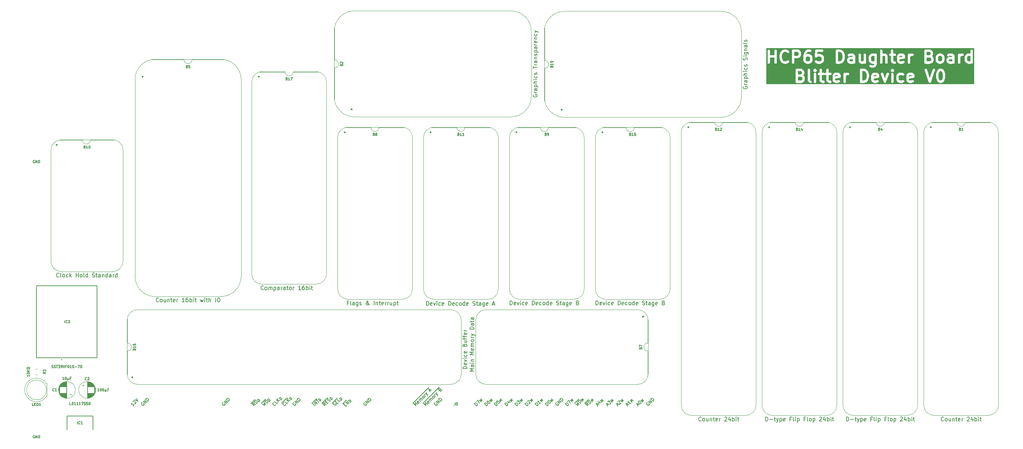
<source format=gto>
%TF.GenerationSoftware,KiCad,Pcbnew,8.0.7*%
%TF.CreationDate,2025-05-06T13:35:35+02:00*%
%TF.ProjectId,Blitter Board,426c6974-7465-4722-9042-6f6172642e6b,V0*%
%TF.SameCoordinates,Original*%
%TF.FileFunction,Legend,Top*%
%TF.FilePolarity,Positive*%
%FSLAX46Y46*%
G04 Gerber Fmt 4.6, Leading zero omitted, Abs format (unit mm)*
G04 Created by KiCad (PCBNEW 8.0.7) date 2025-05-06 13:35:35*
%MOMM*%
%LPD*%
G01*
G04 APERTURE LIST*
%ADD10C,0.200000*%
%ADD11C,0.600000*%
%ADD12C,0.150000*%
%ADD13C,0.100000*%
%ADD14C,0.120000*%
%ADD15C,0.239605*%
%ADD16C,0.187000*%
G04 APERTURE END LIST*
D10*
X53372632Y5045621D02*
X53561194Y5234182D01*
X53938317Y5018683D02*
X53668943Y4749309D01*
X53668943Y4749309D02*
X53103258Y5314995D01*
X53103258Y5314995D02*
X53372632Y5584369D01*
X54180754Y5261120D02*
X53615069Y5826806D01*
X53615069Y5826806D02*
X54504003Y5584369D01*
X54504003Y5584369D02*
X53938318Y6150054D01*
X52868094Y5393921D02*
X53859391Y6385218D01*
X54808934Y5764311D02*
X54356386Y6216859D01*
X54356386Y6216859D02*
X54464135Y6324609D01*
X54464135Y6324609D02*
X54550335Y6367708D01*
X54550335Y6367708D02*
X54636535Y6367708D01*
X54636535Y6367708D02*
X54701185Y6346159D01*
X54701185Y6346159D02*
X54808934Y6281509D01*
X54808934Y6281509D02*
X54873584Y6216859D01*
X54873584Y6216859D02*
X54938234Y6109109D01*
X54938234Y6109109D02*
X54959784Y6044460D01*
X54959784Y6044460D02*
X54959784Y5958260D01*
X54959784Y5958260D02*
X54916684Y5872060D01*
X54916684Y5872060D02*
X54808934Y5764311D01*
X58379507Y5711369D02*
X58298694Y5684431D01*
X58298694Y5684431D02*
X58217882Y5603619D01*
X58217882Y5603619D02*
X58164007Y5495869D01*
X58164007Y5495869D02*
X58164007Y5388120D01*
X58164007Y5388120D02*
X58190945Y5307308D01*
X58190945Y5307308D02*
X58271757Y5172621D01*
X58271757Y5172621D02*
X58352569Y5091808D01*
X58352569Y5091808D02*
X58487256Y5010996D01*
X58487256Y5010996D02*
X58568068Y4984059D01*
X58568068Y4984059D02*
X58675818Y4984059D01*
X58675818Y4984059D02*
X58783568Y5037934D01*
X58783568Y5037934D02*
X58837442Y5091808D01*
X58837442Y5091808D02*
X58891317Y5199558D01*
X58891317Y5199558D02*
X58891317Y5253433D01*
X58891317Y5253433D02*
X58702755Y5441995D01*
X58702755Y5441995D02*
X58595006Y5334245D01*
X59187629Y5441995D02*
X58621943Y6007680D01*
X58621943Y6007680D02*
X59510877Y5765243D01*
X59510877Y5765243D02*
X58945192Y6330929D01*
X59780251Y6034617D02*
X59214566Y6600303D01*
X59214566Y6600303D02*
X59349253Y6734990D01*
X59349253Y6734990D02*
X59457002Y6788865D01*
X59457002Y6788865D02*
X59564752Y6788865D01*
X59564752Y6788865D02*
X59645564Y6761927D01*
X59645564Y6761927D02*
X59780251Y6681115D01*
X59780251Y6681115D02*
X59861063Y6600303D01*
X59861063Y6600303D02*
X59941876Y6465616D01*
X59941876Y6465616D02*
X59968813Y6384804D01*
X59968813Y6384804D02*
X59968813Y6277054D01*
X59968813Y6277054D02*
X59914938Y6169304D01*
X59914938Y6169304D02*
X59780251Y6034617D01*
X22819507Y5711369D02*
X22738694Y5684431D01*
X22738694Y5684431D02*
X22657882Y5603619D01*
X22657882Y5603619D02*
X22604007Y5495869D01*
X22604007Y5495869D02*
X22604007Y5388120D01*
X22604007Y5388120D02*
X22630945Y5307308D01*
X22630945Y5307308D02*
X22711757Y5172621D01*
X22711757Y5172621D02*
X22792569Y5091808D01*
X22792569Y5091808D02*
X22927256Y5010996D01*
X22927256Y5010996D02*
X23008068Y4984059D01*
X23008068Y4984059D02*
X23115818Y4984059D01*
X23115818Y4984059D02*
X23223568Y5037934D01*
X23223568Y5037934D02*
X23277442Y5091808D01*
X23277442Y5091808D02*
X23331317Y5199558D01*
X23331317Y5199558D02*
X23331317Y5253433D01*
X23331317Y5253433D02*
X23142755Y5441995D01*
X23142755Y5441995D02*
X23035006Y5334245D01*
X23627629Y5441995D02*
X23061943Y6007680D01*
X23061943Y6007680D02*
X23950877Y5765243D01*
X23950877Y5765243D02*
X23385192Y6330929D01*
X24220251Y6034617D02*
X23654566Y6600303D01*
X23654566Y6600303D02*
X23789253Y6734990D01*
X23789253Y6734990D02*
X23897002Y6788865D01*
X23897002Y6788865D02*
X24004752Y6788865D01*
X24004752Y6788865D02*
X24085564Y6761927D01*
X24085564Y6761927D02*
X24220251Y6681115D01*
X24220251Y6681115D02*
X24301063Y6600303D01*
X24301063Y6600303D02*
X24381876Y6465616D01*
X24381876Y6465616D02*
X24408813Y6384804D01*
X24408813Y6384804D02*
X24408813Y6277054D01*
X24408813Y6277054D02*
X24354938Y6169304D01*
X24354938Y6169304D02*
X24220251Y6034617D01*
X127013381Y5010996D02*
X127282755Y5280370D01*
X127121131Y4795497D02*
X126744007Y5549744D01*
X126744007Y5549744D02*
X127498255Y5172621D01*
X127228880Y6034617D02*
X127282755Y6088492D01*
X127282755Y6088492D02*
X127363567Y6115429D01*
X127363567Y6115429D02*
X127417442Y6115429D01*
X127417442Y6115429D02*
X127498254Y6088492D01*
X127498254Y6088492D02*
X127632941Y6007680D01*
X127632941Y6007680D02*
X127767628Y5872993D01*
X127767628Y5872993D02*
X127848441Y5738306D01*
X127848441Y5738306D02*
X127875378Y5657494D01*
X127875378Y5657494D02*
X127875378Y5603619D01*
X127875378Y5603619D02*
X127848441Y5522807D01*
X127848441Y5522807D02*
X127794566Y5468932D01*
X127794566Y5468932D02*
X127713754Y5441994D01*
X127713754Y5441994D02*
X127659879Y5441994D01*
X127659879Y5441994D02*
X127579067Y5468932D01*
X127579067Y5468932D02*
X127444380Y5549744D01*
X127444380Y5549744D02*
X127309693Y5684431D01*
X127309693Y5684431D02*
X127228880Y5819118D01*
X127228880Y5819118D02*
X127201943Y5899930D01*
X127201943Y5899930D02*
X127201943Y5953805D01*
X127201943Y5953805D02*
X127228880Y6034617D01*
X128261122Y5810498D02*
X127808573Y6263047D01*
X127808573Y6263047D02*
X128282672Y6090647D01*
X128282672Y6090647D02*
X128110272Y6564746D01*
X128110272Y6564746D02*
X128562821Y6112197D01*
X89101943Y4876309D02*
X88536258Y5441995D01*
X88536258Y5441995D02*
X88670945Y5576682D01*
X88670945Y5576682D02*
X88778694Y5630556D01*
X88778694Y5630556D02*
X88886444Y5630556D01*
X88886444Y5630556D02*
X88967256Y5603619D01*
X88967256Y5603619D02*
X89101943Y5522807D01*
X89101943Y5522807D02*
X89182755Y5441995D01*
X89182755Y5441995D02*
X89263568Y5307308D01*
X89263568Y5307308D02*
X89290505Y5226495D01*
X89290505Y5226495D02*
X89290505Y5118746D01*
X89290505Y5118746D02*
X89236630Y5010996D01*
X89236630Y5010996D02*
X89101943Y4876309D01*
X89344380Y6250117D02*
X89236630Y6142367D01*
X89236630Y6142367D02*
X89209693Y6061555D01*
X89209693Y6061555D02*
X89209693Y6007680D01*
X89209693Y6007680D02*
X89236630Y5872993D01*
X89236630Y5872993D02*
X89317442Y5738306D01*
X89317442Y5738306D02*
X89532942Y5522807D01*
X89532942Y5522807D02*
X89613754Y5495869D01*
X89613754Y5495869D02*
X89667629Y5495869D01*
X89667629Y5495869D02*
X89748441Y5522807D01*
X89748441Y5522807D02*
X89856190Y5630556D01*
X89856190Y5630556D02*
X89883128Y5711369D01*
X89883128Y5711369D02*
X89883128Y5765243D01*
X89883128Y5765243D02*
X89856190Y5846056D01*
X89856190Y5846056D02*
X89721503Y5980743D01*
X89721503Y5980743D02*
X89640691Y6007680D01*
X89640691Y6007680D02*
X89586816Y6007680D01*
X89586816Y6007680D02*
X89506004Y5980743D01*
X89506004Y5980743D02*
X89398255Y5872993D01*
X89398255Y5872993D02*
X89371317Y5792181D01*
X89371317Y5792181D02*
X89371317Y5738306D01*
X89371317Y5738306D02*
X89398255Y5657494D01*
X90241934Y5891311D02*
X89789386Y6343859D01*
X89789386Y6343859D02*
X90263484Y6171460D01*
X90263484Y6171460D02*
X90091085Y6645558D01*
X90091085Y6645558D02*
X90543633Y6193010D01*
X38571317Y5253433D02*
X38571317Y5199558D01*
X38571317Y5199558D02*
X38517442Y5091808D01*
X38517442Y5091808D02*
X38463568Y5037934D01*
X38463568Y5037934D02*
X38355818Y4984059D01*
X38355818Y4984059D02*
X38248068Y4984059D01*
X38248068Y4984059D02*
X38167256Y5010996D01*
X38167256Y5010996D02*
X38032569Y5091808D01*
X38032569Y5091808D02*
X37951757Y5172621D01*
X37951757Y5172621D02*
X37870945Y5307308D01*
X37870945Y5307308D02*
X37844007Y5388120D01*
X37844007Y5388120D02*
X37844007Y5495869D01*
X37844007Y5495869D02*
X37897882Y5603619D01*
X37897882Y5603619D02*
X37951757Y5657494D01*
X37951757Y5657494D02*
X38059507Y5711369D01*
X38059507Y5711369D02*
X38113381Y5711369D01*
X39137003Y5711369D02*
X38867629Y5441995D01*
X38867629Y5441995D02*
X38301943Y6007680D01*
X39325564Y5899930D02*
X38759879Y6465616D01*
X39648813Y6223179D02*
X39083128Y6303991D01*
X39083128Y6788865D02*
X39083128Y6142367D01*
X37501094Y5520921D02*
X38977264Y6997091D01*
X39926807Y6376184D02*
X39474259Y6828732D01*
X39474259Y6828732D02*
X39582008Y6936482D01*
X39582008Y6936482D02*
X39668208Y6979581D01*
X39668208Y6979581D02*
X39754408Y6979581D01*
X39754408Y6979581D02*
X39819058Y6958032D01*
X39819058Y6958032D02*
X39926807Y6893382D01*
X39926807Y6893382D02*
X39991457Y6828732D01*
X39991457Y6828732D02*
X40056107Y6720982D01*
X40056107Y6720982D02*
X40077657Y6656333D01*
X40077657Y6656333D02*
X40077657Y6570133D01*
X40077657Y6570133D02*
X40034557Y6483933D01*
X40034557Y6483933D02*
X39926807Y6376184D01*
X119393381Y5010996D02*
X119662755Y5280370D01*
X119501131Y4795497D02*
X119124007Y5549744D01*
X119124007Y5549744D02*
X119878255Y5172621D01*
X119447256Y5872993D02*
X119797442Y6223179D01*
X119797442Y6223179D02*
X119824380Y5819118D01*
X119824380Y5819118D02*
X119905192Y5899930D01*
X119905192Y5899930D02*
X119986004Y5926868D01*
X119986004Y5926868D02*
X120039879Y5926868D01*
X120039879Y5926868D02*
X120120691Y5899930D01*
X120120691Y5899930D02*
X120255378Y5765243D01*
X120255378Y5765243D02*
X120282315Y5684431D01*
X120282315Y5684431D02*
X120282315Y5630556D01*
X120282315Y5630556D02*
X120255378Y5549744D01*
X120255378Y5549744D02*
X120093754Y5388120D01*
X120093754Y5388120D02*
X120012941Y5361182D01*
X120012941Y5361182D02*
X119959067Y5361182D01*
X120641122Y5810498D02*
X120188573Y6263047D01*
X120188573Y6263047D02*
X120662672Y6090647D01*
X120662672Y6090647D02*
X120490272Y6564746D01*
X120490272Y6564746D02*
X120942821Y6112197D01*
X36031317Y5253433D02*
X36031317Y5199558D01*
X36031317Y5199558D02*
X35977442Y5091808D01*
X35977442Y5091808D02*
X35923568Y5037934D01*
X35923568Y5037934D02*
X35815818Y4984059D01*
X35815818Y4984059D02*
X35708068Y4984059D01*
X35708068Y4984059D02*
X35627256Y5010996D01*
X35627256Y5010996D02*
X35492569Y5091808D01*
X35492569Y5091808D02*
X35411757Y5172621D01*
X35411757Y5172621D02*
X35330945Y5307308D01*
X35330945Y5307308D02*
X35304007Y5388120D01*
X35304007Y5388120D02*
X35304007Y5495869D01*
X35304007Y5495869D02*
X35357882Y5603619D01*
X35357882Y5603619D02*
X35411757Y5657494D01*
X35411757Y5657494D02*
X35519507Y5711369D01*
X35519507Y5711369D02*
X35573381Y5711369D01*
X36597003Y5711369D02*
X36327629Y5441995D01*
X36327629Y5441995D02*
X35761943Y6007680D01*
X36785564Y5899930D02*
X36219879Y6465616D01*
X37108813Y6223179D02*
X36543128Y6303991D01*
X36543128Y6788865D02*
X36543128Y6142367D01*
X37386807Y6376184D02*
X36934259Y6828732D01*
X36934259Y6828732D02*
X37042008Y6936482D01*
X37042008Y6936482D02*
X37128208Y6979581D01*
X37128208Y6979581D02*
X37214408Y6979581D01*
X37214408Y6979581D02*
X37279058Y6958032D01*
X37279058Y6958032D02*
X37386807Y6893382D01*
X37386807Y6893382D02*
X37451457Y6828732D01*
X37451457Y6828732D02*
X37516107Y6720982D01*
X37516107Y6720982D02*
X37537657Y6656333D01*
X37537657Y6656333D02*
X37537657Y6570133D01*
X37537657Y6570133D02*
X37494557Y6483933D01*
X37494557Y6483933D02*
X37386807Y6376184D01*
X498255Y5172621D02*
X175006Y4849372D01*
X336630Y5010996D02*
X-229054Y5576682D01*
X-229054Y5576682D02*
X-202117Y5441995D01*
X-202117Y5441995D02*
X-202117Y5334245D01*
X-202117Y5334245D02*
X-229054Y5253433D01*
X201943Y5899931D02*
X201943Y5953805D01*
X201943Y5953805D02*
X228881Y6034618D01*
X228881Y6034618D02*
X363568Y6169305D01*
X363568Y6169305D02*
X444380Y6196242D01*
X444380Y6196242D02*
X498255Y6196242D01*
X498255Y6196242D02*
X579067Y6169305D01*
X579067Y6169305D02*
X632942Y6115430D01*
X632942Y6115430D02*
X686817Y6007680D01*
X686817Y6007680D02*
X686817Y5361183D01*
X686817Y5361183D02*
X1037003Y5711369D01*
X632942Y6438679D02*
X1387189Y6061555D01*
X1387189Y6061555D02*
X1010066Y6815802D01*
X99261943Y4876309D02*
X98696258Y5441995D01*
X98696258Y5441995D02*
X98830945Y5576682D01*
X98830945Y5576682D02*
X98938694Y5630556D01*
X98938694Y5630556D02*
X99046444Y5630556D01*
X99046444Y5630556D02*
X99127256Y5603619D01*
X99127256Y5603619D02*
X99261943Y5522807D01*
X99261943Y5522807D02*
X99342755Y5441995D01*
X99342755Y5441995D02*
X99423568Y5307308D01*
X99423568Y5307308D02*
X99450505Y5226495D01*
X99450505Y5226495D02*
X99450505Y5118746D01*
X99450505Y5118746D02*
X99396630Y5010996D01*
X99396630Y5010996D02*
X99261943Y4876309D01*
X99288881Y5926868D02*
X99288881Y5980743D01*
X99288881Y5980743D02*
X99315818Y6061555D01*
X99315818Y6061555D02*
X99450505Y6196242D01*
X99450505Y6196242D02*
X99531317Y6223179D01*
X99531317Y6223179D02*
X99585192Y6223179D01*
X99585192Y6223179D02*
X99666004Y6196242D01*
X99666004Y6196242D02*
X99719879Y6142367D01*
X99719879Y6142367D02*
X99773754Y6034617D01*
X99773754Y6034617D02*
X99773754Y5388120D01*
X99773754Y5388120D02*
X100123940Y5738306D01*
X100401934Y5891311D02*
X99949386Y6343859D01*
X99949386Y6343859D02*
X100423484Y6171460D01*
X100423484Y6171460D02*
X100251085Y6645558D01*
X100251085Y6645558D02*
X100703633Y6193010D01*
X114825192Y5199558D02*
X114367256Y5280370D01*
X114501943Y4876309D02*
X113936258Y5441995D01*
X113936258Y5441995D02*
X114151757Y5657494D01*
X114151757Y5657494D02*
X114232569Y5684431D01*
X114232569Y5684431D02*
X114286444Y5684431D01*
X114286444Y5684431D02*
X114367256Y5657494D01*
X114367256Y5657494D02*
X114448068Y5576682D01*
X114448068Y5576682D02*
X114475006Y5495869D01*
X114475006Y5495869D02*
X114475006Y5441995D01*
X114475006Y5441995D02*
X114448068Y5361182D01*
X114448068Y5361182D02*
X114232569Y5145683D01*
X115067629Y5441995D02*
X114501943Y6007680D01*
X114501943Y6007680D02*
X114636630Y6142367D01*
X114636630Y6142367D02*
X114744380Y6196242D01*
X114744380Y6196242D02*
X114852129Y6196242D01*
X114852129Y6196242D02*
X114932942Y6169304D01*
X114932942Y6169304D02*
X115067629Y6088492D01*
X115067629Y6088492D02*
X115148441Y6007680D01*
X115148441Y6007680D02*
X115229253Y5872993D01*
X115229253Y5872993D02*
X115256190Y5792181D01*
X115256190Y5792181D02*
X115256190Y5684431D01*
X115256190Y5684431D02*
X115202316Y5576682D01*
X115202316Y5576682D02*
X115067629Y5441995D01*
X113701094Y5520921D02*
X114719328Y6539155D01*
X115668871Y5918248D02*
X115216323Y6370796D01*
X115216323Y6370796D02*
X115690421Y6198397D01*
X115690421Y6198397D02*
X115518022Y6672495D01*
X115518022Y6672495D02*
X115970570Y6219947D01*
D11*
G36*
X168308745Y87564788D02*
G01*
X168367099Y87506433D01*
X168456513Y87327606D01*
X168456513Y87040675D01*
X168367100Y86861849D01*
X168293091Y86787840D01*
X168114264Y86698426D01*
X167342227Y86698426D01*
X167342227Y87669855D01*
X167993544Y87669855D01*
X168308745Y87564788D01*
G37*
G36*
X168150234Y89009012D02*
G01*
X168224243Y88935004D01*
X168313656Y88756178D01*
X168313656Y88612103D01*
X168224242Y88433276D01*
X168150234Y88359268D01*
X167971407Y88269855D01*
X167342227Y88269855D01*
X167342227Y89098426D01*
X167971407Y89098426D01*
X168150234Y89009012D01*
G37*
G36*
X177390049Y88031962D02*
G01*
X177442401Y87927259D01*
X176627942Y87764367D01*
X176627942Y87899035D01*
X176694405Y88031962D01*
X176827334Y88098426D01*
X177257122Y88098426D01*
X177390049Y88031962D01*
G37*
G36*
X184165888Y88993358D02*
G01*
X184367101Y88792146D01*
X184473457Y88579434D01*
X184599371Y88075780D01*
X184599371Y87721073D01*
X184473457Y87217419D01*
X184367101Y87004706D01*
X184165888Y86803493D01*
X183850687Y86698426D01*
X183485085Y86698426D01*
X183485085Y89098426D01*
X183850688Y89098426D01*
X184165888Y88993358D01*
G37*
G36*
X187104335Y88031962D02*
G01*
X187156687Y87927259D01*
X186342228Y87764367D01*
X186342228Y87899035D01*
X186408691Y88031962D01*
X186541620Y88098426D01*
X186971408Y88098426D01*
X187104335Y88031962D01*
G37*
G36*
X195961478Y88031962D02*
G01*
X196013830Y87927259D01*
X195199371Y87764367D01*
X195199371Y87899035D01*
X195265834Y88031962D01*
X195398763Y88098426D01*
X195828551Y88098426D01*
X195961478Y88031962D01*
G37*
G36*
X203435949Y89009012D02*
G01*
X203509959Y88935003D01*
X203616315Y88722291D01*
X203742229Y88218637D01*
X203742229Y87578216D01*
X203616315Y87074562D01*
X203509959Y86861849D01*
X203435950Y86787840D01*
X203257122Y86698426D01*
X203113050Y86698426D01*
X202934221Y86787840D01*
X202860212Y86861849D01*
X202753856Y87074561D01*
X202627943Y87578216D01*
X202627943Y88218636D01*
X202753856Y88722291D01*
X202860212Y88935003D01*
X202934222Y89009012D01*
X203113049Y89098426D01*
X203257123Y89098426D01*
X203435949Y89009012D01*
G37*
G36*
X186527942Y92899990D02*
G01*
X186527942Y91556525D01*
X186471407Y91528258D01*
X186041619Y91528258D01*
X185862792Y91617672D01*
X185788783Y91691681D01*
X185699370Y91870507D01*
X185699370Y92586010D01*
X185788783Y92764836D01*
X185862792Y92838845D01*
X186041619Y92928258D01*
X186471407Y92928258D01*
X186527942Y92899990D01*
G37*
G36*
X170221662Y92695988D02*
G01*
X170295671Y92621979D01*
X170385084Y92443153D01*
X170385084Y91870507D01*
X170295671Y91691681D01*
X170221662Y91617672D01*
X170042835Y91528258D01*
X169613047Y91528258D01*
X169434220Y91617672D01*
X169360211Y91691681D01*
X169270798Y91870507D01*
X169270798Y92443153D01*
X169360211Y92621979D01*
X169434220Y92695988D01*
X169613047Y92785401D01*
X170042835Y92785401D01*
X170221662Y92695988D01*
G37*
G36*
X178094458Y93823190D02*
G01*
X178295671Y93621978D01*
X178402027Y93409266D01*
X178527941Y92905612D01*
X178527941Y92550905D01*
X178402027Y92047251D01*
X178295671Y91834538D01*
X178094458Y91633325D01*
X177779257Y91528258D01*
X177413655Y91528258D01*
X177413655Y93928258D01*
X177779258Y93928258D01*
X178094458Y93823190D01*
G37*
G36*
X181099370Y91556525D02*
G01*
X181042835Y91528258D01*
X180470190Y91528258D01*
X180337261Y91594722D01*
X180270798Y91727650D01*
X180270798Y91871724D01*
X180337261Y92004651D01*
X180470190Y92071116D01*
X181099370Y92071116D01*
X181099370Y91556525D01*
G37*
G36*
X193604335Y92861794D02*
G01*
X193656687Y92757091D01*
X192842228Y92594199D01*
X192842228Y92728867D01*
X192908691Y92861794D01*
X193041620Y92928258D01*
X193471408Y92928258D01*
X193604335Y92861794D01*
G37*
G36*
X200665889Y92394620D02*
G01*
X200724243Y92336265D01*
X200813657Y92157438D01*
X200813657Y91870507D01*
X200724244Y91691681D01*
X200650235Y91617672D01*
X200471408Y91528258D01*
X199699371Y91528258D01*
X199699371Y92499687D01*
X200350688Y92499687D01*
X200665889Y92394620D01*
G37*
G36*
X200507378Y93838844D02*
G01*
X200581387Y93764836D01*
X200670800Y93586010D01*
X200670800Y93441935D01*
X200581386Y93263108D01*
X200507378Y93189100D01*
X200328551Y93099687D01*
X199699371Y93099687D01*
X199699371Y93928258D01*
X200328551Y93928258D01*
X200507378Y93838844D01*
G37*
G36*
X203364520Y92838845D02*
G01*
X203438530Y92764835D01*
X203527943Y92586010D01*
X203527943Y91870507D01*
X203438530Y91691681D01*
X203364521Y91617672D01*
X203185693Y91528258D01*
X202898763Y91528258D01*
X202719936Y91617672D01*
X202645927Y91691681D01*
X202556514Y91870507D01*
X202556514Y92586010D01*
X202645927Y92764836D01*
X202719936Y92838845D01*
X202898763Y92928258D01*
X203185694Y92928258D01*
X203364520Y92838845D01*
G37*
G36*
X206099372Y91556525D02*
G01*
X206042837Y91528258D01*
X205470192Y91528258D01*
X205337263Y91594722D01*
X205270800Y91727650D01*
X205270800Y91871724D01*
X205337263Y92004651D01*
X205470192Y92071116D01*
X206099372Y92071116D01*
X206099372Y91556525D01*
G37*
G36*
X210670801Y92899990D02*
G01*
X210670801Y91556525D01*
X210614266Y91528258D01*
X210184478Y91528258D01*
X210005651Y91617672D01*
X209931642Y91691681D01*
X209842229Y91870507D01*
X209842229Y92586010D01*
X209931642Y92764836D01*
X210005651Y92838845D01*
X210184478Y92928258D01*
X210614266Y92928258D01*
X210670801Y92899990D01*
G37*
G36*
X167364519Y93838844D02*
G01*
X167438528Y93764836D01*
X167527941Y93586010D01*
X167527941Y93299078D01*
X167438528Y93120252D01*
X167364519Y93046243D01*
X167185692Y92956830D01*
X166413655Y92956830D01*
X166413655Y93928258D01*
X167185692Y93928258D01*
X167364519Y93838844D01*
G37*
G36*
X211604134Y85765093D02*
G01*
X159337465Y85765093D01*
X159337465Y89398426D01*
X166742227Y89398426D01*
X166742227Y86398426D01*
X166744794Y86359268D01*
X166765063Y86283621D01*
X166804221Y86215798D01*
X166859599Y86160420D01*
X166927422Y86121262D01*
X167003069Y86100993D01*
X167042227Y86098426D01*
X168185084Y86098426D01*
X168201261Y86099486D01*
X168206351Y86099181D01*
X168210946Y86100121D01*
X168224242Y86100993D01*
X168253454Y86108820D01*
X168283076Y86114882D01*
X168295354Y86120046D01*
X168299889Y86121262D01*
X168304308Y86123813D01*
X168319248Y86130098D01*
X168604963Y86272956D01*
X168638839Y86292764D01*
X168645599Y86298758D01*
X168653427Y86303278D01*
X168682931Y86329152D01*
X168825788Y86472009D01*
X168851662Y86501513D01*
X168856181Y86509340D01*
X168862176Y86516101D01*
X168881984Y86549977D01*
X169024841Y86835691D01*
X169031125Y86850630D01*
X169033677Y86855050D01*
X169034892Y86859584D01*
X169040057Y86871863D01*
X169046118Y86901484D01*
X169053946Y86930697D01*
X169054817Y86943992D01*
X169055758Y86948588D01*
X169055452Y86953677D01*
X169056513Y86969855D01*
X169056513Y87398426D01*
X169055452Y87414602D01*
X169055758Y87419692D01*
X169054817Y87424287D01*
X169053946Y87437584D01*
X169046118Y87466797D01*
X169040057Y87496418D01*
X169034892Y87508696D01*
X169033677Y87513231D01*
X169031125Y87517650D01*
X169024841Y87532590D01*
X168881984Y87818305D01*
X168862176Y87852181D01*
X168856181Y87858941D01*
X168851662Y87866769D01*
X168825788Y87896273D01*
X168682931Y88039130D01*
X168680636Y88041142D01*
X168682931Y88043437D01*
X168708805Y88072941D01*
X168713324Y88080768D01*
X168719319Y88087529D01*
X168739127Y88121405D01*
X168881984Y88407120D01*
X168888268Y88422059D01*
X168890820Y88426479D01*
X168892035Y88431013D01*
X168897200Y88443292D01*
X168903261Y88472912D01*
X168911089Y88502126D01*
X168911960Y88515422D01*
X168912901Y88520018D01*
X168912595Y88525107D01*
X168913656Y88541284D01*
X168913656Y88826998D01*
X168912595Y88843175D01*
X168912901Y88848265D01*
X168911960Y88852860D01*
X168911089Y88866156D01*
X168903261Y88895368D01*
X168897200Y88924990D01*
X168892035Y88937268D01*
X168890820Y88941803D01*
X168888268Y88946222D01*
X168881984Y88961162D01*
X168739127Y89246876D01*
X168719319Y89280752D01*
X168713324Y89287512D01*
X168708805Y89295340D01*
X168682931Y89324844D01*
X168609349Y89398426D01*
X169742227Y89398426D01*
X169742227Y86826998D01*
X169743287Y86810820D01*
X169742982Y86805731D01*
X169743922Y86801135D01*
X169744794Y86787840D01*
X169752621Y86758627D01*
X169758683Y86729006D01*
X169763847Y86716727D01*
X169765063Y86712193D01*
X169767614Y86707773D01*
X169773899Y86692834D01*
X169916756Y86407120D01*
X169936564Y86373244D01*
X169948519Y86359761D01*
X169958448Y86344724D01*
X169974385Y86330591D01*
X169988523Y86314648D01*
X170003564Y86304716D01*
X170017044Y86292764D01*
X170050920Y86272956D01*
X170336634Y86130098D01*
X170372806Y86114882D01*
X170449532Y86099181D01*
X170527706Y86103873D01*
X170602004Y86128639D01*
X170667359Y86171790D01*
X170719319Y86230386D01*
X170754343Y86300434D01*
X170770044Y86377159D01*
X170765352Y86455334D01*
X170740586Y86529631D01*
X170697435Y86594986D01*
X170638839Y86646946D01*
X170604963Y86666754D01*
X170408690Y86764890D01*
X170342227Y86897818D01*
X170342227Y88398426D01*
X171313656Y88398426D01*
X171313656Y86398426D01*
X171316223Y86359268D01*
X171336492Y86283621D01*
X171375650Y86215798D01*
X171431028Y86160420D01*
X171498851Y86121262D01*
X171574498Y86100993D01*
X171652814Y86100993D01*
X171728461Y86121262D01*
X171796284Y86160420D01*
X171851662Y86215798D01*
X171890820Y86283621D01*
X171911089Y86359268D01*
X171913656Y86398426D01*
X171913656Y88398426D01*
X171911089Y88437584D01*
X172316223Y88437584D01*
X172316223Y88359268D01*
X172336492Y88283621D01*
X172375650Y88215798D01*
X172431028Y88160420D01*
X172498851Y88121262D01*
X172574498Y88100993D01*
X172613656Y88098426D01*
X172742227Y88098426D01*
X172742227Y86826998D01*
X172743287Y86810820D01*
X172742982Y86805731D01*
X172743922Y86801135D01*
X172744794Y86787840D01*
X172752621Y86758627D01*
X172758683Y86729006D01*
X172763847Y86716727D01*
X172765063Y86712193D01*
X172767614Y86707773D01*
X172773899Y86692834D01*
X172916756Y86407120D01*
X172936564Y86373244D01*
X172948519Y86359761D01*
X172958448Y86344724D01*
X172974385Y86330591D01*
X172988523Y86314648D01*
X173003564Y86304716D01*
X173017044Y86292764D01*
X173050920Y86272956D01*
X173336634Y86130098D01*
X173351577Y86123811D01*
X173355994Y86121262D01*
X173360525Y86120047D01*
X173372806Y86114882D01*
X173402430Y86108819D01*
X173431641Y86100993D01*
X173444936Y86100121D01*
X173449532Y86099181D01*
X173454621Y86099486D01*
X173470799Y86098426D01*
X173756513Y86098426D01*
X173795671Y86100993D01*
X173871318Y86121262D01*
X173939141Y86160420D01*
X173994519Y86215798D01*
X174033677Y86283621D01*
X174053946Y86359268D01*
X174053946Y86437584D01*
X174033677Y86513231D01*
X173994519Y86581054D01*
X173939141Y86636432D01*
X173871318Y86675590D01*
X173795671Y86695859D01*
X173756513Y86698426D01*
X173541619Y86698426D01*
X173408690Y86764890D01*
X173342227Y86897818D01*
X173342227Y88098426D01*
X173756513Y88098426D01*
X173795671Y88100993D01*
X173871318Y88121262D01*
X173939141Y88160420D01*
X173994519Y88215798D01*
X174033677Y88283621D01*
X174042227Y88315532D01*
X174050778Y88283621D01*
X174089936Y88215798D01*
X174145314Y88160420D01*
X174213137Y88121262D01*
X174288784Y88100993D01*
X174327942Y88098426D01*
X174456513Y88098426D01*
X174456513Y86826998D01*
X174457573Y86810820D01*
X174457268Y86805731D01*
X174458208Y86801135D01*
X174459080Y86787840D01*
X174466907Y86758627D01*
X174472969Y86729006D01*
X174478133Y86716727D01*
X174479349Y86712193D01*
X174481900Y86707773D01*
X174488185Y86692834D01*
X174631042Y86407120D01*
X174650850Y86373244D01*
X174662805Y86359761D01*
X174672734Y86344724D01*
X174688671Y86330591D01*
X174702809Y86314648D01*
X174717850Y86304716D01*
X174731330Y86292764D01*
X174765206Y86272956D01*
X175050920Y86130098D01*
X175065863Y86123811D01*
X175070280Y86121262D01*
X175074811Y86120047D01*
X175087092Y86114882D01*
X175116716Y86108819D01*
X175145927Y86100993D01*
X175159222Y86100121D01*
X175163818Y86099181D01*
X175168907Y86099486D01*
X175185085Y86098426D01*
X175470799Y86098426D01*
X175509957Y86100993D01*
X175585604Y86121262D01*
X175653427Y86160420D01*
X175708805Y86215798D01*
X175747963Y86283621D01*
X175768232Y86359268D01*
X175768232Y86437584D01*
X175747963Y86513231D01*
X175708805Y86581054D01*
X175653427Y86636432D01*
X175585604Y86675590D01*
X175509957Y86695859D01*
X175470799Y86698426D01*
X175255905Y86698426D01*
X175122976Y86764890D01*
X175056513Y86897818D01*
X175056513Y87969855D01*
X176027942Y87969855D01*
X176027942Y86826998D01*
X176029002Y86810820D01*
X176028697Y86805731D01*
X176029637Y86801135D01*
X176030509Y86787840D01*
X176038336Y86758627D01*
X176044398Y86729006D01*
X176049562Y86716727D01*
X176050778Y86712193D01*
X176053329Y86707773D01*
X176059614Y86692834D01*
X176202471Y86407120D01*
X176222279Y86373244D01*
X176234234Y86359761D01*
X176244163Y86344724D01*
X176260100Y86330591D01*
X176274238Y86314648D01*
X176289279Y86304716D01*
X176302759Y86292764D01*
X176336635Y86272956D01*
X176622349Y86130098D01*
X176637292Y86123811D01*
X176641709Y86121262D01*
X176646240Y86120047D01*
X176658521Y86114882D01*
X176688145Y86108819D01*
X176717356Y86100993D01*
X176730651Y86100121D01*
X176735247Y86099181D01*
X176740336Y86099486D01*
X176756514Y86098426D01*
X177327942Y86098426D01*
X177344119Y86099486D01*
X177349210Y86099181D01*
X177353805Y86100121D01*
X177367100Y86100993D01*
X177396309Y86108819D01*
X177425935Y86114882D01*
X177438215Y86120047D01*
X177442747Y86121262D01*
X177447163Y86123811D01*
X177462107Y86130098D01*
X177747820Y86272956D01*
X177781696Y86292764D01*
X177840292Y86344724D01*
X177883443Y86410079D01*
X177908209Y86484377D01*
X177912901Y86562551D01*
X177897200Y86639277D01*
X177862175Y86709325D01*
X177810216Y86767921D01*
X177744860Y86811071D01*
X177670563Y86835837D01*
X177592388Y86840529D01*
X177515663Y86824828D01*
X177479491Y86809612D01*
X177257121Y86698426D01*
X176827334Y86698426D01*
X176694405Y86764890D01*
X176627942Y86897818D01*
X176627942Y87152485D01*
X177815349Y87389967D01*
X177853243Y87400163D01*
X177861943Y87404464D01*
X177871319Y87406977D01*
X177896928Y87421762D01*
X177923446Y87434874D01*
X177930739Y87441283D01*
X177939142Y87446135D01*
X177960052Y87467045D01*
X177982272Y87486573D01*
X177987656Y87494649D01*
X177994520Y87501513D01*
X178009310Y87527131D01*
X178025714Y87551736D01*
X178028823Y87560927D01*
X178033678Y87569336D01*
X178041334Y87597912D01*
X178050810Y87625922D01*
X178051434Y87635606D01*
X178053947Y87644983D01*
X178056514Y87684141D01*
X178056514Y87969855D01*
X178055453Y87986032D01*
X178055759Y87991123D01*
X178054818Y87995718D01*
X178053947Y88009013D01*
X178046120Y88038222D01*
X178040058Y88067848D01*
X178034892Y88080128D01*
X178033678Y88084660D01*
X178031128Y88089076D01*
X178024842Y88104020D01*
X177881984Y88389734D01*
X177876902Y88398426D01*
X178742228Y88398426D01*
X178742228Y86398426D01*
X178744795Y86359268D01*
X178765064Y86283621D01*
X178804222Y86215798D01*
X178859600Y86160420D01*
X178927423Y86121262D01*
X179003070Y86100993D01*
X179081386Y86100993D01*
X179157033Y86121262D01*
X179224856Y86160420D01*
X179280234Y86215798D01*
X179319392Y86283621D01*
X179339661Y86359268D01*
X179342228Y86398426D01*
X179342228Y87756178D01*
X179431640Y87935003D01*
X179505651Y88009013D01*
X179684477Y88098426D01*
X179899371Y88098426D01*
X179938529Y88100993D01*
X180014176Y88121262D01*
X180081999Y88160420D01*
X180137377Y88215798D01*
X180176535Y88283621D01*
X180196804Y88359268D01*
X180196804Y88437584D01*
X180176535Y88513231D01*
X180137377Y88581054D01*
X180081999Y88636432D01*
X180014176Y88675590D01*
X179938529Y88695859D01*
X179899371Y88698426D01*
X179613657Y88698426D01*
X179597479Y88697365D01*
X179592390Y88697671D01*
X179587794Y88696730D01*
X179574499Y88695859D01*
X179545286Y88688031D01*
X179515665Y88681970D01*
X179503386Y88676805D01*
X179498852Y88675590D01*
X179494432Y88673038D01*
X179479493Y88666754D01*
X179286474Y88570244D01*
X179280234Y88581054D01*
X179224856Y88636432D01*
X179157033Y88675590D01*
X179081386Y88695859D01*
X179003070Y88695859D01*
X178927423Y88675590D01*
X178859600Y88636432D01*
X178804222Y88581054D01*
X178765064Y88513231D01*
X178744795Y88437584D01*
X178742228Y88398426D01*
X177876902Y88398426D01*
X177862176Y88423610D01*
X177850220Y88437092D01*
X177840292Y88452130D01*
X177824352Y88466264D01*
X177810216Y88482206D01*
X177795175Y88492136D01*
X177781696Y88504089D01*
X177747820Y88523897D01*
X177462106Y88666754D01*
X177447166Y88673038D01*
X177442747Y88675590D01*
X177438212Y88676805D01*
X177425934Y88681970D01*
X177396312Y88688031D01*
X177367100Y88695859D01*
X177353804Y88696730D01*
X177349209Y88697671D01*
X177344119Y88697365D01*
X177327942Y88698426D01*
X176756514Y88698426D01*
X176740337Y88697365D01*
X176735248Y88697671D01*
X176730652Y88696730D01*
X176717356Y88695859D01*
X176688142Y88688031D01*
X176658522Y88681970D01*
X176646243Y88676805D01*
X176641709Y88675590D01*
X176637289Y88673038D01*
X176622350Y88666754D01*
X176336635Y88523897D01*
X176302759Y88504089D01*
X176289278Y88492135D01*
X176274238Y88482205D01*
X176260103Y88466264D01*
X176244163Y88452130D01*
X176234231Y88437088D01*
X176222279Y88423609D01*
X176202471Y88389733D01*
X176059614Y88104019D01*
X176053329Y88089079D01*
X176050778Y88084660D01*
X176049562Y88080125D01*
X176044398Y88067847D01*
X176038336Y88038225D01*
X176030509Y88009013D01*
X176029637Y87995717D01*
X176028697Y87991122D01*
X176029002Y87986032D01*
X176027942Y87969855D01*
X175056513Y87969855D01*
X175056513Y88098426D01*
X175470799Y88098426D01*
X175509957Y88100993D01*
X175585604Y88121262D01*
X175653427Y88160420D01*
X175708805Y88215798D01*
X175747963Y88283621D01*
X175768232Y88359268D01*
X175768232Y88437584D01*
X175747963Y88513231D01*
X175708805Y88581054D01*
X175653427Y88636432D01*
X175585604Y88675590D01*
X175509957Y88695859D01*
X175470799Y88698426D01*
X175056513Y88698426D01*
X175056513Y89398426D01*
X182885085Y89398426D01*
X182885085Y86398426D01*
X182887652Y86359268D01*
X182907921Y86283621D01*
X182947079Y86215798D01*
X183002457Y86160420D01*
X183070280Y86121262D01*
X183145927Y86100993D01*
X183185085Y86098426D01*
X183899371Y86098426D01*
X183938529Y86100993D01*
X183947260Y86103332D01*
X183956280Y86103874D01*
X183994240Y86113821D01*
X184422811Y86256679D01*
X184437821Y86262800D01*
X184442747Y86264120D01*
X184446809Y86266465D01*
X184459148Y86271497D01*
X184484385Y86288160D01*
X184510570Y86303278D01*
X184520586Y86312062D01*
X184524503Y86314648D01*
X184527887Y86318465D01*
X184540074Y86329152D01*
X184825788Y86614865D01*
X184851662Y86644369D01*
X184856181Y86652196D01*
X184862177Y86658958D01*
X184881985Y86692834D01*
X185024842Y86978548D01*
X185033027Y86998006D01*
X185035569Y87002585D01*
X185037547Y87008752D01*
X185040058Y87014720D01*
X185041107Y87019847D01*
X185047557Y87039951D01*
X185190414Y87611380D01*
X185195899Y87641607D01*
X185196804Y87644983D01*
X185196969Y87647500D01*
X185197421Y87649991D01*
X185197362Y87653495D01*
X185199371Y87684141D01*
X185199371Y87969855D01*
X185742228Y87969855D01*
X185742228Y86826998D01*
X185743288Y86810820D01*
X185742983Y86805731D01*
X185743923Y86801135D01*
X185744795Y86787840D01*
X185752622Y86758627D01*
X185758684Y86729006D01*
X185763848Y86716727D01*
X185765064Y86712193D01*
X185767615Y86707773D01*
X185773900Y86692834D01*
X185916757Y86407120D01*
X185936565Y86373244D01*
X185948520Y86359761D01*
X185958449Y86344724D01*
X185974386Y86330591D01*
X185988524Y86314648D01*
X186003565Y86304716D01*
X186017045Y86292764D01*
X186050921Y86272956D01*
X186336635Y86130098D01*
X186351578Y86123811D01*
X186355995Y86121262D01*
X186360526Y86120047D01*
X186372807Y86114882D01*
X186402431Y86108819D01*
X186431642Y86100993D01*
X186444937Y86100121D01*
X186449533Y86099181D01*
X186454622Y86099486D01*
X186470800Y86098426D01*
X187042228Y86098426D01*
X187058405Y86099486D01*
X187063496Y86099181D01*
X187068091Y86100121D01*
X187081386Y86100993D01*
X187110595Y86108819D01*
X187140221Y86114882D01*
X187152501Y86120047D01*
X187157033Y86121262D01*
X187161449Y86123811D01*
X187176393Y86130098D01*
X187462106Y86272956D01*
X187495982Y86292764D01*
X187554578Y86344724D01*
X187597729Y86410079D01*
X187622495Y86484377D01*
X187627187Y86562551D01*
X187611486Y86639277D01*
X187576461Y86709325D01*
X187524502Y86767921D01*
X187459146Y86811071D01*
X187384849Y86835837D01*
X187306674Y86840529D01*
X187229949Y86824828D01*
X187193777Y86809612D01*
X186971407Y86698426D01*
X186541620Y86698426D01*
X186408691Y86764890D01*
X186342228Y86897818D01*
X186342228Y87152485D01*
X187529635Y87389967D01*
X187567529Y87400163D01*
X187576229Y87404464D01*
X187585605Y87406977D01*
X187611214Y87421762D01*
X187637732Y87434874D01*
X187645025Y87441283D01*
X187653428Y87446135D01*
X187674338Y87467045D01*
X187696558Y87486573D01*
X187701942Y87494649D01*
X187708806Y87501513D01*
X187723596Y87527131D01*
X187740000Y87551736D01*
X187743109Y87560927D01*
X187747964Y87569336D01*
X187755620Y87597912D01*
X187765096Y87625922D01*
X187765720Y87635606D01*
X187768233Y87644983D01*
X187770800Y87684141D01*
X187770800Y87969855D01*
X187769739Y87986032D01*
X187770045Y87991123D01*
X187769104Y87995718D01*
X187768233Y88009013D01*
X187760406Y88038222D01*
X187754344Y88067848D01*
X187749178Y88080128D01*
X187747964Y88084660D01*
X187745414Y88089076D01*
X187739128Y88104020D01*
X187596270Y88389734D01*
X187582478Y88413322D01*
X188171170Y88413322D01*
X188177525Y88335265D01*
X188188277Y88297525D01*
X188902563Y86297525D01*
X188918151Y86261512D01*
X188926650Y86249216D01*
X188933048Y86235710D01*
X188948823Y86217138D01*
X188962682Y86197089D01*
X188974073Y86187413D01*
X188983749Y86176022D01*
X189003798Y86162163D01*
X189022370Y86146388D01*
X189035875Y86139990D01*
X189048172Y86131491D01*
X189071126Y86123292D01*
X189093148Y86112862D01*
X189107849Y86110177D01*
X189121925Y86105151D01*
X189146213Y86103173D01*
X189170190Y86098796D01*
X189185086Y86100008D01*
X189199982Y86098796D01*
X189223961Y86103173D01*
X189248247Y86105151D01*
X189262317Y86110176D01*
X189277024Y86112861D01*
X189299051Y86123295D01*
X189322000Y86131491D01*
X189334295Y86139990D01*
X189347802Y86146388D01*
X189366373Y86162163D01*
X189386423Y86176022D01*
X189396098Y86187413D01*
X189407490Y86197089D01*
X189421348Y86217138D01*
X189437124Y86235710D01*
X189443521Y86249216D01*
X189452021Y86261512D01*
X189467609Y86297525D01*
X190181894Y88297525D01*
X190192646Y88335265D01*
X190197788Y88398426D01*
X190742228Y88398426D01*
X190742228Y86398426D01*
X190744795Y86359268D01*
X190765064Y86283621D01*
X190804222Y86215798D01*
X190859600Y86160420D01*
X190927423Y86121262D01*
X191003070Y86100993D01*
X191081386Y86100993D01*
X191157033Y86121262D01*
X191224856Y86160420D01*
X191280234Y86215798D01*
X191319392Y86283621D01*
X191339661Y86359268D01*
X191342228Y86398426D01*
X191342228Y87826998D01*
X192027942Y87826998D01*
X192027942Y86969855D01*
X192029002Y86953677D01*
X192028697Y86948588D01*
X192029637Y86943992D01*
X192030509Y86930697D01*
X192038336Y86901484D01*
X192044398Y86871863D01*
X192049562Y86859584D01*
X192050778Y86855050D01*
X192053329Y86850630D01*
X192059614Y86835691D01*
X192202471Y86549977D01*
X192222279Y86516101D01*
X192228273Y86509340D01*
X192232793Y86501513D01*
X192258667Y86472009D01*
X192401524Y86329152D01*
X192431028Y86303278D01*
X192438855Y86298758D01*
X192445616Y86292764D01*
X192479492Y86272956D01*
X192765206Y86130098D01*
X192780149Y86123811D01*
X192784566Y86121262D01*
X192789097Y86120047D01*
X192801378Y86114882D01*
X192831002Y86108819D01*
X192860213Y86100993D01*
X192873508Y86100121D01*
X192878104Y86099181D01*
X192883193Y86099486D01*
X192899371Y86098426D01*
X193470799Y86098426D01*
X193486976Y86099486D01*
X193492066Y86099181D01*
X193496661Y86100121D01*
X193509957Y86100993D01*
X193539169Y86108820D01*
X193568791Y86114882D01*
X193581069Y86120046D01*
X193585604Y86121262D01*
X193590023Y86123813D01*
X193604963Y86130098D01*
X193890678Y86272956D01*
X193924554Y86292764D01*
X193983150Y86344724D01*
X194026301Y86410079D01*
X194051067Y86484376D01*
X194055759Y86562551D01*
X194040058Y86639276D01*
X194005034Y86709324D01*
X193953074Y86767920D01*
X193887719Y86811071D01*
X193813421Y86835837D01*
X193735247Y86840529D01*
X193658521Y86824828D01*
X193622349Y86809612D01*
X193399979Y86698426D01*
X192970191Y86698426D01*
X192791364Y86787840D01*
X192717355Y86861849D01*
X192627942Y87040675D01*
X192627942Y87756178D01*
X192717355Y87935004D01*
X192791364Y88009013D01*
X192970191Y88098426D01*
X193399979Y88098426D01*
X193622350Y87987241D01*
X193658522Y87972025D01*
X193735248Y87956324D01*
X193813422Y87961016D01*
X193839939Y87969855D01*
X194599371Y87969855D01*
X194599371Y86826998D01*
X194600431Y86810820D01*
X194600126Y86805731D01*
X194601066Y86801135D01*
X194601938Y86787840D01*
X194609765Y86758627D01*
X194615827Y86729006D01*
X194620991Y86716727D01*
X194622207Y86712193D01*
X194624758Y86707773D01*
X194631043Y86692834D01*
X194773900Y86407120D01*
X194793708Y86373244D01*
X194805663Y86359761D01*
X194815592Y86344724D01*
X194831529Y86330591D01*
X194845667Y86314648D01*
X194860708Y86304716D01*
X194874188Y86292764D01*
X194908064Y86272956D01*
X195193778Y86130098D01*
X195208721Y86123811D01*
X195213138Y86121262D01*
X195217669Y86120047D01*
X195229950Y86114882D01*
X195259574Y86108819D01*
X195288785Y86100993D01*
X195302080Y86100121D01*
X195306676Y86099181D01*
X195311765Y86099486D01*
X195327943Y86098426D01*
X195899371Y86098426D01*
X195915548Y86099486D01*
X195920639Y86099181D01*
X195925234Y86100121D01*
X195938529Y86100993D01*
X195967738Y86108819D01*
X195997364Y86114882D01*
X196009644Y86120047D01*
X196014176Y86121262D01*
X196018592Y86123811D01*
X196033536Y86130098D01*
X196319249Y86272956D01*
X196353125Y86292764D01*
X196411721Y86344724D01*
X196454872Y86410079D01*
X196479638Y86484377D01*
X196484330Y86562551D01*
X196468629Y86639277D01*
X196433604Y86709325D01*
X196381645Y86767921D01*
X196316289Y86811071D01*
X196241992Y86835837D01*
X196163817Y86840529D01*
X196087092Y86824828D01*
X196050920Y86809612D01*
X195828550Y86698426D01*
X195398763Y86698426D01*
X195265834Y86764890D01*
X195199371Y86897818D01*
X195199371Y87152485D01*
X196386778Y87389967D01*
X196424672Y87400163D01*
X196433372Y87404464D01*
X196442748Y87406977D01*
X196468357Y87421762D01*
X196494875Y87434874D01*
X196502168Y87441283D01*
X196510571Y87446135D01*
X196531481Y87467045D01*
X196553701Y87486573D01*
X196559085Y87494649D01*
X196565949Y87501513D01*
X196580739Y87527131D01*
X196597143Y87551736D01*
X196600252Y87560927D01*
X196605107Y87569336D01*
X196612763Y87597912D01*
X196622239Y87625922D01*
X196622863Y87635606D01*
X196625376Y87644983D01*
X196627943Y87684141D01*
X196627943Y87969855D01*
X196626882Y87986032D01*
X196627188Y87991123D01*
X196626247Y87995718D01*
X196625376Y88009013D01*
X196617549Y88038222D01*
X196611487Y88067848D01*
X196606321Y88080128D01*
X196605107Y88084660D01*
X196602557Y88089076D01*
X196596271Y88104020D01*
X196453413Y88389734D01*
X196433605Y88423610D01*
X196421649Y88437092D01*
X196411721Y88452130D01*
X196395781Y88466264D01*
X196381645Y88482206D01*
X196366604Y88492136D01*
X196353125Y88504089D01*
X196319249Y88523897D01*
X196033535Y88666754D01*
X196018595Y88673038D01*
X196014176Y88675590D01*
X196009641Y88676805D01*
X195997363Y88681970D01*
X195967741Y88688031D01*
X195938529Y88695859D01*
X195925233Y88696730D01*
X195920638Y88697671D01*
X195915548Y88697365D01*
X195899371Y88698426D01*
X195327943Y88698426D01*
X195311766Y88697365D01*
X195306677Y88697671D01*
X195302081Y88696730D01*
X195288785Y88695859D01*
X195259571Y88688031D01*
X195229951Y88681970D01*
X195217672Y88676805D01*
X195213138Y88675590D01*
X195208718Y88673038D01*
X195193779Y88666754D01*
X194908064Y88523897D01*
X194874188Y88504089D01*
X194860707Y88492135D01*
X194845667Y88482205D01*
X194831532Y88466264D01*
X194815592Y88452130D01*
X194805660Y88437088D01*
X194793708Y88423609D01*
X194773900Y88389733D01*
X194631043Y88104019D01*
X194624758Y88089079D01*
X194622207Y88084660D01*
X194620991Y88080125D01*
X194615827Y88067847D01*
X194609765Y88038225D01*
X194601938Y88009013D01*
X194601066Y87995717D01*
X194600126Y87991122D01*
X194600431Y87986032D01*
X194599371Y87969855D01*
X193839939Y87969855D01*
X193887720Y87985782D01*
X193953075Y88028933D01*
X194005035Y88087529D01*
X194040058Y88157577D01*
X194055760Y88234303D01*
X194051067Y88312477D01*
X194026301Y88386775D01*
X193983150Y88452130D01*
X193924554Y88504089D01*
X193890678Y88523897D01*
X193604963Y88666754D01*
X193590023Y88673038D01*
X193585604Y88675590D01*
X193581069Y88676805D01*
X193568791Y88681970D01*
X193539170Y88688031D01*
X193509957Y88695859D01*
X193496660Y88696730D01*
X193492065Y88697671D01*
X193486975Y88697365D01*
X193470799Y88698426D01*
X192899371Y88698426D01*
X192883194Y88697365D01*
X192878105Y88697671D01*
X192873509Y88696730D01*
X192860213Y88695859D01*
X192830999Y88688031D01*
X192801379Y88681970D01*
X192789100Y88676805D01*
X192784566Y88675590D01*
X192780146Y88673038D01*
X192765207Y88666754D01*
X192479492Y88523897D01*
X192445616Y88504089D01*
X192438855Y88498094D01*
X192431028Y88493575D01*
X192401524Y88467701D01*
X192258667Y88324844D01*
X192232793Y88295340D01*
X192228273Y88287512D01*
X192222279Y88280752D01*
X192202471Y88246876D01*
X192059614Y87961162D01*
X192053329Y87946222D01*
X192050778Y87941803D01*
X192049562Y87937268D01*
X192044398Y87924990D01*
X192038336Y87895368D01*
X192030509Y87866156D01*
X192029637Y87852860D01*
X192028697Y87848265D01*
X192029002Y87843175D01*
X192027942Y87826998D01*
X191342228Y87826998D01*
X191342228Y88398426D01*
X191339661Y88437584D01*
X191319392Y88513231D01*
X191280234Y88581054D01*
X191224856Y88636432D01*
X191157033Y88675590D01*
X191081386Y88695859D01*
X191003070Y88695859D01*
X190927423Y88675590D01*
X190859600Y88636432D01*
X190804222Y88581054D01*
X190765064Y88513231D01*
X190744795Y88437584D01*
X190742228Y88398426D01*
X190197788Y88398426D01*
X190199001Y88413323D01*
X190184936Y88490365D01*
X190151410Y88561142D01*
X190100708Y88620830D01*
X190036285Y88665361D01*
X189962532Y88691702D01*
X189884475Y88698056D01*
X189807433Y88683991D01*
X189736655Y88650465D01*
X189676967Y88599763D01*
X189632436Y88535340D01*
X189616848Y88499327D01*
X189185085Y87290390D01*
X188753323Y88499327D01*
X188737735Y88535340D01*
X188693204Y88599763D01*
X188633516Y88650465D01*
X188562738Y88683991D01*
X188485696Y88698056D01*
X188407639Y88691701D01*
X188333886Y88665361D01*
X188269463Y88620830D01*
X188218761Y88561142D01*
X188185235Y88490364D01*
X188171170Y88413322D01*
X187582478Y88413322D01*
X187576462Y88423610D01*
X187564506Y88437092D01*
X187554578Y88452130D01*
X187538638Y88466264D01*
X187524502Y88482206D01*
X187509461Y88492136D01*
X187495982Y88504089D01*
X187462106Y88523897D01*
X187176392Y88666754D01*
X187161452Y88673038D01*
X187157033Y88675590D01*
X187152498Y88676805D01*
X187140220Y88681970D01*
X187110598Y88688031D01*
X187081386Y88695859D01*
X187068090Y88696730D01*
X187063495Y88697671D01*
X187058405Y88697365D01*
X187042228Y88698426D01*
X186470800Y88698426D01*
X186454623Y88697365D01*
X186449534Y88697671D01*
X186444938Y88696730D01*
X186431642Y88695859D01*
X186402428Y88688031D01*
X186372808Y88681970D01*
X186360529Y88676805D01*
X186355995Y88675590D01*
X186351575Y88673038D01*
X186336636Y88666754D01*
X186050921Y88523897D01*
X186017045Y88504089D01*
X186003564Y88492135D01*
X185988524Y88482205D01*
X185974389Y88466264D01*
X185958449Y88452130D01*
X185948517Y88437088D01*
X185936565Y88423609D01*
X185916757Y88389733D01*
X185773900Y88104019D01*
X185767615Y88089079D01*
X185765064Y88084660D01*
X185763848Y88080125D01*
X185758684Y88067847D01*
X185752622Y88038225D01*
X185744795Y88009013D01*
X185743923Y87995717D01*
X185742983Y87991122D01*
X185743288Y87986032D01*
X185742228Y87969855D01*
X185199371Y87969855D01*
X185199371Y88112712D01*
X185197362Y88143357D01*
X185197421Y88146862D01*
X185196969Y88149352D01*
X185196804Y88151870D01*
X185195899Y88155245D01*
X185190414Y88185473D01*
X185047557Y88756902D01*
X185041107Y88777005D01*
X185040058Y88782133D01*
X185037547Y88788100D01*
X185035569Y88794268D01*
X185033027Y88798846D01*
X185024842Y88818305D01*
X184881985Y89104019D01*
X184862177Y89137895D01*
X184856181Y89144656D01*
X184851662Y89152484D01*
X184825788Y89181988D01*
X184713049Y89294727D01*
X190601938Y89294727D01*
X190601938Y89216411D01*
X190622207Y89140764D01*
X190661365Y89072941D01*
X190687239Y89043437D01*
X190830096Y88900580D01*
X190859599Y88874707D01*
X190859600Y88874706D01*
X190927423Y88835548D01*
X191003070Y88815279D01*
X191081386Y88815279D01*
X191157033Y88835548D01*
X191224856Y88874706D01*
X191224857Y88874707D01*
X191254360Y88900580D01*
X191397217Y89043437D01*
X191423091Y89072941D01*
X191462249Y89140764D01*
X191482518Y89216411D01*
X191482518Y89294727D01*
X191462249Y89370374D01*
X191433774Y89419693D01*
X199171555Y89419693D01*
X199176247Y89341518D01*
X199186195Y89303558D01*
X200186195Y86303557D01*
X200187041Y86301480D01*
X200187256Y86300434D01*
X200188408Y86298128D01*
X200201013Y86267221D01*
X200212753Y86249438D01*
X200222280Y86230386D01*
X200234233Y86216905D01*
X200244164Y86201865D01*
X200260105Y86187728D01*
X200274239Y86171790D01*
X200289276Y86161861D01*
X200302760Y86149905D01*
X200321819Y86140375D01*
X200339595Y86128639D01*
X200356686Y86122941D01*
X200372808Y86114881D01*
X200393685Y86110608D01*
X200413892Y86103873D01*
X200431874Y86102793D01*
X200449533Y86099180D01*
X200470806Y86100457D01*
X200492067Y86099181D01*
X200509717Y86102792D01*
X200527708Y86103873D01*
X200547922Y86110611D01*
X200568792Y86114882D01*
X200584907Y86122939D01*
X200602005Y86128639D01*
X200619788Y86140380D01*
X200638840Y86149906D01*
X200652316Y86161856D01*
X200667361Y86171789D01*
X200681499Y86187733D01*
X200697436Y86201865D01*
X200707363Y86216901D01*
X200719320Y86230385D01*
X200728847Y86249441D01*
X200740587Y86267221D01*
X200753189Y86298124D01*
X200754344Y86300434D01*
X200754558Y86301482D01*
X200755405Y86303558D01*
X201406075Y88255569D01*
X202027943Y88255569D01*
X202027943Y87541284D01*
X202029951Y87510638D01*
X202029893Y87507135D01*
X202030344Y87504644D01*
X202030510Y87502126D01*
X202031414Y87498749D01*
X202036900Y87468523D01*
X202179757Y86897095D01*
X202186206Y86876993D01*
X202187256Y86871863D01*
X202189767Y86865891D01*
X202191745Y86859729D01*
X202194284Y86855153D01*
X202202472Y86835691D01*
X202345329Y86549977D01*
X202365137Y86516101D01*
X202371132Y86509339D01*
X202375652Y86501512D01*
X202401526Y86472008D01*
X202544384Y86329151D01*
X202573888Y86303278D01*
X202581710Y86298761D01*
X202588474Y86292764D01*
X202622350Y86272956D01*
X202908064Y86130098D01*
X202923007Y86123811D01*
X202927424Y86121262D01*
X202931955Y86120047D01*
X202944236Y86114882D01*
X202973861Y86108819D01*
X203003071Y86100993D01*
X203016365Y86100121D01*
X203020961Y86099181D01*
X203026051Y86099486D01*
X203042229Y86098426D01*
X203327943Y86098426D01*
X203344120Y86099486D01*
X203349211Y86099181D01*
X203353806Y86100121D01*
X203367101Y86100993D01*
X203396310Y86108819D01*
X203425936Y86114882D01*
X203438216Y86120047D01*
X203442748Y86121262D01*
X203447164Y86123811D01*
X203462108Y86130098D01*
X203747821Y86272956D01*
X203781697Y86292764D01*
X203788458Y86298760D01*
X203796284Y86303278D01*
X203825788Y86329151D01*
X203968646Y86472008D01*
X203994520Y86501512D01*
X203999039Y86509339D01*
X204005035Y86516101D01*
X204024843Y86549977D01*
X204167700Y86835691D01*
X204175885Y86855149D01*
X204178427Y86859728D01*
X204180405Y86865895D01*
X204182916Y86871863D01*
X204183965Y86876990D01*
X204190415Y86897094D01*
X204333272Y87468523D01*
X204338757Y87498750D01*
X204339662Y87502126D01*
X204339827Y87504643D01*
X204340279Y87507134D01*
X204340220Y87510638D01*
X204342229Y87541284D01*
X204342229Y88255569D01*
X204340220Y88286214D01*
X204340279Y88289719D01*
X204339827Y88292209D01*
X204339662Y88294727D01*
X204338757Y88298102D01*
X204333272Y88328330D01*
X204190415Y88899759D01*
X204183965Y88919862D01*
X204182916Y88924990D01*
X204180405Y88930957D01*
X204178427Y88937125D01*
X204175885Y88941703D01*
X204167700Y88961162D01*
X204024843Y89246876D01*
X204005035Y89280752D01*
X203999039Y89287513D01*
X203994520Y89295341D01*
X203968646Y89324845D01*
X203825788Y89467702D01*
X203796284Y89493575D01*
X203788459Y89498092D01*
X203781697Y89504089D01*
X203747821Y89523897D01*
X203462107Y89666754D01*
X203447167Y89673038D01*
X203442748Y89675590D01*
X203438213Y89676805D01*
X203425935Y89681970D01*
X203396313Y89688031D01*
X203367101Y89695859D01*
X203353805Y89696730D01*
X203349210Y89697671D01*
X203344120Y89697365D01*
X203327943Y89698426D01*
X203042229Y89698426D01*
X203026051Y89697365D01*
X203020962Y89697671D01*
X203016366Y89696730D01*
X203003071Y89695859D01*
X202973858Y89688031D01*
X202944237Y89681970D01*
X202931958Y89676805D01*
X202927424Y89675590D01*
X202923004Y89673038D01*
X202908065Y89666754D01*
X202622351Y89523897D01*
X202588475Y89504089D01*
X202581712Y89498092D01*
X202573888Y89493575D01*
X202544384Y89467702D01*
X202401526Y89324845D01*
X202375652Y89295341D01*
X202371132Y89287513D01*
X202365137Y89280752D01*
X202345329Y89246876D01*
X202202472Y88961162D01*
X202194284Y88941699D01*
X202191745Y88937124D01*
X202189767Y88930961D01*
X202187256Y88924990D01*
X202186206Y88919859D01*
X202179757Y88899758D01*
X202036900Y88328330D01*
X202031414Y88298103D01*
X202030510Y88294727D01*
X202030344Y88292208D01*
X202029893Y88289718D01*
X202029951Y88286214D01*
X202027943Y88255569D01*
X201406075Y88255569D01*
X201755405Y89303558D01*
X201765353Y89341518D01*
X201770045Y89419693D01*
X201754344Y89496418D01*
X201719320Y89566467D01*
X201667361Y89625063D01*
X201602005Y89668213D01*
X201527708Y89692979D01*
X201449533Y89697672D01*
X201372808Y89681971D01*
X201302760Y89646947D01*
X201244164Y89594987D01*
X201201013Y89529631D01*
X201186195Y89493295D01*
X200470799Y87347109D01*
X199755405Y89493294D01*
X199740587Y89529631D01*
X199697436Y89594987D01*
X199638840Y89646946D01*
X199568792Y89681970D01*
X199492067Y89697671D01*
X199413892Y89692979D01*
X199339595Y89668213D01*
X199274239Y89625062D01*
X199222280Y89566466D01*
X199187256Y89496418D01*
X199171555Y89419693D01*
X191433774Y89419693D01*
X191423091Y89438197D01*
X191397217Y89467701D01*
X191254360Y89610558D01*
X191224856Y89636432D01*
X191157033Y89675590D01*
X191081386Y89695859D01*
X191003070Y89695859D01*
X190927423Y89675590D01*
X190859600Y89636432D01*
X190830096Y89610558D01*
X190687239Y89467701D01*
X190661365Y89438197D01*
X190622207Y89370374D01*
X190601938Y89294727D01*
X184713049Y89294727D01*
X184540074Y89467701D01*
X184527883Y89478391D01*
X184524502Y89482205D01*
X184520589Y89484788D01*
X184510570Y89493575D01*
X184484377Y89508697D01*
X184459147Y89525356D01*
X184446811Y89530386D01*
X184442747Y89532733D01*
X184437819Y89534053D01*
X184422810Y89540174D01*
X183994239Y89683031D01*
X183956279Y89692979D01*
X183947256Y89693520D01*
X183938529Y89695859D01*
X183899371Y89698426D01*
X183185085Y89698426D01*
X183145927Y89695859D01*
X183070280Y89675590D01*
X183002457Y89636432D01*
X182947079Y89581054D01*
X182907921Y89513231D01*
X182887652Y89437584D01*
X182885085Y89398426D01*
X175056513Y89398426D01*
X175053946Y89437584D01*
X175033677Y89513231D01*
X174994519Y89581054D01*
X174939141Y89636432D01*
X174871318Y89675590D01*
X174795671Y89695859D01*
X174717355Y89695859D01*
X174641708Y89675590D01*
X174573885Y89636432D01*
X174518507Y89581054D01*
X174479349Y89513231D01*
X174459080Y89437584D01*
X174456513Y89398426D01*
X174456513Y88698426D01*
X174327942Y88698426D01*
X174288784Y88695859D01*
X174213137Y88675590D01*
X174145314Y88636432D01*
X174089936Y88581054D01*
X174050778Y88513231D01*
X174042227Y88481319D01*
X174033677Y88513231D01*
X173994519Y88581054D01*
X173939141Y88636432D01*
X173871318Y88675590D01*
X173795671Y88695859D01*
X173756513Y88698426D01*
X173342227Y88698426D01*
X173342227Y89398426D01*
X173339660Y89437584D01*
X173319391Y89513231D01*
X173280233Y89581054D01*
X173224855Y89636432D01*
X173157032Y89675590D01*
X173081385Y89695859D01*
X173003069Y89695859D01*
X172927422Y89675590D01*
X172859599Y89636432D01*
X172804221Y89581054D01*
X172765063Y89513231D01*
X172744794Y89437584D01*
X172742227Y89398426D01*
X172742227Y88698426D01*
X172613656Y88698426D01*
X172574498Y88695859D01*
X172498851Y88675590D01*
X172431028Y88636432D01*
X172375650Y88581054D01*
X172336492Y88513231D01*
X172316223Y88437584D01*
X171911089Y88437584D01*
X171890820Y88513231D01*
X171851662Y88581054D01*
X171796284Y88636432D01*
X171728461Y88675590D01*
X171652814Y88695859D01*
X171574498Y88695859D01*
X171498851Y88675590D01*
X171431028Y88636432D01*
X171375650Y88581054D01*
X171336492Y88513231D01*
X171316223Y88437584D01*
X171313656Y88398426D01*
X170342227Y88398426D01*
X170342227Y89294727D01*
X171173366Y89294727D01*
X171173366Y89216411D01*
X171193635Y89140764D01*
X171232793Y89072941D01*
X171258667Y89043437D01*
X171401524Y88900580D01*
X171431027Y88874707D01*
X171431028Y88874706D01*
X171498851Y88835548D01*
X171574498Y88815279D01*
X171652814Y88815279D01*
X171728461Y88835548D01*
X171796284Y88874706D01*
X171796285Y88874707D01*
X171825788Y88900580D01*
X171968645Y89043437D01*
X171994519Y89072941D01*
X172033677Y89140764D01*
X172053946Y89216411D01*
X172053946Y89294727D01*
X172033677Y89370374D01*
X171994519Y89438197D01*
X171968645Y89467701D01*
X171825788Y89610558D01*
X171796284Y89636432D01*
X171728461Y89675590D01*
X171652814Y89695859D01*
X171574498Y89695859D01*
X171498851Y89675590D01*
X171431028Y89636432D01*
X171401524Y89610558D01*
X171258667Y89467701D01*
X171232793Y89438197D01*
X171193635Y89370374D01*
X171173366Y89294727D01*
X170342227Y89294727D01*
X170342227Y89398426D01*
X170339660Y89437584D01*
X170319391Y89513231D01*
X170280233Y89581054D01*
X170224855Y89636432D01*
X170157032Y89675590D01*
X170081385Y89695859D01*
X170003069Y89695859D01*
X169927422Y89675590D01*
X169859599Y89636432D01*
X169804221Y89581054D01*
X169765063Y89513231D01*
X169744794Y89437584D01*
X169742227Y89398426D01*
X168609349Y89398426D01*
X168540074Y89467701D01*
X168510570Y89493575D01*
X168502742Y89498094D01*
X168495982Y89504089D01*
X168462106Y89523897D01*
X168176391Y89666754D01*
X168161451Y89673038D01*
X168157032Y89675590D01*
X168152497Y89676805D01*
X168140219Y89681970D01*
X168110598Y89688031D01*
X168081385Y89695859D01*
X168068088Y89696730D01*
X168063493Y89697671D01*
X168058403Y89697365D01*
X168042227Y89698426D01*
X167042227Y89698426D01*
X167003069Y89695859D01*
X166927422Y89675590D01*
X166859599Y89636432D01*
X166804221Y89581054D01*
X166765063Y89513231D01*
X166744794Y89437584D01*
X166742227Y89398426D01*
X159337465Y89398426D01*
X159337465Y94228258D01*
X159670798Y94228258D01*
X159670798Y91228258D01*
X159673365Y91189100D01*
X159693634Y91113453D01*
X159732792Y91045630D01*
X159788170Y90990252D01*
X159855993Y90951094D01*
X159931640Y90930825D01*
X160009956Y90930825D01*
X160085603Y90951094D01*
X160153426Y90990252D01*
X160208804Y91045630D01*
X160247962Y91113453D01*
X160268231Y91189100D01*
X160270798Y91228258D01*
X160270798Y92499687D01*
X161385084Y92499687D01*
X161385084Y91228258D01*
X161387651Y91189100D01*
X161407920Y91113453D01*
X161447078Y91045630D01*
X161502456Y90990252D01*
X161570279Y90951094D01*
X161645926Y90930825D01*
X161724242Y90930825D01*
X161799889Y90951094D01*
X161867712Y90990252D01*
X161923090Y91045630D01*
X161962248Y91113453D01*
X161982517Y91189100D01*
X161985084Y91228258D01*
X161985084Y92942544D01*
X162670798Y92942544D01*
X162670798Y92513973D01*
X162672806Y92483327D01*
X162672748Y92479824D01*
X162673199Y92477333D01*
X162673365Y92474815D01*
X162674269Y92471438D01*
X162679755Y92441212D01*
X162822612Y91869784D01*
X162829061Y91849682D01*
X162830111Y91844552D01*
X162832622Y91838580D01*
X162834600Y91832418D01*
X162837139Y91827842D01*
X162845327Y91808380D01*
X162988184Y91522666D01*
X163007992Y91488790D01*
X163013989Y91482026D01*
X163018507Y91474202D01*
X163044380Y91444698D01*
X163330095Y91158984D01*
X163342281Y91148297D01*
X163345666Y91144480D01*
X163349582Y91141894D01*
X163359599Y91133110D01*
X163385783Y91117992D01*
X163411021Y91101329D01*
X163423359Y91096297D01*
X163427422Y91093952D01*
X163432347Y91092632D01*
X163447358Y91086511D01*
X163875929Y90943653D01*
X163913890Y90933705D01*
X163922912Y90933163D01*
X163931640Y90930825D01*
X163970798Y90928258D01*
X164256512Y90928258D01*
X164295670Y90930825D01*
X164304401Y90933164D01*
X164313420Y90933706D01*
X164351381Y90943653D01*
X164779953Y91086511D01*
X164794963Y91092632D01*
X164799889Y91093952D01*
X164803951Y91096297D01*
X164816290Y91101329D01*
X164841527Y91117992D01*
X164867712Y91133110D01*
X164877728Y91141894D01*
X164881645Y91144480D01*
X164885029Y91148297D01*
X164897216Y91158984D01*
X165040073Y91301841D01*
X165065947Y91331345D01*
X165105105Y91399168D01*
X165125374Y91474815D01*
X165125374Y91553131D01*
X165105105Y91628778D01*
X165065947Y91696601D01*
X165010569Y91751979D01*
X164942746Y91791137D01*
X164867099Y91811406D01*
X164788783Y91811406D01*
X164713136Y91791137D01*
X164645313Y91751979D01*
X164615809Y91726105D01*
X164523029Y91633325D01*
X164207828Y91528258D01*
X164019482Y91528258D01*
X163704280Y91633325D01*
X163503067Y91834538D01*
X163396711Y92047250D01*
X163270798Y92550905D01*
X163270798Y92905611D01*
X163396711Y93409266D01*
X163503067Y93621978D01*
X163704281Y93823191D01*
X164019481Y93928258D01*
X164207829Y93928258D01*
X164523030Y93823191D01*
X164615809Y93730412D01*
X164645313Y93704538D01*
X164713136Y93665380D01*
X164788783Y93645111D01*
X164867099Y93645111D01*
X164942746Y93665380D01*
X165010569Y93704538D01*
X165065947Y93759916D01*
X165105105Y93827739D01*
X165125374Y93903386D01*
X165125374Y93981702D01*
X165105105Y94057349D01*
X165065947Y94125172D01*
X165040073Y94154676D01*
X164966491Y94228258D01*
X165813655Y94228258D01*
X165813655Y91228258D01*
X165816222Y91189100D01*
X165836491Y91113453D01*
X165875649Y91045630D01*
X165931027Y90990252D01*
X165998850Y90951094D01*
X166074497Y90930825D01*
X166152813Y90930825D01*
X166228460Y90951094D01*
X166296283Y90990252D01*
X166351661Y91045630D01*
X166390819Y91113453D01*
X166411088Y91189100D01*
X166413655Y91228258D01*
X166413655Y92356830D01*
X167256512Y92356830D01*
X167272688Y92357890D01*
X167277778Y92357585D01*
X167282373Y92358525D01*
X167295670Y92359397D01*
X167324883Y92367224D01*
X167354504Y92373286D01*
X167366782Y92378450D01*
X167371317Y92379666D01*
X167375736Y92382217D01*
X167390676Y92388502D01*
X167676391Y92531359D01*
X167710267Y92551167D01*
X167717027Y92557161D01*
X167724855Y92561681D01*
X167754359Y92587555D01*
X167897216Y92730412D01*
X167923090Y92759916D01*
X167927609Y92767743D01*
X167933604Y92774504D01*
X167953412Y92808380D01*
X168020494Y92942544D01*
X168670798Y92942544D01*
X168670798Y91799687D01*
X168671858Y91783509D01*
X168671553Y91778420D01*
X168672493Y91773824D01*
X168673365Y91760529D01*
X168681192Y91731316D01*
X168687254Y91701695D01*
X168692418Y91689416D01*
X168693634Y91684882D01*
X168696185Y91680462D01*
X168702470Y91665523D01*
X168845327Y91379809D01*
X168865135Y91345933D01*
X168871129Y91339172D01*
X168875649Y91331345D01*
X168901523Y91301841D01*
X169044380Y91158984D01*
X169073884Y91133110D01*
X169081711Y91128590D01*
X169088472Y91122596D01*
X169122348Y91102788D01*
X169408062Y90959930D01*
X169423005Y90953643D01*
X169427422Y90951094D01*
X169431953Y90949879D01*
X169444234Y90944714D01*
X169473858Y90938651D01*
X169503069Y90930825D01*
X169516364Y90929953D01*
X169520960Y90929013D01*
X169526049Y90929318D01*
X169542227Y90928258D01*
X170113655Y90928258D01*
X170129832Y90929318D01*
X170134922Y90929013D01*
X170139517Y90929953D01*
X170152813Y90930825D01*
X170182025Y90938652D01*
X170211647Y90944714D01*
X170223925Y90949878D01*
X170228460Y90951094D01*
X170232879Y90953645D01*
X170247819Y90959930D01*
X170533534Y91102788D01*
X170567410Y91122596D01*
X170574170Y91128590D01*
X170581998Y91133110D01*
X170611502Y91158984D01*
X170754359Y91301841D01*
X170780233Y91331345D01*
X170784752Y91339172D01*
X170790747Y91345933D01*
X170810555Y91379809D01*
X170953412Y91665523D01*
X170959696Y91680462D01*
X170962248Y91684882D01*
X170963463Y91689416D01*
X170968628Y91701695D01*
X170974689Y91731316D01*
X170982517Y91760529D01*
X170983388Y91773824D01*
X170984329Y91778420D01*
X170984023Y91783509D01*
X170985084Y91799687D01*
X170985084Y92513973D01*
X170984023Y92530150D01*
X170984329Y92535240D01*
X170983388Y92539835D01*
X170982517Y92553131D01*
X170974689Y92582343D01*
X170968628Y92611965D01*
X170963463Y92624243D01*
X170962248Y92628778D01*
X170959696Y92633197D01*
X170953412Y92648137D01*
X170882321Y92790319D01*
X171528088Y92790319D01*
X171530508Y92775522D01*
X171530508Y92760529D01*
X171536802Y92737035D01*
X171540729Y92713031D01*
X171546896Y92699365D01*
X171550777Y92684882D01*
X171562939Y92663815D01*
X171572944Y92641648D01*
X171582437Y92630044D01*
X171589935Y92617059D01*
X171607133Y92599860D01*
X171622537Y92581034D01*
X171634712Y92572281D01*
X171645313Y92561681D01*
X171666375Y92549520D01*
X171686127Y92535322D01*
X171700151Y92530019D01*
X171713136Y92522523D01*
X171736630Y92516227D01*
X171759382Y92507626D01*
X171774301Y92506134D01*
X171788783Y92502254D01*
X171813107Y92502254D01*
X171837309Y92499834D01*
X171852105Y92502254D01*
X171867099Y92502254D01*
X171890592Y92508548D01*
X171914597Y92512475D01*
X171928262Y92518642D01*
X171942746Y92522523D01*
X171963812Y92534685D01*
X171985980Y92544690D01*
X171997583Y92554183D01*
X172010569Y92561681D01*
X172040073Y92587555D01*
X172148506Y92695988D01*
X172327333Y92785401D01*
X172899978Y92785401D01*
X173078805Y92695988D01*
X173152814Y92621979D01*
X173242227Y92443153D01*
X173242227Y91870507D01*
X173152814Y91691681D01*
X173078805Y91617672D01*
X172899978Y91528258D01*
X172327333Y91528258D01*
X172148506Y91617672D01*
X172040073Y91726105D01*
X172010569Y91751979D01*
X171942746Y91791137D01*
X171867099Y91811406D01*
X171788783Y91811406D01*
X171713136Y91791137D01*
X171645313Y91751979D01*
X171589935Y91696601D01*
X171550777Y91628778D01*
X171530508Y91553131D01*
X171530508Y91474815D01*
X171550777Y91399168D01*
X171589935Y91331345D01*
X171615809Y91301841D01*
X171758666Y91158984D01*
X171788170Y91133110D01*
X171795997Y91128590D01*
X171802758Y91122596D01*
X171836634Y91102788D01*
X172122348Y90959930D01*
X172137291Y90953643D01*
X172141708Y90951094D01*
X172146239Y90949879D01*
X172158520Y90944714D01*
X172188144Y90938651D01*
X172217355Y90930825D01*
X172230650Y90929953D01*
X172235246Y90929013D01*
X172240335Y90929318D01*
X172256513Y90928258D01*
X172970798Y90928258D01*
X172986975Y90929318D01*
X172992065Y90929013D01*
X172996660Y90929953D01*
X173009956Y90930825D01*
X173039168Y90938652D01*
X173068790Y90944714D01*
X173081068Y90949878D01*
X173085603Y90951094D01*
X173090022Y90953645D01*
X173104962Y90959930D01*
X173390677Y91102788D01*
X173424553Y91122596D01*
X173431313Y91128590D01*
X173439141Y91133110D01*
X173468645Y91158984D01*
X173611502Y91301841D01*
X173637376Y91331345D01*
X173641895Y91339172D01*
X173647890Y91345933D01*
X173667698Y91379809D01*
X173810555Y91665523D01*
X173816839Y91680462D01*
X173819391Y91684882D01*
X173820606Y91689416D01*
X173825771Y91701695D01*
X173831832Y91731316D01*
X173839660Y91760529D01*
X173840531Y91773824D01*
X173841472Y91778420D01*
X173841166Y91783509D01*
X173842227Y91799687D01*
X173842227Y92513973D01*
X173841166Y92530150D01*
X173841472Y92535240D01*
X173840531Y92539835D01*
X173839660Y92553131D01*
X173831832Y92582343D01*
X173825771Y92611965D01*
X173820606Y92624243D01*
X173819391Y92628778D01*
X173816839Y92633197D01*
X173810555Y92648137D01*
X173667698Y92933851D01*
X173647890Y92967727D01*
X173641895Y92974487D01*
X173637376Y92982315D01*
X173611502Y93011819D01*
X173468645Y93154676D01*
X173439141Y93180550D01*
X173431313Y93185069D01*
X173424553Y93191064D01*
X173390677Y93210872D01*
X173104962Y93353729D01*
X173090022Y93360013D01*
X173085603Y93362565D01*
X173081068Y93363780D01*
X173068790Y93368945D01*
X173039169Y93375006D01*
X173009956Y93382834D01*
X172996659Y93383705D01*
X172992064Y93384646D01*
X172986974Y93384340D01*
X172970798Y93385401D01*
X172256513Y93385401D01*
X172240336Y93384340D01*
X172235247Y93384646D01*
X172230651Y93383705D01*
X172217355Y93382834D01*
X172188141Y93375006D01*
X172186944Y93374761D01*
X172242294Y93928258D01*
X173399370Y93928258D01*
X173438528Y93930825D01*
X173514175Y93951094D01*
X173581998Y93990252D01*
X173637376Y94045630D01*
X173676534Y94113453D01*
X173696803Y94189100D01*
X173696803Y94228258D01*
X176813655Y94228258D01*
X176813655Y91228258D01*
X176816222Y91189100D01*
X176836491Y91113453D01*
X176875649Y91045630D01*
X176931027Y90990252D01*
X176998850Y90951094D01*
X177074497Y90930825D01*
X177113655Y90928258D01*
X177827941Y90928258D01*
X177867099Y90930825D01*
X177875830Y90933164D01*
X177884850Y90933706D01*
X177922810Y90943653D01*
X178351381Y91086511D01*
X178366391Y91092632D01*
X178371317Y91093952D01*
X178375379Y91096297D01*
X178387718Y91101329D01*
X178412955Y91117992D01*
X178439140Y91133110D01*
X178449156Y91141894D01*
X178453073Y91144480D01*
X178456457Y91148297D01*
X178468644Y91158984D01*
X178754358Y91444697D01*
X178780232Y91474201D01*
X178784751Y91482028D01*
X178790747Y91488790D01*
X178810555Y91522666D01*
X178953412Y91808380D01*
X178961597Y91827838D01*
X178964139Y91832417D01*
X178966117Y91838584D01*
X178968628Y91844552D01*
X178969677Y91849679D01*
X178976127Y91869783D01*
X178994317Y91942544D01*
X179670798Y91942544D01*
X179670798Y91656830D01*
X179671858Y91640652D01*
X179671553Y91635563D01*
X179672493Y91630967D01*
X179673365Y91617672D01*
X179681192Y91588459D01*
X179687254Y91558838D01*
X179692418Y91546559D01*
X179693634Y91542025D01*
X179696185Y91537605D01*
X179702470Y91522666D01*
X179845327Y91236952D01*
X179865135Y91203076D01*
X179877090Y91189593D01*
X179887019Y91174556D01*
X179902956Y91160423D01*
X179917094Y91144480D01*
X179932135Y91134548D01*
X179945615Y91122596D01*
X179979491Y91102788D01*
X180265205Y90959930D01*
X180280148Y90953643D01*
X180284565Y90951094D01*
X180289096Y90949879D01*
X180301377Y90944714D01*
X180331001Y90938651D01*
X180360212Y90930825D01*
X180373507Y90929953D01*
X180378103Y90929013D01*
X180383192Y90929318D01*
X180399370Y90928258D01*
X181113655Y90928258D01*
X181129832Y90929318D01*
X181134922Y90929013D01*
X181139517Y90929953D01*
X181152813Y90930825D01*
X181182025Y90938652D01*
X181211647Y90944714D01*
X181223925Y90949878D01*
X181228460Y90951094D01*
X181232879Y90953645D01*
X181247819Y90959930D01*
X181259309Y90965675D01*
X181284565Y90951094D01*
X181360212Y90930825D01*
X181438528Y90930825D01*
X181514175Y90951094D01*
X181581998Y90990252D01*
X181637376Y91045630D01*
X181676534Y91113453D01*
X181696803Y91189100D01*
X181699370Y91228258D01*
X181699370Y92799687D01*
X181698309Y92815864D01*
X181698615Y92820955D01*
X181697674Y92825550D01*
X181696803Y92838845D01*
X181688976Y92868054D01*
X181682914Y92897680D01*
X181677748Y92909960D01*
X181676534Y92914492D01*
X181673984Y92918908D01*
X181667698Y92933852D01*
X181524840Y93219566D01*
X181519758Y93228258D01*
X182527941Y93228258D01*
X182527941Y91656830D01*
X182529001Y91640652D01*
X182528696Y91635563D01*
X182529636Y91630967D01*
X182530508Y91617672D01*
X182538335Y91588459D01*
X182544397Y91558838D01*
X182549561Y91546559D01*
X182550777Y91542025D01*
X182553328Y91537605D01*
X182559613Y91522666D01*
X182702470Y91236952D01*
X182722278Y91203076D01*
X182734233Y91189593D01*
X182744162Y91174556D01*
X182760099Y91160423D01*
X182774237Y91144480D01*
X182789278Y91134548D01*
X182802758Y91122596D01*
X182836634Y91102788D01*
X183122348Y90959930D01*
X183137291Y90953643D01*
X183141708Y90951094D01*
X183146239Y90949879D01*
X183158520Y90944714D01*
X183188144Y90938651D01*
X183217355Y90930825D01*
X183230650Y90929953D01*
X183235246Y90929013D01*
X183240335Y90929318D01*
X183256513Y90928258D01*
X183685084Y90928258D01*
X183701261Y90929318D01*
X183706352Y90929013D01*
X183710947Y90929953D01*
X183724242Y90930825D01*
X183753451Y90938651D01*
X183783077Y90944714D01*
X183795357Y90949879D01*
X183799889Y90951094D01*
X183804305Y90953643D01*
X183819249Y90959930D01*
X183913982Y91007297D01*
X183931028Y90990252D01*
X183998851Y90951094D01*
X184074498Y90930825D01*
X184152814Y90930825D01*
X184228461Y90951094D01*
X184296284Y90990252D01*
X184351662Y91045630D01*
X184390820Y91113453D01*
X184411089Y91189100D01*
X184413656Y91228258D01*
X184413656Y92656830D01*
X185099370Y92656830D01*
X185099370Y91799687D01*
X185100430Y91783509D01*
X185100125Y91778420D01*
X185101065Y91773824D01*
X185101937Y91760529D01*
X185109764Y91731316D01*
X185115826Y91701695D01*
X185120990Y91689416D01*
X185122206Y91684882D01*
X185124757Y91680462D01*
X185131042Y91665523D01*
X185273899Y91379809D01*
X185293707Y91345933D01*
X185299701Y91339172D01*
X185304221Y91331345D01*
X185330095Y91301841D01*
X185472952Y91158984D01*
X185502456Y91133110D01*
X185510283Y91128590D01*
X185517044Y91122596D01*
X185550920Y91102788D01*
X185836634Y90959930D01*
X185851577Y90953643D01*
X185855994Y90951094D01*
X185860525Y90949879D01*
X185872806Y90944714D01*
X185902430Y90938651D01*
X185931641Y90930825D01*
X185944936Y90929953D01*
X185949532Y90929013D01*
X185954621Y90929318D01*
X185970799Y90928258D01*
X186527942Y90928258D01*
X186527942Y90870507D01*
X186438527Y90691680D01*
X186364519Y90617672D01*
X186185692Y90528258D01*
X185898762Y90528258D01*
X185676391Y90639444D01*
X185640219Y90654660D01*
X185563494Y90670361D01*
X185485319Y90665669D01*
X185411022Y90640903D01*
X185345667Y90597752D01*
X185293707Y90539156D01*
X185258683Y90469108D01*
X185242982Y90392383D01*
X185247674Y90314208D01*
X185272440Y90239911D01*
X185315591Y90174556D01*
X185374187Y90122596D01*
X185408063Y90102788D01*
X185693777Y89959930D01*
X185708720Y89953643D01*
X185713137Y89951094D01*
X185717668Y89949879D01*
X185729949Y89944714D01*
X185759573Y89938651D01*
X185788784Y89930825D01*
X185802079Y89929953D01*
X185806675Y89929013D01*
X185811764Y89929318D01*
X185827942Y89928258D01*
X186256513Y89928258D01*
X186272690Y89929318D01*
X186277781Y89929013D01*
X186282376Y89929953D01*
X186295671Y89930825D01*
X186324880Y89938651D01*
X186354506Y89944714D01*
X186366786Y89949879D01*
X186371318Y89951094D01*
X186375734Y89953643D01*
X186390678Y89959930D01*
X186676391Y90102788D01*
X186710267Y90122596D01*
X186717027Y90128590D01*
X186724855Y90133110D01*
X186754359Y90158984D01*
X186897216Y90301841D01*
X186923090Y90331345D01*
X186927607Y90339170D01*
X186933604Y90345932D01*
X186953412Y90379808D01*
X187096270Y90665522D01*
X187102556Y90680465D01*
X187105106Y90684882D01*
X187106320Y90689413D01*
X187111486Y90701694D01*
X187117548Y90731319D01*
X187125375Y90760529D01*
X187126246Y90773823D01*
X187127187Y90778419D01*
X187126881Y90783509D01*
X187127942Y90799687D01*
X187127942Y93228258D01*
X187125375Y93267416D01*
X187105106Y93343063D01*
X187065948Y93410886D01*
X187010570Y93466264D01*
X186942747Y93505422D01*
X186867100Y93525691D01*
X186788784Y93525691D01*
X186713137Y93505422D01*
X186687881Y93490840D01*
X186676391Y93496586D01*
X186661451Y93502870D01*
X186657032Y93505422D01*
X186652497Y93506637D01*
X186640219Y93511802D01*
X186610598Y93517863D01*
X186581385Y93525691D01*
X186568088Y93526562D01*
X186563493Y93527503D01*
X186558403Y93527197D01*
X186542227Y93528258D01*
X185970799Y93528258D01*
X185954622Y93527197D01*
X185949533Y93527503D01*
X185944937Y93526562D01*
X185931641Y93525691D01*
X185902427Y93517863D01*
X185872807Y93511802D01*
X185860528Y93506637D01*
X185855994Y93505422D01*
X185851574Y93502870D01*
X185836635Y93496586D01*
X185550920Y93353729D01*
X185517044Y93333921D01*
X185510283Y93327926D01*
X185502456Y93323407D01*
X185472952Y93297533D01*
X185330095Y93154676D01*
X185304221Y93125172D01*
X185299701Y93117344D01*
X185293707Y93110584D01*
X185273899Y93076708D01*
X185131042Y92790994D01*
X185124757Y92776054D01*
X185122206Y92771635D01*
X185120990Y92767100D01*
X185115826Y92754822D01*
X185109764Y92725200D01*
X185101937Y92695988D01*
X185101065Y92682692D01*
X185100125Y92678097D01*
X185100430Y92673007D01*
X185099370Y92656830D01*
X184413656Y92656830D01*
X184413656Y93228258D01*
X184411089Y93267416D01*
X184390820Y93343063D01*
X184351662Y93410886D01*
X184296284Y93466264D01*
X184228461Y93505422D01*
X184152814Y93525691D01*
X184074498Y93525691D01*
X183998851Y93505422D01*
X183931028Y93466264D01*
X183875650Y93410886D01*
X183836492Y93343063D01*
X183816223Y93267416D01*
X183813656Y93228258D01*
X183813656Y91638237D01*
X183793091Y91617672D01*
X183614263Y91528258D01*
X183327333Y91528258D01*
X183194404Y91594722D01*
X183127941Y91727650D01*
X183127941Y93228258D01*
X183125374Y93267416D01*
X183105105Y93343063D01*
X183065947Y93410886D01*
X183010569Y93466264D01*
X182942746Y93505422D01*
X182867099Y93525691D01*
X182788783Y93525691D01*
X182713136Y93505422D01*
X182645313Y93466264D01*
X182589935Y93410886D01*
X182550777Y93343063D01*
X182530508Y93267416D01*
X182527941Y93228258D01*
X181519758Y93228258D01*
X181505032Y93253442D01*
X181493076Y93266924D01*
X181483148Y93281962D01*
X181467208Y93296096D01*
X181453072Y93312038D01*
X181438031Y93321968D01*
X181424552Y93333921D01*
X181390676Y93353729D01*
X181104962Y93496586D01*
X181090022Y93502870D01*
X181085603Y93505422D01*
X181081068Y93506637D01*
X181068790Y93511802D01*
X181039168Y93517863D01*
X181009956Y93525691D01*
X180996660Y93526562D01*
X180992065Y93527503D01*
X180986975Y93527197D01*
X180970798Y93528258D01*
X180399370Y93528258D01*
X180383193Y93527197D01*
X180378104Y93527503D01*
X180373508Y93526562D01*
X180360212Y93525691D01*
X180330998Y93517863D01*
X180301378Y93511802D01*
X180289099Y93506637D01*
X180284565Y93505422D01*
X180280145Y93502870D01*
X180265206Y93496586D01*
X179979491Y93353729D01*
X179945615Y93333921D01*
X179887019Y93281962D01*
X179843868Y93216607D01*
X179819102Y93142309D01*
X179814410Y93064135D01*
X179830111Y92987409D01*
X179865135Y92917361D01*
X179917094Y92858765D01*
X179982449Y92815614D01*
X180056747Y92790848D01*
X180134921Y92786156D01*
X180211647Y92801857D01*
X180247819Y92817073D01*
X180470190Y92928258D01*
X180899978Y92928258D01*
X181032905Y92861794D01*
X181099370Y92728866D01*
X181099370Y92699383D01*
X181042835Y92671116D01*
X180399370Y92671116D01*
X180383192Y92670055D01*
X180378103Y92670361D01*
X180373507Y92669420D01*
X180360212Y92668549D01*
X180331001Y92660722D01*
X180301377Y92654660D01*
X180289096Y92649494D01*
X180284565Y92648280D01*
X180280148Y92645730D01*
X180265205Y92639444D01*
X179979491Y92496586D01*
X179945615Y92476778D01*
X179932135Y92464825D01*
X179917094Y92454894D01*
X179902956Y92438950D01*
X179887019Y92424818D01*
X179877090Y92409780D01*
X179865135Y92396298D01*
X179845327Y92362422D01*
X179702470Y92076708D01*
X179696185Y92061768D01*
X179693634Y92057349D01*
X179692418Y92052814D01*
X179687254Y92040536D01*
X179681192Y92010914D01*
X179673365Y91981702D01*
X179672493Y91968406D01*
X179671553Y91963811D01*
X179671858Y91958721D01*
X179670798Y91942544D01*
X178994317Y91942544D01*
X179118984Y92441212D01*
X179124469Y92471439D01*
X179125374Y92474815D01*
X179125539Y92477332D01*
X179125991Y92479823D01*
X179125932Y92483327D01*
X179127941Y92513973D01*
X179127941Y92942544D01*
X179125932Y92973189D01*
X179125991Y92976694D01*
X179125539Y92979184D01*
X179125374Y92981702D01*
X179124469Y92985077D01*
X179118984Y93015305D01*
X178976127Y93586734D01*
X178969677Y93606837D01*
X178968628Y93611965D01*
X178966117Y93617932D01*
X178964139Y93624100D01*
X178961597Y93628678D01*
X178953412Y93648137D01*
X178810555Y93933851D01*
X178790747Y93967727D01*
X178784751Y93974488D01*
X178780232Y93982316D01*
X178754358Y94011820D01*
X178537919Y94228258D01*
X187956513Y94228258D01*
X187956513Y91228258D01*
X187959080Y91189100D01*
X187979349Y91113453D01*
X188018507Y91045630D01*
X188073885Y90990252D01*
X188141708Y90951094D01*
X188217355Y90930825D01*
X188295671Y90930825D01*
X188371318Y90951094D01*
X188439141Y90990252D01*
X188494519Y91045630D01*
X188533677Y91113453D01*
X188553946Y91189100D01*
X188556513Y91228258D01*
X188556513Y92818280D01*
X188577078Y92838845D01*
X188755905Y92928258D01*
X189042836Y92928258D01*
X189175763Y92861794D01*
X189242228Y92728866D01*
X189242228Y91228258D01*
X189244795Y91189100D01*
X189265064Y91113453D01*
X189304222Y91045630D01*
X189359600Y90990252D01*
X189427423Y90951094D01*
X189503070Y90930825D01*
X189581386Y90930825D01*
X189657033Y90951094D01*
X189724856Y90990252D01*
X189780234Y91045630D01*
X189819392Y91113453D01*
X189839661Y91189100D01*
X189842228Y91228258D01*
X189842228Y92799687D01*
X189841167Y92815864D01*
X189841473Y92820955D01*
X189840532Y92825550D01*
X189839661Y92838845D01*
X189831834Y92868054D01*
X189825772Y92897680D01*
X189820606Y92909960D01*
X189819392Y92914492D01*
X189816842Y92918908D01*
X189810556Y92933852D01*
X189667698Y93219566D01*
X189647890Y93253442D01*
X189635934Y93266924D01*
X189635609Y93267416D01*
X190244795Y93267416D01*
X190244795Y93189100D01*
X190265064Y93113453D01*
X190304222Y93045630D01*
X190359600Y92990252D01*
X190427423Y92951094D01*
X190503070Y92930825D01*
X190542228Y92928258D01*
X190670799Y92928258D01*
X190670799Y91656830D01*
X190671859Y91640652D01*
X190671554Y91635563D01*
X190672494Y91630967D01*
X190673366Y91617672D01*
X190681193Y91588459D01*
X190687255Y91558838D01*
X190692419Y91546559D01*
X190693635Y91542025D01*
X190696186Y91537605D01*
X190702471Y91522666D01*
X190845328Y91236952D01*
X190865136Y91203076D01*
X190877091Y91189593D01*
X190887020Y91174556D01*
X190902957Y91160423D01*
X190917095Y91144480D01*
X190932136Y91134548D01*
X190945616Y91122596D01*
X190979492Y91102788D01*
X191265206Y90959930D01*
X191280149Y90953643D01*
X191284566Y90951094D01*
X191289097Y90949879D01*
X191301378Y90944714D01*
X191331002Y90938651D01*
X191360213Y90930825D01*
X191373508Y90929953D01*
X191378104Y90929013D01*
X191383193Y90929318D01*
X191399371Y90928258D01*
X191685085Y90928258D01*
X191724243Y90930825D01*
X191799890Y90951094D01*
X191867713Y90990252D01*
X191923091Y91045630D01*
X191962249Y91113453D01*
X191982518Y91189100D01*
X191982518Y91267416D01*
X191962249Y91343063D01*
X191923091Y91410886D01*
X191867713Y91466264D01*
X191799890Y91505422D01*
X191724243Y91525691D01*
X191685085Y91528258D01*
X191470191Y91528258D01*
X191337262Y91594722D01*
X191270799Y91727650D01*
X191270799Y92799687D01*
X192242228Y92799687D01*
X192242228Y91656830D01*
X192243288Y91640652D01*
X192242983Y91635563D01*
X192243923Y91630967D01*
X192244795Y91617672D01*
X192252622Y91588459D01*
X192258684Y91558838D01*
X192263848Y91546559D01*
X192265064Y91542025D01*
X192267615Y91537605D01*
X192273900Y91522666D01*
X192416757Y91236952D01*
X192436565Y91203076D01*
X192448520Y91189593D01*
X192458449Y91174556D01*
X192474386Y91160423D01*
X192488524Y91144480D01*
X192503565Y91134548D01*
X192517045Y91122596D01*
X192550921Y91102788D01*
X192836635Y90959930D01*
X192851578Y90953643D01*
X192855995Y90951094D01*
X192860526Y90949879D01*
X192872807Y90944714D01*
X192902431Y90938651D01*
X192931642Y90930825D01*
X192944937Y90929953D01*
X192949533Y90929013D01*
X192954622Y90929318D01*
X192970800Y90928258D01*
X193542228Y90928258D01*
X193558405Y90929318D01*
X193563496Y90929013D01*
X193568091Y90929953D01*
X193581386Y90930825D01*
X193610595Y90938651D01*
X193640221Y90944714D01*
X193652501Y90949879D01*
X193657033Y90951094D01*
X193661449Y90953643D01*
X193676393Y90959930D01*
X193962106Y91102788D01*
X193995982Y91122596D01*
X194054578Y91174556D01*
X194097729Y91239911D01*
X194122495Y91314209D01*
X194127187Y91392383D01*
X194111486Y91469109D01*
X194076461Y91539157D01*
X194024502Y91597753D01*
X193959146Y91640903D01*
X193884849Y91665669D01*
X193806674Y91670361D01*
X193729949Y91654660D01*
X193693777Y91639444D01*
X193471407Y91528258D01*
X193041620Y91528258D01*
X192908691Y91594722D01*
X192842228Y91727650D01*
X192842228Y91982317D01*
X194029635Y92219799D01*
X194067529Y92229995D01*
X194076229Y92234296D01*
X194085605Y92236809D01*
X194111214Y92251594D01*
X194137732Y92264706D01*
X194145025Y92271115D01*
X194153428Y92275967D01*
X194174338Y92296877D01*
X194196558Y92316405D01*
X194201942Y92324481D01*
X194208806Y92331345D01*
X194223596Y92356963D01*
X194240000Y92381568D01*
X194243109Y92390759D01*
X194247964Y92399168D01*
X194255620Y92427744D01*
X194265096Y92455754D01*
X194265720Y92465438D01*
X194268233Y92474815D01*
X194270800Y92513973D01*
X194270800Y92799687D01*
X194269739Y92815864D01*
X194270045Y92820955D01*
X194269104Y92825550D01*
X194268233Y92838845D01*
X194260406Y92868054D01*
X194254344Y92897680D01*
X194249178Y92909960D01*
X194247964Y92914492D01*
X194245414Y92918908D01*
X194239128Y92933852D01*
X194096270Y93219566D01*
X194091188Y93228258D01*
X194956514Y93228258D01*
X194956514Y91228258D01*
X194959081Y91189100D01*
X194979350Y91113453D01*
X195018508Y91045630D01*
X195073886Y90990252D01*
X195141709Y90951094D01*
X195217356Y90930825D01*
X195295672Y90930825D01*
X195371319Y90951094D01*
X195439142Y90990252D01*
X195494520Y91045630D01*
X195533678Y91113453D01*
X195553947Y91189100D01*
X195556514Y91228258D01*
X195556514Y92586010D01*
X195645926Y92764835D01*
X195719937Y92838845D01*
X195898763Y92928258D01*
X196113657Y92928258D01*
X196152815Y92930825D01*
X196228462Y92951094D01*
X196296285Y92990252D01*
X196351663Y93045630D01*
X196390821Y93113453D01*
X196411090Y93189100D01*
X196411090Y93267416D01*
X196390821Y93343063D01*
X196351663Y93410886D01*
X196296285Y93466264D01*
X196228462Y93505422D01*
X196152815Y93525691D01*
X196113657Y93528258D01*
X195827943Y93528258D01*
X195811765Y93527197D01*
X195806676Y93527503D01*
X195802080Y93526562D01*
X195788785Y93525691D01*
X195759572Y93517863D01*
X195729951Y93511802D01*
X195717672Y93506637D01*
X195713138Y93505422D01*
X195708718Y93502870D01*
X195693779Y93496586D01*
X195500760Y93400076D01*
X195494520Y93410886D01*
X195439142Y93466264D01*
X195371319Y93505422D01*
X195295672Y93525691D01*
X195217356Y93525691D01*
X195141709Y93505422D01*
X195073886Y93466264D01*
X195018508Y93410886D01*
X194979350Y93343063D01*
X194959081Y93267416D01*
X194956514Y93228258D01*
X194091188Y93228258D01*
X194076462Y93253442D01*
X194064506Y93266924D01*
X194054578Y93281962D01*
X194038638Y93296096D01*
X194024502Y93312038D01*
X194009461Y93321968D01*
X193995982Y93333921D01*
X193962106Y93353729D01*
X193676392Y93496586D01*
X193661452Y93502870D01*
X193657033Y93505422D01*
X193652498Y93506637D01*
X193640220Y93511802D01*
X193610598Y93517863D01*
X193581386Y93525691D01*
X193568090Y93526562D01*
X193563495Y93527503D01*
X193558405Y93527197D01*
X193542228Y93528258D01*
X192970800Y93528258D01*
X192954623Y93527197D01*
X192949534Y93527503D01*
X192944938Y93526562D01*
X192931642Y93525691D01*
X192902428Y93517863D01*
X192872808Y93511802D01*
X192860529Y93506637D01*
X192855995Y93505422D01*
X192851575Y93502870D01*
X192836636Y93496586D01*
X192550921Y93353729D01*
X192517045Y93333921D01*
X192503564Y93321967D01*
X192488524Y93312037D01*
X192474389Y93296096D01*
X192458449Y93281962D01*
X192448517Y93266920D01*
X192436565Y93253441D01*
X192416757Y93219565D01*
X192273900Y92933851D01*
X192267615Y92918911D01*
X192265064Y92914492D01*
X192263848Y92909957D01*
X192258684Y92897679D01*
X192252622Y92868057D01*
X192244795Y92838845D01*
X192243923Y92825549D01*
X192242983Y92820954D01*
X192243288Y92815864D01*
X192242228Y92799687D01*
X191270799Y92799687D01*
X191270799Y92928258D01*
X191685085Y92928258D01*
X191724243Y92930825D01*
X191799890Y92951094D01*
X191867713Y92990252D01*
X191923091Y93045630D01*
X191962249Y93113453D01*
X191982518Y93189100D01*
X191982518Y93267416D01*
X191962249Y93343063D01*
X191923091Y93410886D01*
X191867713Y93466264D01*
X191799890Y93505422D01*
X191724243Y93525691D01*
X191685085Y93528258D01*
X191270799Y93528258D01*
X191270799Y94228258D01*
X199099371Y94228258D01*
X199099371Y91228258D01*
X199101938Y91189100D01*
X199122207Y91113453D01*
X199161365Y91045630D01*
X199216743Y90990252D01*
X199284566Y90951094D01*
X199360213Y90930825D01*
X199399371Y90928258D01*
X200542228Y90928258D01*
X200558405Y90929318D01*
X200563495Y90929013D01*
X200568090Y90929953D01*
X200581386Y90930825D01*
X200610598Y90938652D01*
X200640220Y90944714D01*
X200652498Y90949878D01*
X200657033Y90951094D01*
X200661452Y90953645D01*
X200676392Y90959930D01*
X200962107Y91102788D01*
X200995983Y91122596D01*
X201002743Y91128590D01*
X201010571Y91133110D01*
X201040075Y91158984D01*
X201182932Y91301841D01*
X201208806Y91331345D01*
X201213325Y91339172D01*
X201219320Y91345933D01*
X201239128Y91379809D01*
X201381985Y91665523D01*
X201388269Y91680462D01*
X201390821Y91684882D01*
X201392036Y91689416D01*
X201397201Y91701695D01*
X201403262Y91731316D01*
X201411090Y91760529D01*
X201411961Y91773824D01*
X201412902Y91778420D01*
X201412596Y91783509D01*
X201413657Y91799687D01*
X201413657Y92228258D01*
X201412596Y92244434D01*
X201412902Y92249524D01*
X201411961Y92254119D01*
X201411090Y92267416D01*
X201403262Y92296629D01*
X201397201Y92326250D01*
X201392036Y92338528D01*
X201390821Y92343063D01*
X201388269Y92347482D01*
X201381985Y92362422D01*
X201239128Y92648137D01*
X201234045Y92656830D01*
X201956514Y92656830D01*
X201956514Y91799687D01*
X201957574Y91783509D01*
X201957269Y91778420D01*
X201958209Y91773824D01*
X201959081Y91760529D01*
X201966908Y91731316D01*
X201972970Y91701695D01*
X201978134Y91689416D01*
X201979350Y91684882D01*
X201981901Y91680462D01*
X201988186Y91665523D01*
X202131043Y91379809D01*
X202150851Y91345933D01*
X202156845Y91339172D01*
X202161365Y91331345D01*
X202187239Y91301841D01*
X202330096Y91158984D01*
X202359600Y91133110D01*
X202367427Y91128590D01*
X202374188Y91122596D01*
X202408064Y91102788D01*
X202693778Y90959930D01*
X202708721Y90953643D01*
X202713138Y90951094D01*
X202717669Y90949879D01*
X202729950Y90944714D01*
X202759574Y90938651D01*
X202788785Y90930825D01*
X202802080Y90929953D01*
X202806676Y90929013D01*
X202811765Y90929318D01*
X202827943Y90928258D01*
X203256514Y90928258D01*
X203272691Y90929318D01*
X203277782Y90929013D01*
X203282377Y90929953D01*
X203295672Y90930825D01*
X203324881Y90938651D01*
X203354507Y90944714D01*
X203366787Y90949879D01*
X203371319Y90951094D01*
X203375735Y90953643D01*
X203390679Y90959930D01*
X203676392Y91102788D01*
X203710268Y91122596D01*
X203717029Y91128592D01*
X203724855Y91133110D01*
X203754359Y91158983D01*
X203897217Y91301840D01*
X203923091Y91331344D01*
X203927610Y91339171D01*
X203933606Y91345933D01*
X203953414Y91379809D01*
X204096271Y91665523D01*
X204102555Y91680462D01*
X204105107Y91684882D01*
X204106322Y91689416D01*
X204111487Y91701695D01*
X204117548Y91731316D01*
X204125376Y91760529D01*
X204126247Y91773824D01*
X204127188Y91778420D01*
X204126882Y91783509D01*
X204127943Y91799687D01*
X204127943Y91942544D01*
X204670800Y91942544D01*
X204670800Y91656830D01*
X204671860Y91640652D01*
X204671555Y91635563D01*
X204672495Y91630967D01*
X204673367Y91617672D01*
X204681194Y91588459D01*
X204687256Y91558838D01*
X204692420Y91546559D01*
X204693636Y91542025D01*
X204696187Y91537605D01*
X204702472Y91522666D01*
X204845329Y91236952D01*
X204865137Y91203076D01*
X204877092Y91189593D01*
X204887021Y91174556D01*
X204902958Y91160423D01*
X204917096Y91144480D01*
X204932137Y91134548D01*
X204945617Y91122596D01*
X204979493Y91102788D01*
X205265207Y90959930D01*
X205280150Y90953643D01*
X205284567Y90951094D01*
X205289098Y90949879D01*
X205301379Y90944714D01*
X205331003Y90938651D01*
X205360214Y90930825D01*
X205373509Y90929953D01*
X205378105Y90929013D01*
X205383194Y90929318D01*
X205399372Y90928258D01*
X206113657Y90928258D01*
X206129834Y90929318D01*
X206134924Y90929013D01*
X206139519Y90929953D01*
X206152815Y90930825D01*
X206182027Y90938652D01*
X206211649Y90944714D01*
X206223927Y90949878D01*
X206228462Y90951094D01*
X206232881Y90953645D01*
X206247821Y90959930D01*
X206259311Y90965675D01*
X206284567Y90951094D01*
X206360214Y90930825D01*
X206438530Y90930825D01*
X206514177Y90951094D01*
X206582000Y90990252D01*
X206637378Y91045630D01*
X206676536Y91113453D01*
X206696805Y91189100D01*
X206699372Y91228258D01*
X206699372Y92799687D01*
X206698311Y92815864D01*
X206698617Y92820955D01*
X206697676Y92825550D01*
X206696805Y92838845D01*
X206688978Y92868054D01*
X206682916Y92897680D01*
X206677750Y92909960D01*
X206676536Y92914492D01*
X206673986Y92918908D01*
X206667700Y92933852D01*
X206524842Y93219566D01*
X206519760Y93228258D01*
X207527943Y93228258D01*
X207527943Y91228258D01*
X207530510Y91189100D01*
X207550779Y91113453D01*
X207589937Y91045630D01*
X207645315Y90990252D01*
X207713138Y90951094D01*
X207788785Y90930825D01*
X207867101Y90930825D01*
X207942748Y90951094D01*
X208010571Y90990252D01*
X208065949Y91045630D01*
X208105107Y91113453D01*
X208125376Y91189100D01*
X208127943Y91228258D01*
X208127943Y92586010D01*
X208163353Y92656830D01*
X209242229Y92656830D01*
X209242229Y91799687D01*
X209243289Y91783509D01*
X209242984Y91778420D01*
X209243924Y91773824D01*
X209244796Y91760529D01*
X209252623Y91731316D01*
X209258685Y91701695D01*
X209263849Y91689416D01*
X209265065Y91684882D01*
X209267616Y91680462D01*
X209273901Y91665523D01*
X209416758Y91379809D01*
X209436566Y91345933D01*
X209442560Y91339172D01*
X209447080Y91331345D01*
X209472954Y91301841D01*
X209615811Y91158984D01*
X209645315Y91133110D01*
X209653142Y91128590D01*
X209659903Y91122596D01*
X209693779Y91102788D01*
X209979493Y90959930D01*
X209994436Y90953643D01*
X209998853Y90951094D01*
X210003384Y90949879D01*
X210015665Y90944714D01*
X210045289Y90938651D01*
X210074500Y90930825D01*
X210087795Y90929953D01*
X210092391Y90929013D01*
X210097480Y90929318D01*
X210113658Y90928258D01*
X210685086Y90928258D01*
X210701263Y90929318D01*
X210706353Y90929013D01*
X210710948Y90929953D01*
X210724244Y90930825D01*
X210753456Y90938652D01*
X210783078Y90944714D01*
X210795356Y90949878D01*
X210799891Y90951094D01*
X210804310Y90953645D01*
X210819250Y90959930D01*
X210830740Y90965675D01*
X210855996Y90951094D01*
X210931643Y90930825D01*
X211009959Y90930825D01*
X211085606Y90951094D01*
X211153429Y90990252D01*
X211208807Y91045630D01*
X211247965Y91113453D01*
X211268234Y91189100D01*
X211270801Y91228258D01*
X211270801Y94228258D01*
X211268234Y94267416D01*
X211247965Y94343063D01*
X211208807Y94410886D01*
X211153429Y94466264D01*
X211085606Y94505422D01*
X211009959Y94525691D01*
X210931643Y94525691D01*
X210855996Y94505422D01*
X210788173Y94466264D01*
X210732795Y94410886D01*
X210693637Y94343063D01*
X210673368Y94267416D01*
X210670801Y94228258D01*
X210670801Y93528258D01*
X210113658Y93528258D01*
X210097481Y93527197D01*
X210092392Y93527503D01*
X210087796Y93526562D01*
X210074500Y93525691D01*
X210045286Y93517863D01*
X210015666Y93511802D01*
X210003387Y93506637D01*
X209998853Y93505422D01*
X209994433Y93502870D01*
X209979494Y93496586D01*
X209693779Y93353729D01*
X209659903Y93333921D01*
X209653142Y93327926D01*
X209645315Y93323407D01*
X209615811Y93297533D01*
X209472954Y93154676D01*
X209447080Y93125172D01*
X209442560Y93117344D01*
X209436566Y93110584D01*
X209416758Y93076708D01*
X209273901Y92790994D01*
X209267616Y92776054D01*
X209265065Y92771635D01*
X209263849Y92767100D01*
X209258685Y92754822D01*
X209252623Y92725200D01*
X209244796Y92695988D01*
X209243924Y92682692D01*
X209242984Y92678097D01*
X209243289Y92673007D01*
X209242229Y92656830D01*
X208163353Y92656830D01*
X208217355Y92764835D01*
X208291366Y92838845D01*
X208470192Y92928258D01*
X208685086Y92928258D01*
X208724244Y92930825D01*
X208799891Y92951094D01*
X208867714Y92990252D01*
X208923092Y93045630D01*
X208962250Y93113453D01*
X208982519Y93189100D01*
X208982519Y93267416D01*
X208962250Y93343063D01*
X208923092Y93410886D01*
X208867714Y93466264D01*
X208799891Y93505422D01*
X208724244Y93525691D01*
X208685086Y93528258D01*
X208399372Y93528258D01*
X208383194Y93527197D01*
X208378105Y93527503D01*
X208373509Y93526562D01*
X208360214Y93525691D01*
X208331001Y93517863D01*
X208301380Y93511802D01*
X208289101Y93506637D01*
X208284567Y93505422D01*
X208280147Y93502870D01*
X208265208Y93496586D01*
X208072189Y93400076D01*
X208065949Y93410886D01*
X208010571Y93466264D01*
X207942748Y93505422D01*
X207867101Y93525691D01*
X207788785Y93525691D01*
X207713138Y93505422D01*
X207645315Y93466264D01*
X207589937Y93410886D01*
X207550779Y93343063D01*
X207530510Y93267416D01*
X207527943Y93228258D01*
X206519760Y93228258D01*
X206505034Y93253442D01*
X206493078Y93266924D01*
X206483150Y93281962D01*
X206467210Y93296096D01*
X206453074Y93312038D01*
X206438033Y93321968D01*
X206424554Y93333921D01*
X206390678Y93353729D01*
X206104964Y93496586D01*
X206090024Y93502870D01*
X206085605Y93505422D01*
X206081070Y93506637D01*
X206068792Y93511802D01*
X206039170Y93517863D01*
X206009958Y93525691D01*
X205996662Y93526562D01*
X205992067Y93527503D01*
X205986977Y93527197D01*
X205970800Y93528258D01*
X205399372Y93528258D01*
X205383195Y93527197D01*
X205378106Y93527503D01*
X205373510Y93526562D01*
X205360214Y93525691D01*
X205331000Y93517863D01*
X205301380Y93511802D01*
X205289101Y93506637D01*
X205284567Y93505422D01*
X205280147Y93502870D01*
X205265208Y93496586D01*
X204979493Y93353729D01*
X204945617Y93333921D01*
X204887021Y93281962D01*
X204843870Y93216607D01*
X204819104Y93142309D01*
X204814412Y93064135D01*
X204830113Y92987409D01*
X204865137Y92917361D01*
X204917096Y92858765D01*
X204982451Y92815614D01*
X205056749Y92790848D01*
X205134923Y92786156D01*
X205211649Y92801857D01*
X205247821Y92817073D01*
X205470192Y92928258D01*
X205899980Y92928258D01*
X206032907Y92861794D01*
X206099372Y92728866D01*
X206099372Y92699383D01*
X206042837Y92671116D01*
X205399372Y92671116D01*
X205383194Y92670055D01*
X205378105Y92670361D01*
X205373509Y92669420D01*
X205360214Y92668549D01*
X205331003Y92660722D01*
X205301379Y92654660D01*
X205289098Y92649494D01*
X205284567Y92648280D01*
X205280150Y92645730D01*
X205265207Y92639444D01*
X204979493Y92496586D01*
X204945617Y92476778D01*
X204932137Y92464825D01*
X204917096Y92454894D01*
X204902958Y92438950D01*
X204887021Y92424818D01*
X204877092Y92409780D01*
X204865137Y92396298D01*
X204845329Y92362422D01*
X204702472Y92076708D01*
X204696187Y92061768D01*
X204693636Y92057349D01*
X204692420Y92052814D01*
X204687256Y92040536D01*
X204681194Y92010914D01*
X204673367Y91981702D01*
X204672495Y91968406D01*
X204671555Y91963811D01*
X204671860Y91958721D01*
X204670800Y91942544D01*
X204127943Y91942544D01*
X204127943Y92656830D01*
X204126882Y92673007D01*
X204127188Y92678097D01*
X204126247Y92682692D01*
X204125376Y92695988D01*
X204117548Y92725200D01*
X204111487Y92754822D01*
X204106322Y92767100D01*
X204105107Y92771635D01*
X204102555Y92776054D01*
X204096271Y92790994D01*
X203953414Y93076708D01*
X203933606Y93110584D01*
X203927610Y93117345D01*
X203923091Y93125173D01*
X203897217Y93154677D01*
X203754359Y93297534D01*
X203724855Y93323407D01*
X203717030Y93327924D01*
X203710268Y93333921D01*
X203676392Y93353729D01*
X203390678Y93496586D01*
X203375738Y93502870D01*
X203371319Y93505422D01*
X203366784Y93506637D01*
X203354506Y93511802D01*
X203324884Y93517863D01*
X203295672Y93525691D01*
X203282376Y93526562D01*
X203277781Y93527503D01*
X203272691Y93527197D01*
X203256514Y93528258D01*
X202827943Y93528258D01*
X202811766Y93527197D01*
X202806677Y93527503D01*
X202802081Y93526562D01*
X202788785Y93525691D01*
X202759571Y93517863D01*
X202729951Y93511802D01*
X202717672Y93506637D01*
X202713138Y93505422D01*
X202708718Y93502870D01*
X202693779Y93496586D01*
X202408064Y93353729D01*
X202374188Y93333921D01*
X202367427Y93327926D01*
X202359600Y93323407D01*
X202330096Y93297533D01*
X202187239Y93154676D01*
X202161365Y93125172D01*
X202156845Y93117344D01*
X202150851Y93110584D01*
X202131043Y93076708D01*
X201988186Y92790994D01*
X201981901Y92776054D01*
X201979350Y92771635D01*
X201978134Y92767100D01*
X201972970Y92754822D01*
X201966908Y92725200D01*
X201959081Y92695988D01*
X201958209Y92682692D01*
X201957269Y92678097D01*
X201957574Y92673007D01*
X201956514Y92656830D01*
X201234045Y92656830D01*
X201219320Y92682013D01*
X201213325Y92688773D01*
X201208806Y92696601D01*
X201182932Y92726105D01*
X201040075Y92868962D01*
X201037780Y92870974D01*
X201040075Y92873269D01*
X201065949Y92902773D01*
X201070468Y92910600D01*
X201076463Y92917361D01*
X201096271Y92951237D01*
X201239128Y93236952D01*
X201245412Y93251891D01*
X201247964Y93256311D01*
X201249179Y93260845D01*
X201254344Y93273124D01*
X201260405Y93302744D01*
X201268233Y93331958D01*
X201269104Y93345254D01*
X201270045Y93349850D01*
X201269739Y93354939D01*
X201270800Y93371116D01*
X201270800Y93656830D01*
X201269739Y93673007D01*
X201270045Y93678097D01*
X201269104Y93682692D01*
X201268233Y93695988D01*
X201260405Y93725200D01*
X201254344Y93754822D01*
X201249179Y93767100D01*
X201247964Y93771635D01*
X201245412Y93776054D01*
X201239128Y93790994D01*
X201096271Y94076708D01*
X201076463Y94110584D01*
X201070468Y94117344D01*
X201065949Y94125172D01*
X201040075Y94154676D01*
X200897218Y94297533D01*
X200867714Y94323407D01*
X200859886Y94327926D01*
X200853126Y94333921D01*
X200819250Y94353729D01*
X200533535Y94496586D01*
X200518595Y94502870D01*
X200514176Y94505422D01*
X200509641Y94506637D01*
X200497363Y94511802D01*
X200467742Y94517863D01*
X200438529Y94525691D01*
X200425232Y94526562D01*
X200420637Y94527503D01*
X200415547Y94527197D01*
X200399371Y94528258D01*
X199399371Y94528258D01*
X199360213Y94525691D01*
X199284566Y94505422D01*
X199216743Y94466264D01*
X199161365Y94410886D01*
X199122207Y94343063D01*
X199101938Y94267416D01*
X199099371Y94228258D01*
X191270799Y94228258D01*
X191268232Y94267416D01*
X191247963Y94343063D01*
X191208805Y94410886D01*
X191153427Y94466264D01*
X191085604Y94505422D01*
X191009957Y94525691D01*
X190931641Y94525691D01*
X190855994Y94505422D01*
X190788171Y94466264D01*
X190732793Y94410886D01*
X190693635Y94343063D01*
X190673366Y94267416D01*
X190670799Y94228258D01*
X190670799Y93528258D01*
X190542228Y93528258D01*
X190503070Y93525691D01*
X190427423Y93505422D01*
X190359600Y93466264D01*
X190304222Y93410886D01*
X190265064Y93343063D01*
X190244795Y93267416D01*
X189635609Y93267416D01*
X189626006Y93281962D01*
X189610066Y93296096D01*
X189595930Y93312038D01*
X189580889Y93321968D01*
X189567410Y93333921D01*
X189533534Y93353729D01*
X189247820Y93496586D01*
X189232880Y93502870D01*
X189228461Y93505422D01*
X189223926Y93506637D01*
X189211648Y93511802D01*
X189182026Y93517863D01*
X189152814Y93525691D01*
X189139518Y93526562D01*
X189134923Y93527503D01*
X189129833Y93527197D01*
X189113656Y93528258D01*
X188685085Y93528258D01*
X188668908Y93527197D01*
X188663819Y93527503D01*
X188659223Y93526562D01*
X188645927Y93525691D01*
X188616713Y93517863D01*
X188587093Y93511802D01*
X188574814Y93506637D01*
X188570280Y93505422D01*
X188565860Y93502870D01*
X188556513Y93498938D01*
X188556513Y94228258D01*
X188553946Y94267416D01*
X188533677Y94343063D01*
X188494519Y94410886D01*
X188439141Y94466264D01*
X188371318Y94505422D01*
X188295671Y94525691D01*
X188217355Y94525691D01*
X188141708Y94505422D01*
X188073885Y94466264D01*
X188018507Y94410886D01*
X187979349Y94343063D01*
X187959080Y94267416D01*
X187956513Y94228258D01*
X178537919Y94228258D01*
X178468644Y94297533D01*
X178456453Y94308223D01*
X178453072Y94312037D01*
X178449159Y94314620D01*
X178439140Y94323407D01*
X178412947Y94338529D01*
X178387717Y94355188D01*
X178375381Y94360218D01*
X178371317Y94362565D01*
X178366389Y94363885D01*
X178351380Y94370006D01*
X177922809Y94512863D01*
X177884849Y94522811D01*
X177875826Y94523352D01*
X177867099Y94525691D01*
X177827941Y94528258D01*
X177113655Y94528258D01*
X177074497Y94525691D01*
X176998850Y94505422D01*
X176931027Y94466264D01*
X176875649Y94410886D01*
X176836491Y94343063D01*
X176816222Y94267416D01*
X176813655Y94228258D01*
X173696803Y94228258D01*
X173696803Y94267416D01*
X173676534Y94343063D01*
X173637376Y94410886D01*
X173581998Y94466264D01*
X173514175Y94505422D01*
X173438528Y94525691D01*
X173399370Y94528258D01*
X171970798Y94528258D01*
X171964251Y94527828D01*
X171961430Y94528111D01*
X171956663Y94527331D01*
X171931640Y94525691D01*
X171908146Y94519396D01*
X171884142Y94515470D01*
X171870476Y94509302D01*
X171855993Y94505422D01*
X171834926Y94493259D01*
X171812759Y94483255D01*
X171801155Y94473761D01*
X171788170Y94466264D01*
X171770971Y94449065D01*
X171752145Y94433662D01*
X171743392Y94421486D01*
X171732792Y94410886D01*
X171720631Y94389823D01*
X171706433Y94370072D01*
X171701130Y94356047D01*
X171693634Y94343063D01*
X171687338Y94319568D01*
X171678737Y94296817D01*
X171674615Y94272083D01*
X171673365Y94267416D01*
X171673365Y94264578D01*
X171672287Y94258109D01*
X171529430Y92829538D01*
X171528088Y92790319D01*
X170882321Y92790319D01*
X170810555Y92933851D01*
X170790747Y92967727D01*
X170784752Y92974487D01*
X170780233Y92982315D01*
X170754359Y93011819D01*
X170611502Y93154676D01*
X170581998Y93180550D01*
X170574170Y93185069D01*
X170567410Y93191064D01*
X170533534Y93210872D01*
X170247819Y93353729D01*
X170232879Y93360013D01*
X170228460Y93362565D01*
X170223925Y93363780D01*
X170211647Y93368945D01*
X170182026Y93375006D01*
X170152813Y93382834D01*
X170139516Y93383705D01*
X170134921Y93384646D01*
X170129831Y93384340D01*
X170113655Y93385401D01*
X169542227Y93385401D01*
X169526050Y93384340D01*
X169520961Y93384646D01*
X169516365Y93383705D01*
X169503069Y93382834D01*
X169473855Y93375006D01*
X169444235Y93368945D01*
X169431956Y93363780D01*
X169427422Y93362565D01*
X169423002Y93360013D01*
X169408063Y93353729D01*
X169379222Y93339308D01*
X169392095Y93390800D01*
X169632506Y93751416D01*
X169719935Y93838845D01*
X169898761Y93928258D01*
X170399370Y93928258D01*
X170438528Y93930825D01*
X170514175Y93951094D01*
X170581998Y93990252D01*
X170637376Y94045630D01*
X170676534Y94113453D01*
X170696803Y94189100D01*
X170696803Y94267416D01*
X170676534Y94343063D01*
X170637376Y94410886D01*
X170581998Y94466264D01*
X170514175Y94505422D01*
X170438528Y94525691D01*
X170399370Y94528258D01*
X169827941Y94528258D01*
X169811763Y94527197D01*
X169806674Y94527503D01*
X169802078Y94526562D01*
X169788783Y94525691D01*
X169759570Y94517863D01*
X169729949Y94511802D01*
X169717670Y94506637D01*
X169713136Y94505422D01*
X169708716Y94502870D01*
X169693777Y94496586D01*
X169408063Y94353729D01*
X169374187Y94333921D01*
X169367426Y94327926D01*
X169359599Y94323407D01*
X169330095Y94297533D01*
X169187238Y94154676D01*
X169177336Y94143384D01*
X169173612Y94140112D01*
X169167735Y94132437D01*
X169161364Y94125172D01*
X169158885Y94120879D01*
X169149755Y94108955D01*
X168864040Y93680383D01*
X168844455Y93646378D01*
X168840534Y93634789D01*
X168834600Y93624099D01*
X168822612Y93586733D01*
X168679755Y93015305D01*
X168674269Y92985078D01*
X168673365Y92981702D01*
X168673199Y92979183D01*
X168672748Y92976693D01*
X168672806Y92973189D01*
X168670798Y92942544D01*
X168020494Y92942544D01*
X168096269Y93094094D01*
X168102553Y93109033D01*
X168105105Y93113453D01*
X168106320Y93117987D01*
X168111485Y93130266D01*
X168117546Y93159887D01*
X168125374Y93189100D01*
X168126245Y93202395D01*
X168127186Y93206991D01*
X168126880Y93212080D01*
X168127941Y93228258D01*
X168127941Y93656830D01*
X168126880Y93673007D01*
X168127186Y93678097D01*
X168126245Y93682692D01*
X168125374Y93695988D01*
X168117546Y93725200D01*
X168111485Y93754822D01*
X168106320Y93767100D01*
X168105105Y93771635D01*
X168102553Y93776054D01*
X168096269Y93790994D01*
X167953412Y94076708D01*
X167933604Y94110584D01*
X167927609Y94117344D01*
X167923090Y94125172D01*
X167897216Y94154676D01*
X167754359Y94297533D01*
X167724855Y94323407D01*
X167717027Y94327926D01*
X167710267Y94333921D01*
X167676391Y94353729D01*
X167390676Y94496586D01*
X167375736Y94502870D01*
X167371317Y94505422D01*
X167366782Y94506637D01*
X167354504Y94511802D01*
X167324883Y94517863D01*
X167295670Y94525691D01*
X167282373Y94526562D01*
X167277778Y94527503D01*
X167272688Y94527197D01*
X167256512Y94528258D01*
X166113655Y94528258D01*
X166074497Y94525691D01*
X165998850Y94505422D01*
X165931027Y94466264D01*
X165875649Y94410886D01*
X165836491Y94343063D01*
X165816222Y94267416D01*
X165813655Y94228258D01*
X164966491Y94228258D01*
X164897216Y94297533D01*
X164885029Y94308220D01*
X164881644Y94312038D01*
X164877727Y94314623D01*
X164867712Y94323407D01*
X164841519Y94338529D01*
X164816288Y94355188D01*
X164803955Y94360217D01*
X164799889Y94362565D01*
X164794959Y94363885D01*
X164779952Y94370006D01*
X164351380Y94512863D01*
X164313420Y94522811D01*
X164304397Y94523352D01*
X164295670Y94525691D01*
X164256512Y94528258D01*
X163970798Y94528258D01*
X163931640Y94525691D01*
X163922908Y94523351D01*
X163913889Y94522810D01*
X163875929Y94512863D01*
X163447359Y94370006D01*
X163432349Y94363885D01*
X163427422Y94362565D01*
X163423357Y94360218D01*
X163411022Y94355188D01*
X163385788Y94338527D01*
X163359599Y94323407D01*
X163349582Y94314622D01*
X163345666Y94312037D01*
X163342281Y94308220D01*
X163330095Y94297533D01*
X163044380Y94011819D01*
X163018507Y93982315D01*
X163013989Y93974490D01*
X163007992Y93967727D01*
X162988184Y93933851D01*
X162845327Y93648137D01*
X162837139Y93628674D01*
X162834600Y93624099D01*
X162832622Y93617936D01*
X162830111Y93611965D01*
X162829061Y93606834D01*
X162822612Y93586733D01*
X162679755Y93015305D01*
X162674269Y92985078D01*
X162673365Y92981702D01*
X162673199Y92979183D01*
X162672748Y92976693D01*
X162672806Y92973189D01*
X162670798Y92942544D01*
X161985084Y92942544D01*
X161985084Y94228258D01*
X161982517Y94267416D01*
X161962248Y94343063D01*
X161923090Y94410886D01*
X161867712Y94466264D01*
X161799889Y94505422D01*
X161724242Y94525691D01*
X161645926Y94525691D01*
X161570279Y94505422D01*
X161502456Y94466264D01*
X161447078Y94410886D01*
X161407920Y94343063D01*
X161387651Y94267416D01*
X161385084Y94228258D01*
X161385084Y93099687D01*
X160270798Y93099687D01*
X160270798Y94228258D01*
X160268231Y94267416D01*
X160247962Y94343063D01*
X160208804Y94410886D01*
X160153426Y94466264D01*
X160085603Y94505422D01*
X160009956Y94525691D01*
X159931640Y94525691D01*
X159855993Y94505422D01*
X159788170Y94466264D01*
X159732792Y94410886D01*
X159693634Y94343063D01*
X159673365Y94267416D01*
X159670798Y94228258D01*
X159337465Y94228258D01*
X159337465Y94861591D01*
X211604134Y94861591D01*
X211604134Y85765093D01*
G37*
D10*
X104341943Y4876309D02*
X103776258Y5441995D01*
X103776258Y5441995D02*
X103910945Y5576682D01*
X103910945Y5576682D02*
X104018694Y5630556D01*
X104018694Y5630556D02*
X104126444Y5630556D01*
X104126444Y5630556D02*
X104207256Y5603619D01*
X104207256Y5603619D02*
X104341943Y5522807D01*
X104341943Y5522807D02*
X104422755Y5441995D01*
X104422755Y5441995D02*
X104503568Y5307308D01*
X104503568Y5307308D02*
X104530505Y5226495D01*
X104530505Y5226495D02*
X104530505Y5118746D01*
X104530505Y5118746D02*
X104476630Y5010996D01*
X104476630Y5010996D02*
X104341943Y4876309D01*
X104449693Y6115430D02*
X104503568Y6169304D01*
X104503568Y6169304D02*
X104584380Y6196242D01*
X104584380Y6196242D02*
X104638255Y6196242D01*
X104638255Y6196242D02*
X104719067Y6169304D01*
X104719067Y6169304D02*
X104853754Y6088492D01*
X104853754Y6088492D02*
X104988441Y5953805D01*
X104988441Y5953805D02*
X105069253Y5819118D01*
X105069253Y5819118D02*
X105096190Y5738306D01*
X105096190Y5738306D02*
X105096190Y5684431D01*
X105096190Y5684431D02*
X105069253Y5603619D01*
X105069253Y5603619D02*
X105015378Y5549744D01*
X105015378Y5549744D02*
X104934566Y5522807D01*
X104934566Y5522807D02*
X104880691Y5522807D01*
X104880691Y5522807D02*
X104799879Y5549744D01*
X104799879Y5549744D02*
X104665192Y5630556D01*
X104665192Y5630556D02*
X104530505Y5765243D01*
X104530505Y5765243D02*
X104449693Y5899930D01*
X104449693Y5899930D02*
X104422755Y5980743D01*
X104422755Y5980743D02*
X104422755Y6034617D01*
X104422755Y6034617D02*
X104449693Y6115430D01*
X105481934Y5891311D02*
X105029386Y6343859D01*
X105029386Y6343859D02*
X105503484Y6171460D01*
X105503484Y6171460D02*
X105331085Y6645558D01*
X105331085Y6645558D02*
X105783633Y6193010D01*
X94181943Y4876309D02*
X93616258Y5441995D01*
X93616258Y5441995D02*
X93750945Y5576682D01*
X93750945Y5576682D02*
X93858694Y5630556D01*
X93858694Y5630556D02*
X93966444Y5630556D01*
X93966444Y5630556D02*
X94047256Y5603619D01*
X94047256Y5603619D02*
X94181943Y5522807D01*
X94181943Y5522807D02*
X94262755Y5441995D01*
X94262755Y5441995D02*
X94343568Y5307308D01*
X94343568Y5307308D02*
X94370505Y5226495D01*
X94370505Y5226495D02*
X94370505Y5118746D01*
X94370505Y5118746D02*
X94316630Y5010996D01*
X94316630Y5010996D02*
X94181943Y4876309D01*
X94612942Y6061555D02*
X94990065Y5684431D01*
X94262755Y6142367D02*
X94532129Y5603619D01*
X94532129Y5603619D02*
X94882316Y5953805D01*
X95321934Y5891311D02*
X94869386Y6343859D01*
X94869386Y6343859D02*
X95343484Y6171460D01*
X95343484Y6171460D02*
X95171085Y6645558D01*
X95171085Y6645558D02*
X95623633Y6193010D01*
X109421943Y4876309D02*
X108856258Y5441995D01*
X108856258Y5441995D02*
X108990945Y5576682D01*
X108990945Y5576682D02*
X109098694Y5630556D01*
X109098694Y5630556D02*
X109206444Y5630556D01*
X109206444Y5630556D02*
X109287256Y5603619D01*
X109287256Y5603619D02*
X109421943Y5522807D01*
X109421943Y5522807D02*
X109502755Y5441995D01*
X109502755Y5441995D02*
X109583568Y5307308D01*
X109583568Y5307308D02*
X109610505Y5226495D01*
X109610505Y5226495D02*
X109610505Y5118746D01*
X109610505Y5118746D02*
X109556630Y5010996D01*
X109556630Y5010996D02*
X109421943Y4876309D01*
X109368068Y5953805D02*
X109745192Y6330929D01*
X109745192Y6330929D02*
X110068441Y5522807D01*
X110561934Y5891311D02*
X110109386Y6343859D01*
X110109386Y6343859D02*
X110583484Y6171460D01*
X110583484Y6171460D02*
X110411085Y6645558D01*
X110411085Y6645558D02*
X110863633Y6193010D01*
X48785192Y5199558D02*
X48327256Y5280370D01*
X48461943Y4876309D02*
X47896258Y5441995D01*
X47896258Y5441995D02*
X48111757Y5657494D01*
X48111757Y5657494D02*
X48192569Y5684431D01*
X48192569Y5684431D02*
X48246444Y5684431D01*
X48246444Y5684431D02*
X48327256Y5657494D01*
X48327256Y5657494D02*
X48408068Y5576682D01*
X48408068Y5576682D02*
X48435006Y5495869D01*
X48435006Y5495869D02*
X48435006Y5441995D01*
X48435006Y5441995D02*
X48408068Y5361182D01*
X48408068Y5361182D02*
X48192569Y5145683D01*
X48731317Y5738306D02*
X48919879Y5926868D01*
X49297003Y5711369D02*
X49027629Y5441995D01*
X49027629Y5441995D02*
X48461943Y6007680D01*
X48461943Y6007680D02*
X48731317Y6277054D01*
X49485565Y5953806D02*
X49593314Y6007680D01*
X49593314Y6007680D02*
X49728001Y6142367D01*
X49728001Y6142367D02*
X49754939Y6223180D01*
X49754939Y6223180D02*
X49754939Y6277054D01*
X49754939Y6277054D02*
X49728001Y6357867D01*
X49728001Y6357867D02*
X49674127Y6411741D01*
X49674127Y6411741D02*
X49593314Y6438679D01*
X49593314Y6438679D02*
X49539440Y6438679D01*
X49539440Y6438679D02*
X49458627Y6411741D01*
X49458627Y6411741D02*
X49323940Y6330929D01*
X49323940Y6330929D02*
X49243128Y6303992D01*
X49243128Y6303992D02*
X49189253Y6303992D01*
X49189253Y6303992D02*
X49108441Y6330929D01*
X49108441Y6330929D02*
X49054566Y6384804D01*
X49054566Y6384804D02*
X49027629Y6465616D01*
X49027629Y6465616D02*
X49027629Y6519491D01*
X49027629Y6519491D02*
X49054566Y6600303D01*
X49054566Y6600303D02*
X49189253Y6734990D01*
X49189253Y6734990D02*
X49297003Y6788865D01*
X47661094Y5520921D02*
X49164202Y7024029D01*
X50113745Y6403122D02*
X49661197Y6855670D01*
X49661197Y6855670D02*
X49768946Y6963420D01*
X49768946Y6963420D02*
X49855146Y7006519D01*
X49855146Y7006519D02*
X49941346Y7006519D01*
X49941346Y7006519D02*
X50005996Y6984970D01*
X50005996Y6984970D02*
X50113745Y6920320D01*
X50113745Y6920320D02*
X50178395Y6855670D01*
X50178395Y6855670D02*
X50243045Y6747920D01*
X50243045Y6747920D02*
X50264595Y6683271D01*
X50264595Y6683271D02*
X50264595Y6597071D01*
X50264595Y6597071D02*
X50221495Y6510871D01*
X50221495Y6510871D02*
X50113745Y6403122D01*
X76159507Y5711369D02*
X76078694Y5684431D01*
X76078694Y5684431D02*
X75997882Y5603619D01*
X75997882Y5603619D02*
X75944007Y5495869D01*
X75944007Y5495869D02*
X75944007Y5388120D01*
X75944007Y5388120D02*
X75970945Y5307308D01*
X75970945Y5307308D02*
X76051757Y5172621D01*
X76051757Y5172621D02*
X76132569Y5091808D01*
X76132569Y5091808D02*
X76267256Y5010996D01*
X76267256Y5010996D02*
X76348068Y4984059D01*
X76348068Y4984059D02*
X76455818Y4984059D01*
X76455818Y4984059D02*
X76563568Y5037934D01*
X76563568Y5037934D02*
X76617442Y5091808D01*
X76617442Y5091808D02*
X76671317Y5199558D01*
X76671317Y5199558D02*
X76671317Y5253433D01*
X76671317Y5253433D02*
X76482755Y5441995D01*
X76482755Y5441995D02*
X76375006Y5334245D01*
X76967629Y5441995D02*
X76401943Y6007680D01*
X76401943Y6007680D02*
X77290877Y5765243D01*
X77290877Y5765243D02*
X76725192Y6330929D01*
X77560251Y6034617D02*
X76994566Y6600303D01*
X76994566Y6600303D02*
X77129253Y6734990D01*
X77129253Y6734990D02*
X77237002Y6788865D01*
X77237002Y6788865D02*
X77344752Y6788865D01*
X77344752Y6788865D02*
X77425564Y6761927D01*
X77425564Y6761927D02*
X77560251Y6681115D01*
X77560251Y6681115D02*
X77641063Y6600303D01*
X77641063Y6600303D02*
X77721876Y6465616D01*
X77721876Y6465616D02*
X77748813Y6384804D01*
X77748813Y6384804D02*
X77748813Y6277054D01*
X77748813Y6277054D02*
X77694938Y6169304D01*
X77694938Y6169304D02*
X77560251Y6034617D01*
X96721943Y4876309D02*
X96156258Y5441995D01*
X96156258Y5441995D02*
X96290945Y5576682D01*
X96290945Y5576682D02*
X96398694Y5630556D01*
X96398694Y5630556D02*
X96506444Y5630556D01*
X96506444Y5630556D02*
X96587256Y5603619D01*
X96587256Y5603619D02*
X96721943Y5522807D01*
X96721943Y5522807D02*
X96802755Y5441995D01*
X96802755Y5441995D02*
X96883568Y5307308D01*
X96883568Y5307308D02*
X96910505Y5226495D01*
X96910505Y5226495D02*
X96910505Y5118746D01*
X96910505Y5118746D02*
X96856630Y5010996D01*
X96856630Y5010996D02*
X96721943Y4876309D01*
X96668068Y5953805D02*
X97018255Y6303991D01*
X97018255Y6303991D02*
X97045192Y5899930D01*
X97045192Y5899930D02*
X97126004Y5980743D01*
X97126004Y5980743D02*
X97206816Y6007680D01*
X97206816Y6007680D02*
X97260691Y6007680D01*
X97260691Y6007680D02*
X97341503Y5980743D01*
X97341503Y5980743D02*
X97476190Y5846056D01*
X97476190Y5846056D02*
X97503128Y5765243D01*
X97503128Y5765243D02*
X97503128Y5711369D01*
X97503128Y5711369D02*
X97476190Y5630556D01*
X97476190Y5630556D02*
X97314566Y5468932D01*
X97314566Y5468932D02*
X97233754Y5441995D01*
X97233754Y5441995D02*
X97179879Y5441995D01*
X97861934Y5891311D02*
X97409386Y6343859D01*
X97409386Y6343859D02*
X97883484Y6171460D01*
X97883484Y6171460D02*
X97711085Y6645558D01*
X97711085Y6645558D02*
X98163633Y6193010D01*
X45921943Y4876309D02*
X45356258Y5441995D01*
X46191317Y5145683D02*
X45625631Y5711368D01*
X45625631Y5711368D02*
X46514566Y5468932D01*
X46514566Y5468932D02*
X45948880Y6034617D01*
X46137442Y6223179D02*
X46460691Y6546428D01*
X46864752Y5819118D02*
X46299066Y6384803D01*
X45121094Y5520921D02*
X46300952Y6700779D01*
X47250495Y6079872D02*
X46797947Y6532420D01*
X46797947Y6532420D02*
X46905697Y6640170D01*
X46905697Y6640170D02*
X46991896Y6683270D01*
X46991896Y6683270D02*
X47078096Y6683270D01*
X47078096Y6683270D02*
X47142746Y6661720D01*
X47142746Y6661720D02*
X47250495Y6597070D01*
X47250495Y6597070D02*
X47315145Y6532420D01*
X47315145Y6532420D02*
X47379795Y6424671D01*
X47379795Y6424671D02*
X47401345Y6360021D01*
X47401345Y6360021D02*
X47401345Y6273821D01*
X47401345Y6273821D02*
X47358245Y6187622D01*
X47358245Y6187622D02*
X47250495Y6079872D01*
X116853381Y5010996D02*
X117122755Y5280370D01*
X116961131Y4795497D02*
X116584007Y5549744D01*
X116584007Y5549744D02*
X117338255Y5172621D01*
X117392129Y5980742D02*
X117769253Y5603619D01*
X117041943Y6061555D02*
X117311317Y5522807D01*
X117311317Y5522807D02*
X117661503Y5872993D01*
X118101122Y5810498D02*
X117648573Y6263047D01*
X117648573Y6263047D02*
X118122672Y6090647D01*
X118122672Y6090647D02*
X117950272Y6564746D01*
X117950272Y6564746D02*
X118402821Y6112197D01*
X73861943Y4876309D02*
X73296258Y5441995D01*
X73296258Y5441995D02*
X73888881Y5226495D01*
X73888881Y5226495D02*
X73673381Y5819118D01*
X73673381Y5819118D02*
X74239067Y5253433D01*
X74697003Y5765244D02*
X74670065Y5684431D01*
X74670065Y5684431D02*
X74562316Y5576682D01*
X74562316Y5576682D02*
X74481504Y5549744D01*
X74481504Y5549744D02*
X74400691Y5576682D01*
X74400691Y5576682D02*
X74185192Y5792181D01*
X74185192Y5792181D02*
X74158255Y5872993D01*
X74158255Y5872993D02*
X74185192Y5953805D01*
X74185192Y5953805D02*
X74292942Y6061555D01*
X74292942Y6061555D02*
X74373754Y6088492D01*
X74373754Y6088492D02*
X74454566Y6061555D01*
X74454566Y6061555D02*
X74508441Y6007680D01*
X74508441Y6007680D02*
X74292942Y5684431D01*
X74993314Y6007680D02*
X74616190Y6384804D01*
X74670065Y6330929D02*
X74670065Y6384804D01*
X74670065Y6384804D02*
X74697003Y6465616D01*
X74697003Y6465616D02*
X74777815Y6546428D01*
X74777815Y6546428D02*
X74858627Y6573366D01*
X74858627Y6573366D02*
X74939439Y6546428D01*
X74939439Y6546428D02*
X75235751Y6250117D01*
X74939439Y6546428D02*
X74912502Y6627240D01*
X74912502Y6627240D02*
X74939439Y6708053D01*
X74939439Y6708053D02*
X75020251Y6788865D01*
X75020251Y6788865D02*
X75101064Y6815802D01*
X75101064Y6815802D02*
X75181876Y6788865D01*
X75181876Y6788865D02*
X75478187Y6492553D01*
X75828374Y6842740D02*
X75747561Y6815802D01*
X75747561Y6815802D02*
X75693687Y6815802D01*
X75693687Y6815802D02*
X75612874Y6842740D01*
X75612874Y6842740D02*
X75451250Y7004364D01*
X75451250Y7004364D02*
X75424313Y7085176D01*
X75424313Y7085176D02*
X75424313Y7139051D01*
X75424313Y7139051D02*
X75451250Y7219863D01*
X75451250Y7219863D02*
X75532062Y7300676D01*
X75532062Y7300676D02*
X75612874Y7327613D01*
X75612874Y7327613D02*
X75666749Y7327613D01*
X75666749Y7327613D02*
X75747561Y7300676D01*
X75747561Y7300676D02*
X75909186Y7139051D01*
X75909186Y7139051D02*
X75936123Y7058239D01*
X75936123Y7058239D02*
X75936123Y7004364D01*
X75936123Y7004364D02*
X75909186Y6923552D01*
X75909186Y6923552D02*
X75828374Y6842740D01*
X76259372Y7273739D02*
X75882249Y7650862D01*
X75989998Y7543113D02*
X75963061Y7623925D01*
X75963061Y7623925D02*
X75963061Y7677800D01*
X75963061Y7677800D02*
X75989998Y7758612D01*
X75989998Y7758612D02*
X76043873Y7812487D01*
X76178560Y7947173D02*
X76690371Y7704737D01*
X76447934Y8216547D02*
X76690371Y7704737D01*
X76690371Y7704737D02*
X76771183Y7516175D01*
X76771183Y7516175D02*
X76771183Y7462300D01*
X76771183Y7462300D02*
X76744246Y7381488D01*
X77363806Y8970795D02*
X77471556Y9024670D01*
X77471556Y9024670D02*
X77525431Y9024670D01*
X77525431Y9024670D02*
X77606243Y8997732D01*
X77606243Y8997732D02*
X77687055Y8916920D01*
X77687055Y8916920D02*
X77713992Y8836108D01*
X77713992Y8836108D02*
X77713992Y8782233D01*
X77713992Y8782233D02*
X77687055Y8701421D01*
X77687055Y8701421D02*
X77471556Y8485922D01*
X77471556Y8485922D02*
X76905870Y9051607D01*
X76905870Y9051607D02*
X77094432Y9240169D01*
X77094432Y9240169D02*
X77175244Y9267106D01*
X77175244Y9267106D02*
X77229119Y9267106D01*
X77229119Y9267106D02*
X77309931Y9240169D01*
X77309931Y9240169D02*
X77363806Y9186294D01*
X77363806Y9186294D02*
X77390744Y9105482D01*
X77390744Y9105482D02*
X77390744Y9051607D01*
X77390744Y9051607D02*
X77363806Y8970795D01*
X77363806Y8970795D02*
X77175244Y8782233D01*
X73061094Y5520921D02*
X77123255Y9583082D01*
X40599507Y5711369D02*
X40518694Y5684431D01*
X40518694Y5684431D02*
X40437882Y5603619D01*
X40437882Y5603619D02*
X40384007Y5495869D01*
X40384007Y5495869D02*
X40384007Y5388120D01*
X40384007Y5388120D02*
X40410945Y5307308D01*
X40410945Y5307308D02*
X40491757Y5172621D01*
X40491757Y5172621D02*
X40572569Y5091808D01*
X40572569Y5091808D02*
X40707256Y5010996D01*
X40707256Y5010996D02*
X40788068Y4984059D01*
X40788068Y4984059D02*
X40895818Y4984059D01*
X40895818Y4984059D02*
X41003568Y5037934D01*
X41003568Y5037934D02*
X41057442Y5091808D01*
X41057442Y5091808D02*
X41111317Y5199558D01*
X41111317Y5199558D02*
X41111317Y5253433D01*
X41111317Y5253433D02*
X40922755Y5441995D01*
X40922755Y5441995D02*
X40815006Y5334245D01*
X41407629Y5441995D02*
X40841943Y6007680D01*
X40841943Y6007680D02*
X41730877Y5765243D01*
X41730877Y5765243D02*
X41165192Y6330929D01*
X42000251Y6034617D02*
X41434566Y6600303D01*
X41434566Y6600303D02*
X41569253Y6734990D01*
X41569253Y6734990D02*
X41677002Y6788865D01*
X41677002Y6788865D02*
X41784752Y6788865D01*
X41784752Y6788865D02*
X41865564Y6761927D01*
X41865564Y6761927D02*
X42000251Y6681115D01*
X42000251Y6681115D02*
X42081063Y6600303D01*
X42081063Y6600303D02*
X42161876Y6465616D01*
X42161876Y6465616D02*
X42188813Y6384804D01*
X42188813Y6384804D02*
X42188813Y6277054D01*
X42188813Y6277054D02*
X42134938Y6169304D01*
X42134938Y6169304D02*
X42000251Y6034617D01*
X86561943Y4876309D02*
X85996258Y5441995D01*
X85996258Y5441995D02*
X86130945Y5576682D01*
X86130945Y5576682D02*
X86238694Y5630556D01*
X86238694Y5630556D02*
X86346444Y5630556D01*
X86346444Y5630556D02*
X86427256Y5603619D01*
X86427256Y5603619D02*
X86561943Y5522807D01*
X86561943Y5522807D02*
X86642755Y5441995D01*
X86642755Y5441995D02*
X86723568Y5307308D01*
X86723568Y5307308D02*
X86750505Y5226495D01*
X86750505Y5226495D02*
X86750505Y5118746D01*
X86750505Y5118746D02*
X86696630Y5010996D01*
X86696630Y5010996D02*
X86561943Y4876309D01*
X86508068Y5953805D02*
X86885192Y6330929D01*
X86885192Y6330929D02*
X87208441Y5522807D01*
X87701934Y5891311D02*
X87249386Y6343859D01*
X87249386Y6343859D02*
X87723484Y6171460D01*
X87723484Y6171460D02*
X87551085Y6645558D01*
X87551085Y6645558D02*
X88003633Y6193010D01*
X31005192Y5199558D02*
X30547256Y5280370D01*
X30681943Y4876309D02*
X30116258Y5441995D01*
X30116258Y5441995D02*
X30331757Y5657494D01*
X30331757Y5657494D02*
X30412569Y5684431D01*
X30412569Y5684431D02*
X30466444Y5684431D01*
X30466444Y5684431D02*
X30547256Y5657494D01*
X30547256Y5657494D02*
X30628068Y5576682D01*
X30628068Y5576682D02*
X30655006Y5495869D01*
X30655006Y5495869D02*
X30655006Y5441995D01*
X30655006Y5441995D02*
X30628068Y5361182D01*
X30628068Y5361182D02*
X30412569Y5145683D01*
X31247629Y5441995D02*
X30681943Y6007680D01*
X30681943Y6007680D02*
X30816630Y6142367D01*
X30816630Y6142367D02*
X30924380Y6196242D01*
X30924380Y6196242D02*
X31032129Y6196242D01*
X31032129Y6196242D02*
X31112942Y6169304D01*
X31112942Y6169304D02*
X31247629Y6088492D01*
X31247629Y6088492D02*
X31328441Y6007680D01*
X31328441Y6007680D02*
X31409253Y5872993D01*
X31409253Y5872993D02*
X31436190Y5792181D01*
X31436190Y5792181D02*
X31436190Y5684431D01*
X31436190Y5684431D02*
X31382316Y5576682D01*
X31382316Y5576682D02*
X31247629Y5441995D01*
X29881094Y5520921D02*
X30899328Y6539155D01*
X31848871Y5918248D02*
X31396323Y6370796D01*
X31396323Y6370796D02*
X31504073Y6478546D01*
X31504073Y6478546D02*
X31590272Y6521646D01*
X31590272Y6521646D02*
X31676472Y6521646D01*
X31676472Y6521646D02*
X31741122Y6500096D01*
X31741122Y6500096D02*
X31848871Y6435446D01*
X31848871Y6435446D02*
X31913521Y6370796D01*
X31913521Y6370796D02*
X31978171Y6263047D01*
X31978171Y6263047D02*
X31999721Y6198397D01*
X31999721Y6198397D02*
X31999721Y6112197D01*
X31999721Y6112197D02*
X31956621Y6025998D01*
X31956621Y6025998D02*
X31848871Y5918248D01*
X124346381Y5010996D02*
X124615755Y5280370D01*
X124454131Y4795497D02*
X124077007Y5549744D01*
X124077007Y5549744D02*
X124831255Y5172621D01*
X125316128Y5657494D02*
X124992879Y5334245D01*
X125154503Y5495869D02*
X124588818Y6061555D01*
X124588818Y6061555D02*
X124615755Y5926868D01*
X124615755Y5926868D02*
X124615755Y5819118D01*
X124615755Y5819118D02*
X124588818Y5738306D01*
X125594122Y5810498D02*
X125141573Y6263047D01*
X125141573Y6263047D02*
X125615672Y6090647D01*
X125615672Y6090647D02*
X125443272Y6564746D01*
X125443272Y6564746D02*
X125895821Y6112197D01*
X121933381Y5010996D02*
X122202755Y5280370D01*
X122041131Y4795497D02*
X121664007Y5549744D01*
X121664007Y5549744D02*
X122418255Y5172621D01*
X122068068Y5846055D02*
X122068068Y5899930D01*
X122068068Y5899930D02*
X122095006Y5980742D01*
X122095006Y5980742D02*
X122229693Y6115429D01*
X122229693Y6115429D02*
X122310505Y6142367D01*
X122310505Y6142367D02*
X122364380Y6142367D01*
X122364380Y6142367D02*
X122445192Y6115429D01*
X122445192Y6115429D02*
X122499067Y6061555D01*
X122499067Y6061555D02*
X122552941Y5953805D01*
X122552941Y5953805D02*
X122552941Y5307307D01*
X122552941Y5307307D02*
X122903128Y5657494D01*
X123181122Y5810498D02*
X122728573Y6263047D01*
X122728573Y6263047D02*
X123202672Y6090647D01*
X123202672Y6090647D02*
X123030272Y6564746D01*
X123030272Y6564746D02*
X123482821Y6112197D01*
X129499507Y5711369D02*
X129418694Y5684431D01*
X129418694Y5684431D02*
X129337882Y5603619D01*
X129337882Y5603619D02*
X129284007Y5495869D01*
X129284007Y5495869D02*
X129284007Y5388120D01*
X129284007Y5388120D02*
X129310945Y5307308D01*
X129310945Y5307308D02*
X129391757Y5172621D01*
X129391757Y5172621D02*
X129472569Y5091808D01*
X129472569Y5091808D02*
X129607256Y5010996D01*
X129607256Y5010996D02*
X129688068Y4984059D01*
X129688068Y4984059D02*
X129795818Y4984059D01*
X129795818Y4984059D02*
X129903568Y5037934D01*
X129903568Y5037934D02*
X129957442Y5091808D01*
X129957442Y5091808D02*
X130011317Y5199558D01*
X130011317Y5199558D02*
X130011317Y5253433D01*
X130011317Y5253433D02*
X129822755Y5441995D01*
X129822755Y5441995D02*
X129715006Y5334245D01*
X130307629Y5441995D02*
X129741943Y6007680D01*
X129741943Y6007680D02*
X130630877Y5765243D01*
X130630877Y5765243D02*
X130065192Y6330929D01*
X130900251Y6034617D02*
X130334566Y6600303D01*
X130334566Y6600303D02*
X130469253Y6734990D01*
X130469253Y6734990D02*
X130577002Y6788865D01*
X130577002Y6788865D02*
X130684752Y6788865D01*
X130684752Y6788865D02*
X130765564Y6761927D01*
X130765564Y6761927D02*
X130900251Y6681115D01*
X130900251Y6681115D02*
X130981063Y6600303D01*
X130981063Y6600303D02*
X131061876Y6465616D01*
X131061876Y6465616D02*
X131088813Y6384804D01*
X131088813Y6384804D02*
X131088813Y6277054D01*
X131088813Y6277054D02*
X131034938Y6169304D01*
X131034938Y6169304D02*
X130900251Y6034617D01*
X106639507Y5711369D02*
X106558694Y5684431D01*
X106558694Y5684431D02*
X106477882Y5603619D01*
X106477882Y5603619D02*
X106424007Y5495869D01*
X106424007Y5495869D02*
X106424007Y5388120D01*
X106424007Y5388120D02*
X106450945Y5307308D01*
X106450945Y5307308D02*
X106531757Y5172621D01*
X106531757Y5172621D02*
X106612569Y5091808D01*
X106612569Y5091808D02*
X106747256Y5010996D01*
X106747256Y5010996D02*
X106828068Y4984059D01*
X106828068Y4984059D02*
X106935818Y4984059D01*
X106935818Y4984059D02*
X107043568Y5037934D01*
X107043568Y5037934D02*
X107097442Y5091808D01*
X107097442Y5091808D02*
X107151317Y5199558D01*
X107151317Y5199558D02*
X107151317Y5253433D01*
X107151317Y5253433D02*
X106962755Y5441995D01*
X106962755Y5441995D02*
X106855006Y5334245D01*
X107447629Y5441995D02*
X106881943Y6007680D01*
X106881943Y6007680D02*
X107770877Y5765243D01*
X107770877Y5765243D02*
X107205192Y6330929D01*
X108040251Y6034617D02*
X107474566Y6600303D01*
X107474566Y6600303D02*
X107609253Y6734990D01*
X107609253Y6734990D02*
X107717002Y6788865D01*
X107717002Y6788865D02*
X107824752Y6788865D01*
X107824752Y6788865D02*
X107905564Y6761927D01*
X107905564Y6761927D02*
X108040251Y6681115D01*
X108040251Y6681115D02*
X108121063Y6600303D01*
X108121063Y6600303D02*
X108201876Y6465616D01*
X108201876Y6465616D02*
X108228813Y6384804D01*
X108228813Y6384804D02*
X108228813Y6277054D01*
X108228813Y6277054D02*
X108174938Y6169304D01*
X108174938Y6169304D02*
X108040251Y6034617D01*
X111342383Y5388120D02*
X112042755Y4957121D01*
X112042755Y4957121D02*
X111746444Y5468932D01*
X111746444Y5468932D02*
X112258255Y5172621D01*
X112258255Y5172621D02*
X111827256Y5872993D01*
X112608441Y5522807D02*
X112042756Y6088492D01*
X112042756Y6088492D02*
X112177443Y6223179D01*
X112177443Y6223179D02*
X112285192Y6277054D01*
X112285192Y6277054D02*
X112392942Y6277054D01*
X112392942Y6277054D02*
X112473754Y6250117D01*
X112473754Y6250117D02*
X112608441Y6169305D01*
X112608441Y6169305D02*
X112689253Y6088492D01*
X112689253Y6088492D02*
X112770065Y5953805D01*
X112770065Y5953805D02*
X112797003Y5872993D01*
X112797003Y5872993D02*
X112797003Y5765244D01*
X112797003Y5765244D02*
X112743128Y5657494D01*
X112743128Y5657494D02*
X112608441Y5522807D01*
X111161094Y5520921D02*
X112260140Y6619967D01*
X113209684Y5999060D02*
X112757135Y6451609D01*
X112757135Y6451609D02*
X113231234Y6279209D01*
X113231234Y6279209D02*
X113058834Y6753308D01*
X113058834Y6753308D02*
X113511383Y6300759D01*
X50948068Y4876309D02*
X51055818Y4930184D01*
X51055818Y4930184D02*
X51190505Y5064871D01*
X51190505Y5064871D02*
X51217442Y5145683D01*
X51217442Y5145683D02*
X51217442Y5199558D01*
X51217442Y5199558D02*
X51190505Y5280370D01*
X51190505Y5280370D02*
X51136630Y5334245D01*
X51136630Y5334245D02*
X51055818Y5361182D01*
X51055818Y5361182D02*
X51001943Y5361182D01*
X51001943Y5361182D02*
X50921131Y5334245D01*
X50921131Y5334245D02*
X50786444Y5253433D01*
X50786444Y5253433D02*
X50705632Y5226495D01*
X50705632Y5226495D02*
X50651757Y5226495D01*
X50651757Y5226495D02*
X50570945Y5253433D01*
X50570945Y5253433D02*
X50517070Y5307308D01*
X50517070Y5307308D02*
X50490133Y5388120D01*
X50490133Y5388120D02*
X50490133Y5441995D01*
X50490133Y5441995D02*
X50517070Y5522807D01*
X50517070Y5522807D02*
X50651757Y5657494D01*
X50651757Y5657494D02*
X50759507Y5711369D01*
X51244380Y5711369D02*
X51432942Y5899931D01*
X51810065Y5684431D02*
X51540691Y5415057D01*
X51540691Y5415057D02*
X50975006Y5980743D01*
X50975006Y5980743D02*
X51244380Y6250117D01*
X52321876Y6196242D02*
X52052502Y5926868D01*
X52052502Y5926868D02*
X51486817Y6492554D01*
X50201094Y5520921D02*
X51596452Y6916279D01*
X52545995Y6295372D02*
X52093447Y6747920D01*
X52093447Y6747920D02*
X52201197Y6855670D01*
X52201197Y6855670D02*
X52287396Y6898770D01*
X52287396Y6898770D02*
X52373596Y6898770D01*
X52373596Y6898770D02*
X52438246Y6877220D01*
X52438246Y6877220D02*
X52545995Y6812570D01*
X52545995Y6812570D02*
X52610645Y6747920D01*
X52610645Y6747920D02*
X52675295Y6640171D01*
X52675295Y6640171D02*
X52696845Y6575521D01*
X52696845Y6575521D02*
X52696845Y6489321D01*
X52696845Y6489321D02*
X52653745Y6403122D01*
X52653745Y6403122D02*
X52545995Y6295372D01*
X32602383Y5388120D02*
X33302755Y4957121D01*
X33302755Y4957121D02*
X33006444Y5468932D01*
X33006444Y5468932D02*
X33518255Y5172621D01*
X33518255Y5172621D02*
X33087256Y5872993D01*
X33868441Y5522807D02*
X33302756Y6088492D01*
X33302756Y6088492D02*
X33437443Y6223179D01*
X33437443Y6223179D02*
X33545192Y6277054D01*
X33545192Y6277054D02*
X33652942Y6277054D01*
X33652942Y6277054D02*
X33733754Y6250117D01*
X33733754Y6250117D02*
X33868441Y6169305D01*
X33868441Y6169305D02*
X33949253Y6088492D01*
X33949253Y6088492D02*
X34030065Y5953805D01*
X34030065Y5953805D02*
X34057003Y5872993D01*
X34057003Y5872993D02*
X34057003Y5765244D01*
X34057003Y5765244D02*
X34003128Y5657494D01*
X34003128Y5657494D02*
X33868441Y5522807D01*
X32421094Y5520921D02*
X33520140Y6619967D01*
X34469684Y5999060D02*
X34017135Y6451609D01*
X34017135Y6451609D02*
X34124885Y6559358D01*
X34124885Y6559358D02*
X34211085Y6602458D01*
X34211085Y6602458D02*
X34297284Y6602458D01*
X34297284Y6602458D02*
X34361934Y6580908D01*
X34361934Y6580908D02*
X34469684Y6516258D01*
X34469684Y6516258D02*
X34534334Y6451609D01*
X34534334Y6451609D02*
X34598983Y6343859D01*
X34598983Y6343859D02*
X34620533Y6279209D01*
X34620533Y6279209D02*
X34620533Y6193010D01*
X34620533Y6193010D02*
X34577433Y6106810D01*
X34577433Y6106810D02*
X34469684Y5999060D01*
X101801943Y4876309D02*
X101236258Y5441995D01*
X101236258Y5441995D02*
X101370945Y5576682D01*
X101370945Y5576682D02*
X101478694Y5630556D01*
X101478694Y5630556D02*
X101586444Y5630556D01*
X101586444Y5630556D02*
X101667256Y5603619D01*
X101667256Y5603619D02*
X101801943Y5522807D01*
X101801943Y5522807D02*
X101882755Y5441995D01*
X101882755Y5441995D02*
X101963568Y5307308D01*
X101963568Y5307308D02*
X101990505Y5226495D01*
X101990505Y5226495D02*
X101990505Y5118746D01*
X101990505Y5118746D02*
X101936630Y5010996D01*
X101936630Y5010996D02*
X101801943Y4876309D01*
X102663940Y5738306D02*
X102340691Y5415057D01*
X102502316Y5576682D02*
X101936630Y6142367D01*
X101936630Y6142367D02*
X101963568Y6007680D01*
X101963568Y6007680D02*
X101963568Y5899930D01*
X101963568Y5899930D02*
X101936630Y5819118D01*
X102941934Y5891311D02*
X102489386Y6343859D01*
X102489386Y6343859D02*
X102963484Y6171460D01*
X102963484Y6171460D02*
X102791085Y6645558D01*
X102791085Y6645558D02*
X103243633Y6193010D01*
X2499507Y5711369D02*
X2418694Y5684431D01*
X2418694Y5684431D02*
X2337882Y5603619D01*
X2337882Y5603619D02*
X2284007Y5495869D01*
X2284007Y5495869D02*
X2284007Y5388120D01*
X2284007Y5388120D02*
X2310945Y5307308D01*
X2310945Y5307308D02*
X2391757Y5172621D01*
X2391757Y5172621D02*
X2472569Y5091808D01*
X2472569Y5091808D02*
X2607256Y5010996D01*
X2607256Y5010996D02*
X2688068Y4984059D01*
X2688068Y4984059D02*
X2795818Y4984059D01*
X2795818Y4984059D02*
X2903568Y5037934D01*
X2903568Y5037934D02*
X2957442Y5091808D01*
X2957442Y5091808D02*
X3011317Y5199558D01*
X3011317Y5199558D02*
X3011317Y5253433D01*
X3011317Y5253433D02*
X2822755Y5441995D01*
X2822755Y5441995D02*
X2715006Y5334245D01*
X3307629Y5441995D02*
X2741943Y6007680D01*
X2741943Y6007680D02*
X3630877Y5765243D01*
X3630877Y5765243D02*
X3065192Y6330929D01*
X3900251Y6034617D02*
X3334566Y6600303D01*
X3334566Y6600303D02*
X3469253Y6734990D01*
X3469253Y6734990D02*
X3577002Y6788865D01*
X3577002Y6788865D02*
X3684752Y6788865D01*
X3684752Y6788865D02*
X3765564Y6761927D01*
X3765564Y6761927D02*
X3900251Y6681115D01*
X3900251Y6681115D02*
X3981063Y6600303D01*
X3981063Y6600303D02*
X4061876Y6465616D01*
X4061876Y6465616D02*
X4088813Y6384804D01*
X4088813Y6384804D02*
X4088813Y6277054D01*
X4088813Y6277054D02*
X4034938Y6169304D01*
X4034938Y6169304D02*
X3900251Y6034617D01*
X71321943Y4876309D02*
X70756258Y5441995D01*
X70756258Y5441995D02*
X71348881Y5226495D01*
X71348881Y5226495D02*
X71133381Y5819118D01*
X71133381Y5819118D02*
X71699067Y5253433D01*
X72157003Y5765244D02*
X72130065Y5684431D01*
X72130065Y5684431D02*
X72022316Y5576682D01*
X72022316Y5576682D02*
X71941504Y5549744D01*
X71941504Y5549744D02*
X71860691Y5576682D01*
X71860691Y5576682D02*
X71645192Y5792181D01*
X71645192Y5792181D02*
X71618255Y5872993D01*
X71618255Y5872993D02*
X71645192Y5953805D01*
X71645192Y5953805D02*
X71752942Y6061555D01*
X71752942Y6061555D02*
X71833754Y6088492D01*
X71833754Y6088492D02*
X71914566Y6061555D01*
X71914566Y6061555D02*
X71968441Y6007680D01*
X71968441Y6007680D02*
X71752942Y5684431D01*
X72453314Y6007680D02*
X72076190Y6384804D01*
X72130065Y6330929D02*
X72130065Y6384804D01*
X72130065Y6384804D02*
X72157003Y6465616D01*
X72157003Y6465616D02*
X72237815Y6546428D01*
X72237815Y6546428D02*
X72318627Y6573366D01*
X72318627Y6573366D02*
X72399439Y6546428D01*
X72399439Y6546428D02*
X72695751Y6250117D01*
X72399439Y6546428D02*
X72372502Y6627240D01*
X72372502Y6627240D02*
X72399439Y6708053D01*
X72399439Y6708053D02*
X72480251Y6788865D01*
X72480251Y6788865D02*
X72561064Y6815802D01*
X72561064Y6815802D02*
X72641876Y6788865D01*
X72641876Y6788865D02*
X72938187Y6492553D01*
X73288374Y6842740D02*
X73207561Y6815802D01*
X73207561Y6815802D02*
X73153687Y6815802D01*
X73153687Y6815802D02*
X73072874Y6842740D01*
X73072874Y6842740D02*
X72911250Y7004364D01*
X72911250Y7004364D02*
X72884313Y7085176D01*
X72884313Y7085176D02*
X72884313Y7139051D01*
X72884313Y7139051D02*
X72911250Y7219863D01*
X72911250Y7219863D02*
X72992062Y7300676D01*
X72992062Y7300676D02*
X73072874Y7327613D01*
X73072874Y7327613D02*
X73126749Y7327613D01*
X73126749Y7327613D02*
X73207561Y7300676D01*
X73207561Y7300676D02*
X73369186Y7139051D01*
X73369186Y7139051D02*
X73396123Y7058239D01*
X73396123Y7058239D02*
X73396123Y7004364D01*
X73396123Y7004364D02*
X73369186Y6923552D01*
X73369186Y6923552D02*
X73288374Y6842740D01*
X73719372Y7273739D02*
X73342249Y7650862D01*
X73449998Y7543113D02*
X73423061Y7623925D01*
X73423061Y7623925D02*
X73423061Y7677800D01*
X73423061Y7677800D02*
X73449998Y7758612D01*
X73449998Y7758612D02*
X73503873Y7812487D01*
X73638560Y7947173D02*
X74150371Y7704737D01*
X73907934Y8216547D02*
X74150371Y7704737D01*
X74150371Y7704737D02*
X74231183Y7516175D01*
X74231183Y7516175D02*
X74231183Y7462300D01*
X74231183Y7462300D02*
X74204246Y7381488D01*
X74742994Y8620609D02*
X75012368Y8889983D01*
X74850744Y8405110D02*
X74473620Y9159357D01*
X74473620Y9159357D02*
X75227867Y8782233D01*
X70521094Y5520921D02*
X74502443Y9502270D01*
X91514943Y4876309D02*
X90949258Y5441995D01*
X90949258Y5441995D02*
X91083945Y5576682D01*
X91083945Y5576682D02*
X91191694Y5630556D01*
X91191694Y5630556D02*
X91299444Y5630556D01*
X91299444Y5630556D02*
X91380256Y5603619D01*
X91380256Y5603619D02*
X91514943Y5522807D01*
X91514943Y5522807D02*
X91595755Y5441995D01*
X91595755Y5441995D02*
X91676568Y5307308D01*
X91676568Y5307308D02*
X91703505Y5226495D01*
X91703505Y5226495D02*
X91703505Y5118746D01*
X91703505Y5118746D02*
X91649630Y5010996D01*
X91649630Y5010996D02*
X91514943Y4876309D01*
X91784317Y6277054D02*
X91514943Y6007680D01*
X91514943Y6007680D02*
X91757380Y5711369D01*
X91757380Y5711369D02*
X91757380Y5765243D01*
X91757380Y5765243D02*
X91784317Y5846056D01*
X91784317Y5846056D02*
X91919004Y5980743D01*
X91919004Y5980743D02*
X91999816Y6007680D01*
X91999816Y6007680D02*
X92053691Y6007680D01*
X92053691Y6007680D02*
X92134503Y5980743D01*
X92134503Y5980743D02*
X92269190Y5846056D01*
X92269190Y5846056D02*
X92296128Y5765243D01*
X92296128Y5765243D02*
X92296128Y5711369D01*
X92296128Y5711369D02*
X92269190Y5630556D01*
X92269190Y5630556D02*
X92134503Y5495869D01*
X92134503Y5495869D02*
X92053691Y5468932D01*
X92053691Y5468932D02*
X91999816Y5468932D01*
X92654934Y5891311D02*
X92202386Y6343859D01*
X92202386Y6343859D02*
X92676484Y6171460D01*
X92676484Y6171460D02*
X92504085Y6645558D01*
X92504085Y6645558D02*
X92956633Y6193010D01*
D12*
X38861395Y87168655D02*
X38952109Y87138417D01*
X38952109Y87138417D02*
X38982347Y87108179D01*
X38982347Y87108179D02*
X39012585Y87047703D01*
X39012585Y87047703D02*
X39012585Y86956989D01*
X39012585Y86956989D02*
X38982347Y86896513D01*
X38982347Y86896513D02*
X38952109Y86866275D01*
X38952109Y86866275D02*
X38891633Y86836036D01*
X38891633Y86836036D02*
X38649728Y86836036D01*
X38649728Y86836036D02*
X38649728Y87471036D01*
X38649728Y87471036D02*
X38861395Y87471036D01*
X38861395Y87471036D02*
X38921871Y87440798D01*
X38921871Y87440798D02*
X38952109Y87410560D01*
X38952109Y87410560D02*
X38982347Y87350084D01*
X38982347Y87350084D02*
X38982347Y87289608D01*
X38982347Y87289608D02*
X38952109Y87229132D01*
X38952109Y87229132D02*
X38921871Y87198894D01*
X38921871Y87198894D02*
X38861395Y87168655D01*
X38861395Y87168655D02*
X38649728Y87168655D01*
X39617347Y86836036D02*
X39254490Y86836036D01*
X39435918Y86836036D02*
X39435918Y87471036D01*
X39435918Y87471036D02*
X39375442Y87380322D01*
X39375442Y87380322D02*
X39314966Y87319846D01*
X39314966Y87319846D02*
X39254490Y87289608D01*
X39829014Y87471036D02*
X40252347Y87471036D01*
X40252347Y87471036D02*
X39980204Y86836036D01*
D10*
X32952465Y34187019D02*
X32904846Y34139400D01*
X32904846Y34139400D02*
X32761989Y34091780D01*
X32761989Y34091780D02*
X32666751Y34091780D01*
X32666751Y34091780D02*
X32523894Y34139400D01*
X32523894Y34139400D02*
X32428656Y34234638D01*
X32428656Y34234638D02*
X32381037Y34329876D01*
X32381037Y34329876D02*
X32333418Y34520352D01*
X32333418Y34520352D02*
X32333418Y34663209D01*
X32333418Y34663209D02*
X32381037Y34853685D01*
X32381037Y34853685D02*
X32428656Y34948923D01*
X32428656Y34948923D02*
X32523894Y35044161D01*
X32523894Y35044161D02*
X32666751Y35091780D01*
X32666751Y35091780D02*
X32761989Y35091780D01*
X32761989Y35091780D02*
X32904846Y35044161D01*
X32904846Y35044161D02*
X32952465Y34996542D01*
X33523894Y34091780D02*
X33428656Y34139400D01*
X33428656Y34139400D02*
X33381037Y34187019D01*
X33381037Y34187019D02*
X33333418Y34282257D01*
X33333418Y34282257D02*
X33333418Y34567971D01*
X33333418Y34567971D02*
X33381037Y34663209D01*
X33381037Y34663209D02*
X33428656Y34710828D01*
X33428656Y34710828D02*
X33523894Y34758447D01*
X33523894Y34758447D02*
X33666751Y34758447D01*
X33666751Y34758447D02*
X33761989Y34710828D01*
X33761989Y34710828D02*
X33809608Y34663209D01*
X33809608Y34663209D02*
X33857227Y34567971D01*
X33857227Y34567971D02*
X33857227Y34282257D01*
X33857227Y34282257D02*
X33809608Y34187019D01*
X33809608Y34187019D02*
X33761989Y34139400D01*
X33761989Y34139400D02*
X33666751Y34091780D01*
X33666751Y34091780D02*
X33523894Y34091780D01*
X34285799Y34091780D02*
X34285799Y34758447D01*
X34285799Y34663209D02*
X34333418Y34710828D01*
X34333418Y34710828D02*
X34428656Y34758447D01*
X34428656Y34758447D02*
X34571513Y34758447D01*
X34571513Y34758447D02*
X34666751Y34710828D01*
X34666751Y34710828D02*
X34714370Y34615590D01*
X34714370Y34615590D02*
X34714370Y34091780D01*
X34714370Y34615590D02*
X34761989Y34710828D01*
X34761989Y34710828D02*
X34857227Y34758447D01*
X34857227Y34758447D02*
X35000084Y34758447D01*
X35000084Y34758447D02*
X35095323Y34710828D01*
X35095323Y34710828D02*
X35142942Y34615590D01*
X35142942Y34615590D02*
X35142942Y34091780D01*
X35619132Y34758447D02*
X35619132Y33758447D01*
X35619132Y34710828D02*
X35714370Y34758447D01*
X35714370Y34758447D02*
X35904846Y34758447D01*
X35904846Y34758447D02*
X36000084Y34710828D01*
X36000084Y34710828D02*
X36047703Y34663209D01*
X36047703Y34663209D02*
X36095322Y34567971D01*
X36095322Y34567971D02*
X36095322Y34282257D01*
X36095322Y34282257D02*
X36047703Y34187019D01*
X36047703Y34187019D02*
X36000084Y34139400D01*
X36000084Y34139400D02*
X35904846Y34091780D01*
X35904846Y34091780D02*
X35714370Y34091780D01*
X35714370Y34091780D02*
X35619132Y34139400D01*
X36952465Y34091780D02*
X36952465Y34615590D01*
X36952465Y34615590D02*
X36904846Y34710828D01*
X36904846Y34710828D02*
X36809608Y34758447D01*
X36809608Y34758447D02*
X36619132Y34758447D01*
X36619132Y34758447D02*
X36523894Y34710828D01*
X36952465Y34139400D02*
X36857227Y34091780D01*
X36857227Y34091780D02*
X36619132Y34091780D01*
X36619132Y34091780D02*
X36523894Y34139400D01*
X36523894Y34139400D02*
X36476275Y34234638D01*
X36476275Y34234638D02*
X36476275Y34329876D01*
X36476275Y34329876D02*
X36523894Y34425114D01*
X36523894Y34425114D02*
X36619132Y34472733D01*
X36619132Y34472733D02*
X36857227Y34472733D01*
X36857227Y34472733D02*
X36952465Y34520352D01*
X37428656Y34091780D02*
X37428656Y34758447D01*
X37428656Y34567971D02*
X37476275Y34663209D01*
X37476275Y34663209D02*
X37523894Y34710828D01*
X37523894Y34710828D02*
X37619132Y34758447D01*
X37619132Y34758447D02*
X37714370Y34758447D01*
X38476275Y34091780D02*
X38476275Y34615590D01*
X38476275Y34615590D02*
X38428656Y34710828D01*
X38428656Y34710828D02*
X38333418Y34758447D01*
X38333418Y34758447D02*
X38142942Y34758447D01*
X38142942Y34758447D02*
X38047704Y34710828D01*
X38476275Y34139400D02*
X38381037Y34091780D01*
X38381037Y34091780D02*
X38142942Y34091780D01*
X38142942Y34091780D02*
X38047704Y34139400D01*
X38047704Y34139400D02*
X38000085Y34234638D01*
X38000085Y34234638D02*
X38000085Y34329876D01*
X38000085Y34329876D02*
X38047704Y34425114D01*
X38047704Y34425114D02*
X38142942Y34472733D01*
X38142942Y34472733D02*
X38381037Y34472733D01*
X38381037Y34472733D02*
X38476275Y34520352D01*
X38809609Y34758447D02*
X39190561Y34758447D01*
X38952466Y35091780D02*
X38952466Y34234638D01*
X38952466Y34234638D02*
X39000085Y34139400D01*
X39000085Y34139400D02*
X39095323Y34091780D01*
X39095323Y34091780D02*
X39190561Y34091780D01*
X39666752Y34091780D02*
X39571514Y34139400D01*
X39571514Y34139400D02*
X39523895Y34187019D01*
X39523895Y34187019D02*
X39476276Y34282257D01*
X39476276Y34282257D02*
X39476276Y34567971D01*
X39476276Y34567971D02*
X39523895Y34663209D01*
X39523895Y34663209D02*
X39571514Y34710828D01*
X39571514Y34710828D02*
X39666752Y34758447D01*
X39666752Y34758447D02*
X39809609Y34758447D01*
X39809609Y34758447D02*
X39904847Y34710828D01*
X39904847Y34710828D02*
X39952466Y34663209D01*
X39952466Y34663209D02*
X40000085Y34567971D01*
X40000085Y34567971D02*
X40000085Y34282257D01*
X40000085Y34282257D02*
X39952466Y34187019D01*
X39952466Y34187019D02*
X39904847Y34139400D01*
X39904847Y34139400D02*
X39809609Y34091780D01*
X39809609Y34091780D02*
X39666752Y34091780D01*
X40428657Y34091780D02*
X40428657Y34758447D01*
X40428657Y34567971D02*
X40476276Y34663209D01*
X40476276Y34663209D02*
X40523895Y34710828D01*
X40523895Y34710828D02*
X40619133Y34758447D01*
X40619133Y34758447D02*
X40714371Y34758447D01*
X42333419Y34091780D02*
X41761991Y34091780D01*
X42047705Y34091780D02*
X42047705Y35091780D01*
X42047705Y35091780D02*
X41952467Y34948923D01*
X41952467Y34948923D02*
X41857229Y34853685D01*
X41857229Y34853685D02*
X41761991Y34806066D01*
X43190562Y35091780D02*
X43000086Y35091780D01*
X43000086Y35091780D02*
X42904848Y35044161D01*
X42904848Y35044161D02*
X42857229Y34996542D01*
X42857229Y34996542D02*
X42761991Y34853685D01*
X42761991Y34853685D02*
X42714372Y34663209D01*
X42714372Y34663209D02*
X42714372Y34282257D01*
X42714372Y34282257D02*
X42761991Y34187019D01*
X42761991Y34187019D02*
X42809610Y34139400D01*
X42809610Y34139400D02*
X42904848Y34091780D01*
X42904848Y34091780D02*
X43095324Y34091780D01*
X43095324Y34091780D02*
X43190562Y34139400D01*
X43190562Y34139400D02*
X43238181Y34187019D01*
X43238181Y34187019D02*
X43285800Y34282257D01*
X43285800Y34282257D02*
X43285800Y34520352D01*
X43285800Y34520352D02*
X43238181Y34615590D01*
X43238181Y34615590D02*
X43190562Y34663209D01*
X43190562Y34663209D02*
X43095324Y34710828D01*
X43095324Y34710828D02*
X42904848Y34710828D01*
X42904848Y34710828D02*
X42809610Y34663209D01*
X42809610Y34663209D02*
X42761991Y34615590D01*
X42761991Y34615590D02*
X42714372Y34520352D01*
X43714372Y34091780D02*
X43714372Y35091780D01*
X43714372Y34710828D02*
X43809610Y34758447D01*
X43809610Y34758447D02*
X44000086Y34758447D01*
X44000086Y34758447D02*
X44095324Y34710828D01*
X44095324Y34710828D02*
X44142943Y34663209D01*
X44142943Y34663209D02*
X44190562Y34567971D01*
X44190562Y34567971D02*
X44190562Y34282257D01*
X44190562Y34282257D02*
X44142943Y34187019D01*
X44142943Y34187019D02*
X44095324Y34139400D01*
X44095324Y34139400D02*
X44000086Y34091780D01*
X44000086Y34091780D02*
X43809610Y34091780D01*
X43809610Y34091780D02*
X43714372Y34139400D01*
X44619134Y34091780D02*
X44619134Y34758447D01*
X44619134Y35091780D02*
X44571515Y35044161D01*
X44571515Y35044161D02*
X44619134Y34996542D01*
X44619134Y34996542D02*
X44666753Y35044161D01*
X44666753Y35044161D02*
X44619134Y35091780D01*
X44619134Y35091780D02*
X44619134Y34996542D01*
X44952467Y34758447D02*
X45333419Y34758447D01*
X45095324Y35091780D02*
X45095324Y34234638D01*
X45095324Y34234638D02*
X45142943Y34139400D01*
X45142943Y34139400D02*
X45238181Y34091780D01*
X45238181Y34091780D02*
X45333419Y34091780D01*
D12*
X-13763080Y324036D02*
X-13763080Y959036D01*
X-13097842Y384513D02*
X-13128080Y354275D01*
X-13128080Y354275D02*
X-13218794Y324036D01*
X-13218794Y324036D02*
X-13279270Y324036D01*
X-13279270Y324036D02*
X-13369985Y354275D01*
X-13369985Y354275D02*
X-13430461Y414751D01*
X-13430461Y414751D02*
X-13460699Y475227D01*
X-13460699Y475227D02*
X-13490937Y596179D01*
X-13490937Y596179D02*
X-13490937Y686894D01*
X-13490937Y686894D02*
X-13460699Y807846D01*
X-13460699Y807846D02*
X-13430461Y868322D01*
X-13430461Y868322D02*
X-13369985Y928798D01*
X-13369985Y928798D02*
X-13279270Y959036D01*
X-13279270Y959036D02*
X-13218794Y959036D01*
X-13218794Y959036D02*
X-13128080Y928798D01*
X-13128080Y928798D02*
X-13097842Y898560D01*
X-12493080Y324036D02*
X-12855937Y324036D01*
X-12674509Y324036D02*
X-12674509Y959036D01*
X-12674509Y959036D02*
X-12734985Y868322D01*
X-12734985Y868322D02*
X-12795461Y807846D01*
X-12795461Y807846D02*
X-12855937Y777608D01*
X-15380819Y5150036D02*
X-15683200Y5150036D01*
X-15683200Y5150036D02*
X-15683200Y5785036D01*
X-15169152Y5150036D02*
X-15169152Y5785036D01*
X-15169152Y5785036D02*
X-15017962Y5785036D01*
X-15017962Y5785036D02*
X-14927247Y5754798D01*
X-14927247Y5754798D02*
X-14866771Y5694322D01*
X-14866771Y5694322D02*
X-14836533Y5633846D01*
X-14836533Y5633846D02*
X-14806295Y5512894D01*
X-14806295Y5512894D02*
X-14806295Y5422179D01*
X-14806295Y5422179D02*
X-14836533Y5301227D01*
X-14836533Y5301227D02*
X-14866771Y5240751D01*
X-14866771Y5240751D02*
X-14927247Y5180275D01*
X-14927247Y5180275D02*
X-15017962Y5150036D01*
X-15017962Y5150036D02*
X-15169152Y5150036D01*
X-14201533Y5150036D02*
X-14564390Y5150036D01*
X-14382962Y5150036D02*
X-14382962Y5785036D01*
X-14382962Y5785036D02*
X-14443438Y5694322D01*
X-14443438Y5694322D02*
X-14503914Y5633846D01*
X-14503914Y5633846D02*
X-14564390Y5603608D01*
X-13596771Y5150036D02*
X-13959628Y5150036D01*
X-13778200Y5150036D02*
X-13778200Y5785036D01*
X-13778200Y5785036D02*
X-13838676Y5694322D01*
X-13838676Y5694322D02*
X-13899152Y5633846D01*
X-13899152Y5633846D02*
X-13959628Y5603608D01*
X-12992009Y5150036D02*
X-13354866Y5150036D01*
X-13173438Y5150036D02*
X-13173438Y5785036D01*
X-13173438Y5785036D02*
X-13233914Y5694322D01*
X-13233914Y5694322D02*
X-13294390Y5633846D01*
X-13294390Y5633846D02*
X-13354866Y5603608D01*
X-12780342Y5785036D02*
X-12357009Y5785036D01*
X-12357009Y5785036D02*
X-12629152Y5150036D01*
X-12145342Y5180275D02*
X-12054628Y5150036D01*
X-12054628Y5150036D02*
X-11903437Y5150036D01*
X-11903437Y5150036D02*
X-11842961Y5180275D01*
X-11842961Y5180275D02*
X-11812723Y5210513D01*
X-11812723Y5210513D02*
X-11782485Y5270989D01*
X-11782485Y5270989D02*
X-11782485Y5331465D01*
X-11782485Y5331465D02*
X-11812723Y5391941D01*
X-11812723Y5391941D02*
X-11842961Y5422179D01*
X-11842961Y5422179D02*
X-11903437Y5452417D01*
X-11903437Y5452417D02*
X-12024390Y5482655D01*
X-12024390Y5482655D02*
X-12084866Y5512894D01*
X-12084866Y5512894D02*
X-12115104Y5543132D01*
X-12115104Y5543132D02*
X-12145342Y5603608D01*
X-12145342Y5603608D02*
X-12145342Y5664084D01*
X-12145342Y5664084D02*
X-12115104Y5724560D01*
X-12115104Y5724560D02*
X-12084866Y5754798D01*
X-12084866Y5754798D02*
X-12024390Y5785036D01*
X-12024390Y5785036D02*
X-11873199Y5785036D01*
X-11873199Y5785036D02*
X-11782485Y5754798D01*
X-11207961Y5785036D02*
X-11510342Y5785036D01*
X-11510342Y5785036D02*
X-11540580Y5482655D01*
X-11540580Y5482655D02*
X-11510342Y5512894D01*
X-11510342Y5512894D02*
X-11449866Y5543132D01*
X-11449866Y5543132D02*
X-11298675Y5543132D01*
X-11298675Y5543132D02*
X-11238199Y5512894D01*
X-11238199Y5512894D02*
X-11207961Y5482655D01*
X-11207961Y5482655D02*
X-11177723Y5422179D01*
X-11177723Y5422179D02*
X-11177723Y5270989D01*
X-11177723Y5270989D02*
X-11207961Y5210513D01*
X-11207961Y5210513D02*
X-11238199Y5180275D01*
X-11238199Y5180275D02*
X-11298675Y5150036D01*
X-11298675Y5150036D02*
X-11449866Y5150036D01*
X-11449866Y5150036D02*
X-11510342Y5180275D01*
X-11510342Y5180275D02*
X-11540580Y5210513D01*
X-10784628Y5785036D02*
X-10724151Y5785036D01*
X-10724151Y5785036D02*
X-10663675Y5754798D01*
X-10663675Y5754798D02*
X-10633437Y5724560D01*
X-10633437Y5724560D02*
X-10603199Y5664084D01*
X-10603199Y5664084D02*
X-10572961Y5543132D01*
X-10572961Y5543132D02*
X-10572961Y5391941D01*
X-10572961Y5391941D02*
X-10603199Y5270989D01*
X-10603199Y5270989D02*
X-10633437Y5210513D01*
X-10633437Y5210513D02*
X-10663675Y5180275D01*
X-10663675Y5180275D02*
X-10724151Y5150036D01*
X-10724151Y5150036D02*
X-10784628Y5150036D01*
X-10784628Y5150036D02*
X-10845104Y5180275D01*
X-10845104Y5180275D02*
X-10875342Y5210513D01*
X-10875342Y5210513D02*
X-10905580Y5270989D01*
X-10905580Y5270989D02*
X-10935818Y5391941D01*
X-10935818Y5391941D02*
X-10935818Y5543132D01*
X-10935818Y5543132D02*
X-10905580Y5664084D01*
X-10905580Y5664084D02*
X-10875342Y5724560D01*
X-10875342Y5724560D02*
X-10845104Y5754798D01*
X-10845104Y5754798D02*
X-10784628Y5785036D01*
X52607144Y90649976D02*
X52637382Y90740690D01*
X52637382Y90740690D02*
X52667620Y90770928D01*
X52667620Y90770928D02*
X52728096Y90801166D01*
X52728096Y90801166D02*
X52818810Y90801166D01*
X52818810Y90801166D02*
X52879286Y90770928D01*
X52879286Y90770928D02*
X52909525Y90740690D01*
X52909525Y90740690D02*
X52939763Y90680214D01*
X52939763Y90680214D02*
X52939763Y90438309D01*
X52939763Y90438309D02*
X52304763Y90438309D01*
X52304763Y90438309D02*
X52304763Y90649976D01*
X52304763Y90649976D02*
X52335001Y90710452D01*
X52335001Y90710452D02*
X52365239Y90740690D01*
X52365239Y90740690D02*
X52425715Y90770928D01*
X52425715Y90770928D02*
X52486191Y90770928D01*
X52486191Y90770928D02*
X52546667Y90740690D01*
X52546667Y90740690D02*
X52576905Y90710452D01*
X52576905Y90710452D02*
X52607144Y90649976D01*
X52607144Y90649976D02*
X52607144Y90438309D01*
X52365239Y91043071D02*
X52335001Y91073309D01*
X52335001Y91073309D02*
X52304763Y91133785D01*
X52304763Y91133785D02*
X52304763Y91284976D01*
X52304763Y91284976D02*
X52335001Y91345452D01*
X52335001Y91345452D02*
X52365239Y91375690D01*
X52365239Y91375690D02*
X52425715Y91405928D01*
X52425715Y91405928D02*
X52486191Y91405928D01*
X52486191Y91405928D02*
X52576905Y91375690D01*
X52576905Y91375690D02*
X52939763Y91012833D01*
X52939763Y91012833D02*
X52939763Y91405928D01*
D10*
X100794638Y83145093D02*
X100747019Y83049855D01*
X100747019Y83049855D02*
X100747019Y82906998D01*
X100747019Y82906998D02*
X100794638Y82764141D01*
X100794638Y82764141D02*
X100889876Y82668903D01*
X100889876Y82668903D02*
X100985114Y82621284D01*
X100985114Y82621284D02*
X101175590Y82573665D01*
X101175590Y82573665D02*
X101318447Y82573665D01*
X101318447Y82573665D02*
X101508923Y82621284D01*
X101508923Y82621284D02*
X101604161Y82668903D01*
X101604161Y82668903D02*
X101699400Y82764141D01*
X101699400Y82764141D02*
X101747019Y82906998D01*
X101747019Y82906998D02*
X101747019Y83002236D01*
X101747019Y83002236D02*
X101699400Y83145093D01*
X101699400Y83145093D02*
X101651780Y83192712D01*
X101651780Y83192712D02*
X101318447Y83192712D01*
X101318447Y83192712D02*
X101318447Y83002236D01*
X101747019Y83621284D02*
X101080352Y83621284D01*
X101270828Y83621284D02*
X101175590Y83668903D01*
X101175590Y83668903D02*
X101127971Y83716522D01*
X101127971Y83716522D02*
X101080352Y83811760D01*
X101080352Y83811760D02*
X101080352Y83906998D01*
X101747019Y84668903D02*
X101223209Y84668903D01*
X101223209Y84668903D02*
X101127971Y84621284D01*
X101127971Y84621284D02*
X101080352Y84526046D01*
X101080352Y84526046D02*
X101080352Y84335570D01*
X101080352Y84335570D02*
X101127971Y84240332D01*
X101699400Y84668903D02*
X101747019Y84573665D01*
X101747019Y84573665D02*
X101747019Y84335570D01*
X101747019Y84335570D02*
X101699400Y84240332D01*
X101699400Y84240332D02*
X101604161Y84192713D01*
X101604161Y84192713D02*
X101508923Y84192713D01*
X101508923Y84192713D02*
X101413685Y84240332D01*
X101413685Y84240332D02*
X101366066Y84335570D01*
X101366066Y84335570D02*
X101366066Y84573665D01*
X101366066Y84573665D02*
X101318447Y84668903D01*
X101080352Y85145094D02*
X102080352Y85145094D01*
X101127971Y85145094D02*
X101080352Y85240332D01*
X101080352Y85240332D02*
X101080352Y85430808D01*
X101080352Y85430808D02*
X101127971Y85526046D01*
X101127971Y85526046D02*
X101175590Y85573665D01*
X101175590Y85573665D02*
X101270828Y85621284D01*
X101270828Y85621284D02*
X101556542Y85621284D01*
X101556542Y85621284D02*
X101651780Y85573665D01*
X101651780Y85573665D02*
X101699400Y85526046D01*
X101699400Y85526046D02*
X101747019Y85430808D01*
X101747019Y85430808D02*
X101747019Y85240332D01*
X101747019Y85240332D02*
X101699400Y85145094D01*
X101747019Y86049856D02*
X100747019Y86049856D01*
X101747019Y86478427D02*
X101223209Y86478427D01*
X101223209Y86478427D02*
X101127971Y86430808D01*
X101127971Y86430808D02*
X101080352Y86335570D01*
X101080352Y86335570D02*
X101080352Y86192713D01*
X101080352Y86192713D02*
X101127971Y86097475D01*
X101127971Y86097475D02*
X101175590Y86049856D01*
X101747019Y86954618D02*
X101080352Y86954618D01*
X100747019Y86954618D02*
X100794638Y86906999D01*
X100794638Y86906999D02*
X100842257Y86954618D01*
X100842257Y86954618D02*
X100794638Y87002237D01*
X100794638Y87002237D02*
X100747019Y86954618D01*
X100747019Y86954618D02*
X100842257Y86954618D01*
X101699400Y87859379D02*
X101747019Y87764141D01*
X101747019Y87764141D02*
X101747019Y87573665D01*
X101747019Y87573665D02*
X101699400Y87478427D01*
X101699400Y87478427D02*
X101651780Y87430808D01*
X101651780Y87430808D02*
X101556542Y87383189D01*
X101556542Y87383189D02*
X101270828Y87383189D01*
X101270828Y87383189D02*
X101175590Y87430808D01*
X101175590Y87430808D02*
X101127971Y87478427D01*
X101127971Y87478427D02*
X101080352Y87573665D01*
X101080352Y87573665D02*
X101080352Y87764141D01*
X101080352Y87764141D02*
X101127971Y87859379D01*
X101699400Y88240332D02*
X101747019Y88335570D01*
X101747019Y88335570D02*
X101747019Y88526046D01*
X101747019Y88526046D02*
X101699400Y88621284D01*
X101699400Y88621284D02*
X101604161Y88668903D01*
X101604161Y88668903D02*
X101556542Y88668903D01*
X101556542Y88668903D02*
X101461304Y88621284D01*
X101461304Y88621284D02*
X101413685Y88526046D01*
X101413685Y88526046D02*
X101413685Y88383189D01*
X101413685Y88383189D02*
X101366066Y88287951D01*
X101366066Y88287951D02*
X101270828Y88240332D01*
X101270828Y88240332D02*
X101223209Y88240332D01*
X101223209Y88240332D02*
X101127971Y88287951D01*
X101127971Y88287951D02*
X101080352Y88383189D01*
X101080352Y88383189D02*
X101080352Y88526046D01*
X101080352Y88526046D02*
X101127971Y88621284D01*
X100747019Y89716523D02*
X100747019Y90287951D01*
X101747019Y90002237D02*
X100747019Y90002237D01*
X101747019Y90621285D02*
X101080352Y90621285D01*
X101270828Y90621285D02*
X101175590Y90668904D01*
X101175590Y90668904D02*
X101127971Y90716523D01*
X101127971Y90716523D02*
X101080352Y90811761D01*
X101080352Y90811761D02*
X101080352Y90906999D01*
X101747019Y91668904D02*
X101223209Y91668904D01*
X101223209Y91668904D02*
X101127971Y91621285D01*
X101127971Y91621285D02*
X101080352Y91526047D01*
X101080352Y91526047D02*
X101080352Y91335571D01*
X101080352Y91335571D02*
X101127971Y91240333D01*
X101699400Y91668904D02*
X101747019Y91573666D01*
X101747019Y91573666D02*
X101747019Y91335571D01*
X101747019Y91335571D02*
X101699400Y91240333D01*
X101699400Y91240333D02*
X101604161Y91192714D01*
X101604161Y91192714D02*
X101508923Y91192714D01*
X101508923Y91192714D02*
X101413685Y91240333D01*
X101413685Y91240333D02*
X101366066Y91335571D01*
X101366066Y91335571D02*
X101366066Y91573666D01*
X101366066Y91573666D02*
X101318447Y91668904D01*
X101080352Y92145095D02*
X101747019Y92145095D01*
X101175590Y92145095D02*
X101127971Y92192714D01*
X101127971Y92192714D02*
X101080352Y92287952D01*
X101080352Y92287952D02*
X101080352Y92430809D01*
X101080352Y92430809D02*
X101127971Y92526047D01*
X101127971Y92526047D02*
X101223209Y92573666D01*
X101223209Y92573666D02*
X101747019Y92573666D01*
X101699400Y93002238D02*
X101747019Y93097476D01*
X101747019Y93097476D02*
X101747019Y93287952D01*
X101747019Y93287952D02*
X101699400Y93383190D01*
X101699400Y93383190D02*
X101604161Y93430809D01*
X101604161Y93430809D02*
X101556542Y93430809D01*
X101556542Y93430809D02*
X101461304Y93383190D01*
X101461304Y93383190D02*
X101413685Y93287952D01*
X101413685Y93287952D02*
X101413685Y93145095D01*
X101413685Y93145095D02*
X101366066Y93049857D01*
X101366066Y93049857D02*
X101270828Y93002238D01*
X101270828Y93002238D02*
X101223209Y93002238D01*
X101223209Y93002238D02*
X101127971Y93049857D01*
X101127971Y93049857D02*
X101080352Y93145095D01*
X101080352Y93145095D02*
X101080352Y93287952D01*
X101080352Y93287952D02*
X101127971Y93383190D01*
X101080352Y93859381D02*
X102080352Y93859381D01*
X101127971Y93859381D02*
X101080352Y93954619D01*
X101080352Y93954619D02*
X101080352Y94145095D01*
X101080352Y94145095D02*
X101127971Y94240333D01*
X101127971Y94240333D02*
X101175590Y94287952D01*
X101175590Y94287952D02*
X101270828Y94335571D01*
X101270828Y94335571D02*
X101556542Y94335571D01*
X101556542Y94335571D02*
X101651780Y94287952D01*
X101651780Y94287952D02*
X101699400Y94240333D01*
X101699400Y94240333D02*
X101747019Y94145095D01*
X101747019Y94145095D02*
X101747019Y93954619D01*
X101747019Y93954619D02*
X101699400Y93859381D01*
X101747019Y95192714D02*
X101223209Y95192714D01*
X101223209Y95192714D02*
X101127971Y95145095D01*
X101127971Y95145095D02*
X101080352Y95049857D01*
X101080352Y95049857D02*
X101080352Y94859381D01*
X101080352Y94859381D02*
X101127971Y94764143D01*
X101699400Y95192714D02*
X101747019Y95097476D01*
X101747019Y95097476D02*
X101747019Y94859381D01*
X101747019Y94859381D02*
X101699400Y94764143D01*
X101699400Y94764143D02*
X101604161Y94716524D01*
X101604161Y94716524D02*
X101508923Y94716524D01*
X101508923Y94716524D02*
X101413685Y94764143D01*
X101413685Y94764143D02*
X101366066Y94859381D01*
X101366066Y94859381D02*
X101366066Y95097476D01*
X101366066Y95097476D02*
X101318447Y95192714D01*
X101747019Y95668905D02*
X101080352Y95668905D01*
X101270828Y95668905D02*
X101175590Y95716524D01*
X101175590Y95716524D02*
X101127971Y95764143D01*
X101127971Y95764143D02*
X101080352Y95859381D01*
X101080352Y95859381D02*
X101080352Y95954619D01*
X101699400Y96668905D02*
X101747019Y96573667D01*
X101747019Y96573667D02*
X101747019Y96383191D01*
X101747019Y96383191D02*
X101699400Y96287953D01*
X101699400Y96287953D02*
X101604161Y96240334D01*
X101604161Y96240334D02*
X101223209Y96240334D01*
X101223209Y96240334D02*
X101127971Y96287953D01*
X101127971Y96287953D02*
X101080352Y96383191D01*
X101080352Y96383191D02*
X101080352Y96573667D01*
X101080352Y96573667D02*
X101127971Y96668905D01*
X101127971Y96668905D02*
X101223209Y96716524D01*
X101223209Y96716524D02*
X101318447Y96716524D01*
X101318447Y96716524D02*
X101413685Y96240334D01*
X101080352Y97145096D02*
X101747019Y97145096D01*
X101175590Y97145096D02*
X101127971Y97192715D01*
X101127971Y97192715D02*
X101080352Y97287953D01*
X101080352Y97287953D02*
X101080352Y97430810D01*
X101080352Y97430810D02*
X101127971Y97526048D01*
X101127971Y97526048D02*
X101223209Y97573667D01*
X101223209Y97573667D02*
X101747019Y97573667D01*
X101699400Y98478429D02*
X101747019Y98383191D01*
X101747019Y98383191D02*
X101747019Y98192715D01*
X101747019Y98192715D02*
X101699400Y98097477D01*
X101699400Y98097477D02*
X101651780Y98049858D01*
X101651780Y98049858D02*
X101556542Y98002239D01*
X101556542Y98002239D02*
X101270828Y98002239D01*
X101270828Y98002239D02*
X101175590Y98049858D01*
X101175590Y98049858D02*
X101127971Y98097477D01*
X101127971Y98097477D02*
X101080352Y98192715D01*
X101080352Y98192715D02*
X101080352Y98383191D01*
X101080352Y98383191D02*
X101127971Y98478429D01*
X101080352Y98811763D02*
X101747019Y99049858D01*
X101080352Y99287953D02*
X101747019Y99049858D01*
X101747019Y99049858D02*
X101985114Y98954620D01*
X101985114Y98954620D02*
X102032733Y98907001D01*
X102032733Y98907001D02*
X102080352Y98811763D01*
D12*
X-11457633Y11458513D02*
X-11487871Y11428275D01*
X-11487871Y11428275D02*
X-11578585Y11398036D01*
X-11578585Y11398036D02*
X-11639061Y11398036D01*
X-11639061Y11398036D02*
X-11729776Y11428275D01*
X-11729776Y11428275D02*
X-11790252Y11488751D01*
X-11790252Y11488751D02*
X-11820490Y11549227D01*
X-11820490Y11549227D02*
X-11850728Y11670179D01*
X-11850728Y11670179D02*
X-11850728Y11760894D01*
X-11850728Y11760894D02*
X-11820490Y11881846D01*
X-11820490Y11881846D02*
X-11790252Y11942322D01*
X-11790252Y11942322D02*
X-11729776Y12002798D01*
X-11729776Y12002798D02*
X-11639061Y12033036D01*
X-11639061Y12033036D02*
X-11578585Y12033036D01*
X-11578585Y12033036D02*
X-11487871Y12002798D01*
X-11487871Y12002798D02*
X-11457633Y11972560D01*
X-11215728Y11972560D02*
X-11185490Y12002798D01*
X-11185490Y12002798D02*
X-11125014Y12033036D01*
X-11125014Y12033036D02*
X-10973823Y12033036D01*
X-10973823Y12033036D02*
X-10913347Y12002798D01*
X-10913347Y12002798D02*
X-10883109Y11972560D01*
X-10883109Y11972560D02*
X-10852871Y11912084D01*
X-10852871Y11912084D02*
X-10852871Y11851608D01*
X-10852871Y11851608D02*
X-10883109Y11760894D01*
X-10883109Y11760894D02*
X-11245966Y11398036D01*
X-11245966Y11398036D02*
X-10852871Y11398036D01*
X-8343295Y8604036D02*
X-8706152Y8604036D01*
X-8524724Y8604036D02*
X-8524724Y9239036D01*
X-8524724Y9239036D02*
X-8585200Y9148322D01*
X-8585200Y9148322D02*
X-8645676Y9087846D01*
X-8645676Y9087846D02*
X-8706152Y9057608D01*
X-7950200Y9239036D02*
X-7889723Y9239036D01*
X-7889723Y9239036D02*
X-7829247Y9208798D01*
X-7829247Y9208798D02*
X-7799009Y9178560D01*
X-7799009Y9178560D02*
X-7768771Y9118084D01*
X-7768771Y9118084D02*
X-7738533Y8997132D01*
X-7738533Y8997132D02*
X-7738533Y8845941D01*
X-7738533Y8845941D02*
X-7768771Y8724989D01*
X-7768771Y8724989D02*
X-7799009Y8664513D01*
X-7799009Y8664513D02*
X-7829247Y8634275D01*
X-7829247Y8634275D02*
X-7889723Y8604036D01*
X-7889723Y8604036D02*
X-7950200Y8604036D01*
X-7950200Y8604036D02*
X-8010676Y8634275D01*
X-8010676Y8634275D02*
X-8040914Y8664513D01*
X-8040914Y8664513D02*
X-8071152Y8724989D01*
X-8071152Y8724989D02*
X-8101390Y8845941D01*
X-8101390Y8845941D02*
X-8101390Y8997132D01*
X-8101390Y8997132D02*
X-8071152Y9118084D01*
X-8071152Y9118084D02*
X-8040914Y9178560D01*
X-8040914Y9178560D02*
X-8010676Y9208798D01*
X-8010676Y9208798D02*
X-7950200Y9239036D01*
X-7345438Y9239036D02*
X-7284961Y9239036D01*
X-7284961Y9239036D02*
X-7224485Y9208798D01*
X-7224485Y9208798D02*
X-7194247Y9178560D01*
X-7194247Y9178560D02*
X-7164009Y9118084D01*
X-7164009Y9118084D02*
X-7133771Y8997132D01*
X-7133771Y8997132D02*
X-7133771Y8845941D01*
X-7133771Y8845941D02*
X-7164009Y8724989D01*
X-7164009Y8724989D02*
X-7194247Y8664513D01*
X-7194247Y8664513D02*
X-7224485Y8634275D01*
X-7224485Y8634275D02*
X-7284961Y8604036D01*
X-7284961Y8604036D02*
X-7345438Y8604036D01*
X-7345438Y8604036D02*
X-7405914Y8634275D01*
X-7405914Y8634275D02*
X-7436152Y8664513D01*
X-7436152Y8664513D02*
X-7466390Y8724989D01*
X-7466390Y8724989D02*
X-7496628Y8845941D01*
X-7496628Y8845941D02*
X-7496628Y8997132D01*
X-7496628Y8997132D02*
X-7466390Y9118084D01*
X-7466390Y9118084D02*
X-7436152Y9178560D01*
X-7436152Y9178560D02*
X-7405914Y9208798D01*
X-7405914Y9208798D02*
X-7345438Y9239036D01*
X-6861628Y9027370D02*
X-6861628Y8392370D01*
X-6559247Y8694751D02*
X-6529009Y8634275D01*
X-6529009Y8634275D02*
X-6468533Y8604036D01*
X-6861628Y8694751D02*
X-6831390Y8634275D01*
X-6831390Y8634275D02*
X-6770914Y8604036D01*
X-6770914Y8604036D02*
X-6649961Y8604036D01*
X-6649961Y8604036D02*
X-6589485Y8634275D01*
X-6589485Y8634275D02*
X-6559247Y8694751D01*
X-6559247Y8694751D02*
X-6559247Y9027370D01*
X-5984723Y8936655D02*
X-6196390Y8936655D01*
X-6196390Y8604036D02*
X-6196390Y9239036D01*
X-6196390Y9239036D02*
X-5894009Y9239036D01*
X-24784795Y4921036D02*
X-25087176Y4921036D01*
X-25087176Y4921036D02*
X-25087176Y5556036D01*
X-24573128Y5253655D02*
X-24361461Y5253655D01*
X-24270747Y4921036D02*
X-24573128Y4921036D01*
X-24573128Y4921036D02*
X-24573128Y5556036D01*
X-24573128Y5556036D02*
X-24270747Y5556036D01*
X-23998604Y4921036D02*
X-23998604Y5556036D01*
X-23998604Y5556036D02*
X-23847414Y5556036D01*
X-23847414Y5556036D02*
X-23756699Y5525798D01*
X-23756699Y5525798D02*
X-23696223Y5465322D01*
X-23696223Y5465322D02*
X-23665985Y5404846D01*
X-23665985Y5404846D02*
X-23635747Y5283894D01*
X-23635747Y5283894D02*
X-23635747Y5193179D01*
X-23635747Y5193179D02*
X-23665985Y5072227D01*
X-23665985Y5072227D02*
X-23696223Y5011751D01*
X-23696223Y5011751D02*
X-23756699Y4951275D01*
X-23756699Y4951275D02*
X-23847414Y4921036D01*
X-23847414Y4921036D02*
X-23998604Y4921036D01*
X-23030985Y4921036D02*
X-23393842Y4921036D01*
X-23212414Y4921036D02*
X-23212414Y5556036D01*
X-23212414Y5556036D02*
X-23272890Y5465322D01*
X-23272890Y5465322D02*
X-23333366Y5404846D01*
X-23333366Y5404846D02*
X-23393842Y5374608D01*
X512144Y19125595D02*
X542382Y19216309D01*
X542382Y19216309D02*
X572620Y19246547D01*
X572620Y19246547D02*
X633096Y19276785D01*
X633096Y19276785D02*
X723810Y19276785D01*
X723810Y19276785D02*
X784286Y19246547D01*
X784286Y19246547D02*
X814525Y19216309D01*
X814525Y19216309D02*
X844763Y19155833D01*
X844763Y19155833D02*
X844763Y18913928D01*
X844763Y18913928D02*
X209763Y18913928D01*
X209763Y18913928D02*
X209763Y19125595D01*
X209763Y19125595D02*
X240001Y19186071D01*
X240001Y19186071D02*
X270239Y19216309D01*
X270239Y19216309D02*
X330715Y19246547D01*
X330715Y19246547D02*
X391191Y19246547D01*
X391191Y19246547D02*
X451667Y19216309D01*
X451667Y19216309D02*
X481905Y19186071D01*
X481905Y19186071D02*
X512144Y19125595D01*
X512144Y19125595D02*
X512144Y18913928D01*
X844763Y19881547D02*
X844763Y19518690D01*
X844763Y19700118D02*
X209763Y19700118D01*
X209763Y19700118D02*
X300477Y19639642D01*
X300477Y19639642D02*
X360953Y19579166D01*
X360953Y19579166D02*
X391191Y19518690D01*
X209763Y20425833D02*
X209763Y20304880D01*
X209763Y20304880D02*
X240001Y20244404D01*
X240001Y20244404D02*
X270239Y20214166D01*
X270239Y20214166D02*
X360953Y20153690D01*
X360953Y20153690D02*
X481905Y20123452D01*
X481905Y20123452D02*
X723810Y20123452D01*
X723810Y20123452D02*
X784286Y20153690D01*
X784286Y20153690D02*
X814525Y20183928D01*
X814525Y20183928D02*
X844763Y20244404D01*
X844763Y20244404D02*
X844763Y20365357D01*
X844763Y20365357D02*
X814525Y20425833D01*
X814525Y20425833D02*
X784286Y20456071D01*
X784286Y20456071D02*
X723810Y20486309D01*
X723810Y20486309D02*
X572620Y20486309D01*
X572620Y20486309D02*
X512144Y20456071D01*
X512144Y20456071D02*
X481905Y20425833D01*
X481905Y20425833D02*
X451667Y20365357D01*
X451667Y20365357D02*
X451667Y20244404D01*
X451667Y20244404D02*
X481905Y20183928D01*
X481905Y20183928D02*
X512144Y20153690D01*
X512144Y20153690D02*
X572620Y20123452D01*
D10*
X84069019Y14240475D02*
X83069019Y14240475D01*
X83069019Y14240475D02*
X83069019Y14478570D01*
X83069019Y14478570D02*
X83116638Y14621427D01*
X83116638Y14621427D02*
X83211876Y14716665D01*
X83211876Y14716665D02*
X83307114Y14764284D01*
X83307114Y14764284D02*
X83497590Y14811903D01*
X83497590Y14811903D02*
X83640447Y14811903D01*
X83640447Y14811903D02*
X83830923Y14764284D01*
X83830923Y14764284D02*
X83926161Y14716665D01*
X83926161Y14716665D02*
X84021400Y14621427D01*
X84021400Y14621427D02*
X84069019Y14478570D01*
X84069019Y14478570D02*
X84069019Y14240475D01*
X84021400Y15621427D02*
X84069019Y15526189D01*
X84069019Y15526189D02*
X84069019Y15335713D01*
X84069019Y15335713D02*
X84021400Y15240475D01*
X84021400Y15240475D02*
X83926161Y15192856D01*
X83926161Y15192856D02*
X83545209Y15192856D01*
X83545209Y15192856D02*
X83449971Y15240475D01*
X83449971Y15240475D02*
X83402352Y15335713D01*
X83402352Y15335713D02*
X83402352Y15526189D01*
X83402352Y15526189D02*
X83449971Y15621427D01*
X83449971Y15621427D02*
X83545209Y15669046D01*
X83545209Y15669046D02*
X83640447Y15669046D01*
X83640447Y15669046D02*
X83735685Y15192856D01*
X83402352Y16002380D02*
X84069019Y16240475D01*
X84069019Y16240475D02*
X83402352Y16478570D01*
X84069019Y16859523D02*
X83402352Y16859523D01*
X83069019Y16859523D02*
X83116638Y16811904D01*
X83116638Y16811904D02*
X83164257Y16859523D01*
X83164257Y16859523D02*
X83116638Y16907142D01*
X83116638Y16907142D02*
X83069019Y16859523D01*
X83069019Y16859523D02*
X83164257Y16859523D01*
X84021400Y17764284D02*
X84069019Y17669046D01*
X84069019Y17669046D02*
X84069019Y17478570D01*
X84069019Y17478570D02*
X84021400Y17383332D01*
X84021400Y17383332D02*
X83973780Y17335713D01*
X83973780Y17335713D02*
X83878542Y17288094D01*
X83878542Y17288094D02*
X83592828Y17288094D01*
X83592828Y17288094D02*
X83497590Y17335713D01*
X83497590Y17335713D02*
X83449971Y17383332D01*
X83449971Y17383332D02*
X83402352Y17478570D01*
X83402352Y17478570D02*
X83402352Y17669046D01*
X83402352Y17669046D02*
X83449971Y17764284D01*
X84021400Y18573808D02*
X84069019Y18478570D01*
X84069019Y18478570D02*
X84069019Y18288094D01*
X84069019Y18288094D02*
X84021400Y18192856D01*
X84021400Y18192856D02*
X83926161Y18145237D01*
X83926161Y18145237D02*
X83545209Y18145237D01*
X83545209Y18145237D02*
X83449971Y18192856D01*
X83449971Y18192856D02*
X83402352Y18288094D01*
X83402352Y18288094D02*
X83402352Y18478570D01*
X83402352Y18478570D02*
X83449971Y18573808D01*
X83449971Y18573808D02*
X83545209Y18621427D01*
X83545209Y18621427D02*
X83640447Y18621427D01*
X83640447Y18621427D02*
X83735685Y18145237D01*
X83545209Y20145237D02*
X83592828Y20288094D01*
X83592828Y20288094D02*
X83640447Y20335713D01*
X83640447Y20335713D02*
X83735685Y20383332D01*
X83735685Y20383332D02*
X83878542Y20383332D01*
X83878542Y20383332D02*
X83973780Y20335713D01*
X83973780Y20335713D02*
X84021400Y20288094D01*
X84021400Y20288094D02*
X84069019Y20192856D01*
X84069019Y20192856D02*
X84069019Y19811904D01*
X84069019Y19811904D02*
X83069019Y19811904D01*
X83069019Y19811904D02*
X83069019Y20145237D01*
X83069019Y20145237D02*
X83116638Y20240475D01*
X83116638Y20240475D02*
X83164257Y20288094D01*
X83164257Y20288094D02*
X83259495Y20335713D01*
X83259495Y20335713D02*
X83354733Y20335713D01*
X83354733Y20335713D02*
X83449971Y20288094D01*
X83449971Y20288094D02*
X83497590Y20240475D01*
X83497590Y20240475D02*
X83545209Y20145237D01*
X83545209Y20145237D02*
X83545209Y19811904D01*
X83402352Y21240475D02*
X84069019Y21240475D01*
X83402352Y20811904D02*
X83926161Y20811904D01*
X83926161Y20811904D02*
X84021400Y20859523D01*
X84021400Y20859523D02*
X84069019Y20954761D01*
X84069019Y20954761D02*
X84069019Y21097618D01*
X84069019Y21097618D02*
X84021400Y21192856D01*
X84021400Y21192856D02*
X83973780Y21240475D01*
X83402352Y21573809D02*
X83402352Y21954761D01*
X84069019Y21716666D02*
X83211876Y21716666D01*
X83211876Y21716666D02*
X83116638Y21764285D01*
X83116638Y21764285D02*
X83069019Y21859523D01*
X83069019Y21859523D02*
X83069019Y21954761D01*
X83402352Y22145238D02*
X83402352Y22526190D01*
X84069019Y22288095D02*
X83211876Y22288095D01*
X83211876Y22288095D02*
X83116638Y22335714D01*
X83116638Y22335714D02*
X83069019Y22430952D01*
X83069019Y22430952D02*
X83069019Y22526190D01*
X84021400Y23240476D02*
X84069019Y23145238D01*
X84069019Y23145238D02*
X84069019Y22954762D01*
X84069019Y22954762D02*
X84021400Y22859524D01*
X84021400Y22859524D02*
X83926161Y22811905D01*
X83926161Y22811905D02*
X83545209Y22811905D01*
X83545209Y22811905D02*
X83449971Y22859524D01*
X83449971Y22859524D02*
X83402352Y22954762D01*
X83402352Y22954762D02*
X83402352Y23145238D01*
X83402352Y23145238D02*
X83449971Y23240476D01*
X83449971Y23240476D02*
X83545209Y23288095D01*
X83545209Y23288095D02*
X83640447Y23288095D01*
X83640447Y23288095D02*
X83735685Y22811905D01*
X84069019Y23716667D02*
X83402352Y23716667D01*
X83592828Y23716667D02*
X83497590Y23764286D01*
X83497590Y23764286D02*
X83449971Y23811905D01*
X83449971Y23811905D02*
X83402352Y23907143D01*
X83402352Y23907143D02*
X83402352Y24002381D01*
D12*
X167131395Y74468655D02*
X167222109Y74438417D01*
X167222109Y74438417D02*
X167252347Y74408179D01*
X167252347Y74408179D02*
X167282585Y74347703D01*
X167282585Y74347703D02*
X167282585Y74256989D01*
X167282585Y74256989D02*
X167252347Y74196513D01*
X167252347Y74196513D02*
X167222109Y74166275D01*
X167222109Y74166275D02*
X167161633Y74136036D01*
X167161633Y74136036D02*
X166919728Y74136036D01*
X166919728Y74136036D02*
X166919728Y74771036D01*
X166919728Y74771036D02*
X167131395Y74771036D01*
X167131395Y74771036D02*
X167191871Y74740798D01*
X167191871Y74740798D02*
X167222109Y74710560D01*
X167222109Y74710560D02*
X167252347Y74650084D01*
X167252347Y74650084D02*
X167252347Y74589608D01*
X167252347Y74589608D02*
X167222109Y74529132D01*
X167222109Y74529132D02*
X167191871Y74498894D01*
X167191871Y74498894D02*
X167131395Y74468655D01*
X167131395Y74468655D02*
X166919728Y74468655D01*
X167887347Y74136036D02*
X167524490Y74136036D01*
X167705918Y74136036D02*
X167705918Y74771036D01*
X167705918Y74771036D02*
X167645442Y74680322D01*
X167645442Y74680322D02*
X167584966Y74619846D01*
X167584966Y74619846D02*
X167524490Y74589608D01*
X168431633Y74559370D02*
X168431633Y74136036D01*
X168280442Y74801275D02*
X168129252Y74347703D01*
X168129252Y74347703D02*
X168522347Y74347703D01*
D10*
X159214608Y1071780D02*
X159214608Y2071780D01*
X159214608Y2071780D02*
X159452703Y2071780D01*
X159452703Y2071780D02*
X159595560Y2024161D01*
X159595560Y2024161D02*
X159690798Y1928923D01*
X159690798Y1928923D02*
X159738417Y1833685D01*
X159738417Y1833685D02*
X159786036Y1643209D01*
X159786036Y1643209D02*
X159786036Y1500352D01*
X159786036Y1500352D02*
X159738417Y1309876D01*
X159738417Y1309876D02*
X159690798Y1214638D01*
X159690798Y1214638D02*
X159595560Y1119400D01*
X159595560Y1119400D02*
X159452703Y1071780D01*
X159452703Y1071780D02*
X159214608Y1071780D01*
X160214608Y1452733D02*
X160976513Y1452733D01*
X161309846Y1738447D02*
X161690798Y1738447D01*
X161452703Y2071780D02*
X161452703Y1214638D01*
X161452703Y1214638D02*
X161500322Y1119400D01*
X161500322Y1119400D02*
X161595560Y1071780D01*
X161595560Y1071780D02*
X161690798Y1071780D01*
X161928894Y1738447D02*
X162166989Y1071780D01*
X162405084Y1738447D02*
X162166989Y1071780D01*
X162166989Y1071780D02*
X162071751Y833685D01*
X162071751Y833685D02*
X162024132Y786066D01*
X162024132Y786066D02*
X161928894Y738447D01*
X162786037Y1738447D02*
X162786037Y738447D01*
X162786037Y1690828D02*
X162881275Y1738447D01*
X162881275Y1738447D02*
X163071751Y1738447D01*
X163071751Y1738447D02*
X163166989Y1690828D01*
X163166989Y1690828D02*
X163214608Y1643209D01*
X163214608Y1643209D02*
X163262227Y1547971D01*
X163262227Y1547971D02*
X163262227Y1262257D01*
X163262227Y1262257D02*
X163214608Y1167019D01*
X163214608Y1167019D02*
X163166989Y1119400D01*
X163166989Y1119400D02*
X163071751Y1071780D01*
X163071751Y1071780D02*
X162881275Y1071780D01*
X162881275Y1071780D02*
X162786037Y1119400D01*
X164071751Y1119400D02*
X163976513Y1071780D01*
X163976513Y1071780D02*
X163786037Y1071780D01*
X163786037Y1071780D02*
X163690799Y1119400D01*
X163690799Y1119400D02*
X163643180Y1214638D01*
X163643180Y1214638D02*
X163643180Y1595590D01*
X163643180Y1595590D02*
X163690799Y1690828D01*
X163690799Y1690828D02*
X163786037Y1738447D01*
X163786037Y1738447D02*
X163976513Y1738447D01*
X163976513Y1738447D02*
X164071751Y1690828D01*
X164071751Y1690828D02*
X164119370Y1595590D01*
X164119370Y1595590D02*
X164119370Y1500352D01*
X164119370Y1500352D02*
X163643180Y1405114D01*
X165643180Y1595590D02*
X165309847Y1595590D01*
X165309847Y1071780D02*
X165309847Y2071780D01*
X165309847Y2071780D02*
X165786037Y2071780D01*
X166309847Y1071780D02*
X166214609Y1119400D01*
X166214609Y1119400D02*
X166166990Y1214638D01*
X166166990Y1214638D02*
X166166990Y2071780D01*
X166690800Y1071780D02*
X166690800Y1738447D01*
X166690800Y2071780D02*
X166643181Y2024161D01*
X166643181Y2024161D02*
X166690800Y1976542D01*
X166690800Y1976542D02*
X166738419Y2024161D01*
X166738419Y2024161D02*
X166690800Y2071780D01*
X166690800Y2071780D02*
X166690800Y1976542D01*
X167166990Y1738447D02*
X167166990Y738447D01*
X167166990Y1690828D02*
X167262228Y1738447D01*
X167262228Y1738447D02*
X167452704Y1738447D01*
X167452704Y1738447D02*
X167547942Y1690828D01*
X167547942Y1690828D02*
X167595561Y1643209D01*
X167595561Y1643209D02*
X167643180Y1547971D01*
X167643180Y1547971D02*
X167643180Y1262257D01*
X167643180Y1262257D02*
X167595561Y1167019D01*
X167595561Y1167019D02*
X167547942Y1119400D01*
X167547942Y1119400D02*
X167452704Y1071780D01*
X167452704Y1071780D02*
X167262228Y1071780D01*
X167262228Y1071780D02*
X167166990Y1119400D01*
X169166990Y1595590D02*
X168833657Y1595590D01*
X168833657Y1071780D02*
X168833657Y2071780D01*
X168833657Y2071780D02*
X169309847Y2071780D01*
X169833657Y1071780D02*
X169738419Y1119400D01*
X169738419Y1119400D02*
X169690800Y1214638D01*
X169690800Y1214638D02*
X169690800Y2071780D01*
X170357467Y1071780D02*
X170262229Y1119400D01*
X170262229Y1119400D02*
X170214610Y1167019D01*
X170214610Y1167019D02*
X170166991Y1262257D01*
X170166991Y1262257D02*
X170166991Y1547971D01*
X170166991Y1547971D02*
X170214610Y1643209D01*
X170214610Y1643209D02*
X170262229Y1690828D01*
X170262229Y1690828D02*
X170357467Y1738447D01*
X170357467Y1738447D02*
X170500324Y1738447D01*
X170500324Y1738447D02*
X170595562Y1690828D01*
X170595562Y1690828D02*
X170643181Y1643209D01*
X170643181Y1643209D02*
X170690800Y1547971D01*
X170690800Y1547971D02*
X170690800Y1262257D01*
X170690800Y1262257D02*
X170643181Y1167019D01*
X170643181Y1167019D02*
X170595562Y1119400D01*
X170595562Y1119400D02*
X170500324Y1071780D01*
X170500324Y1071780D02*
X170357467Y1071780D01*
X171119372Y1738447D02*
X171119372Y738447D01*
X171119372Y1690828D02*
X171214610Y1738447D01*
X171214610Y1738447D02*
X171405086Y1738447D01*
X171405086Y1738447D02*
X171500324Y1690828D01*
X171500324Y1690828D02*
X171547943Y1643209D01*
X171547943Y1643209D02*
X171595562Y1547971D01*
X171595562Y1547971D02*
X171595562Y1262257D01*
X171595562Y1262257D02*
X171547943Y1167019D01*
X171547943Y1167019D02*
X171500324Y1119400D01*
X171500324Y1119400D02*
X171405086Y1071780D01*
X171405086Y1071780D02*
X171214610Y1071780D01*
X171214610Y1071780D02*
X171119372Y1119400D01*
X172738420Y1976542D02*
X172786039Y2024161D01*
X172786039Y2024161D02*
X172881277Y2071780D01*
X172881277Y2071780D02*
X173119372Y2071780D01*
X173119372Y2071780D02*
X173214610Y2024161D01*
X173214610Y2024161D02*
X173262229Y1976542D01*
X173262229Y1976542D02*
X173309848Y1881304D01*
X173309848Y1881304D02*
X173309848Y1786066D01*
X173309848Y1786066D02*
X173262229Y1643209D01*
X173262229Y1643209D02*
X172690801Y1071780D01*
X172690801Y1071780D02*
X173309848Y1071780D01*
X174166991Y1738447D02*
X174166991Y1071780D01*
X173928896Y2119400D02*
X173690801Y1405114D01*
X173690801Y1405114D02*
X174309848Y1405114D01*
X174690801Y1071780D02*
X174690801Y2071780D01*
X174690801Y1690828D02*
X174786039Y1738447D01*
X174786039Y1738447D02*
X174976515Y1738447D01*
X174976515Y1738447D02*
X175071753Y1690828D01*
X175071753Y1690828D02*
X175119372Y1643209D01*
X175119372Y1643209D02*
X175166991Y1547971D01*
X175166991Y1547971D02*
X175166991Y1262257D01*
X175166991Y1262257D02*
X175119372Y1167019D01*
X175119372Y1167019D02*
X175071753Y1119400D01*
X175071753Y1119400D02*
X174976515Y1071780D01*
X174976515Y1071780D02*
X174786039Y1071780D01*
X174786039Y1071780D02*
X174690801Y1119400D01*
X175595563Y1071780D02*
X175595563Y1738447D01*
X175595563Y2071780D02*
X175547944Y2024161D01*
X175547944Y2024161D02*
X175595563Y1976542D01*
X175595563Y1976542D02*
X175643182Y2024161D01*
X175643182Y2024161D02*
X175595563Y2071780D01*
X175595563Y2071780D02*
X175595563Y1976542D01*
X175928896Y1738447D02*
X176309848Y1738447D01*
X176071753Y2071780D02*
X176071753Y1214638D01*
X176071753Y1214638D02*
X176119372Y1119400D01*
X176119372Y1119400D02*
X176214610Y1071780D01*
X176214610Y1071780D02*
X176309848Y1071780D01*
D12*
X127766144Y19427976D02*
X127796382Y19518690D01*
X127796382Y19518690D02*
X127826620Y19548928D01*
X127826620Y19548928D02*
X127887096Y19579166D01*
X127887096Y19579166D02*
X127977810Y19579166D01*
X127977810Y19579166D02*
X128038286Y19548928D01*
X128038286Y19548928D02*
X128068525Y19518690D01*
X128068525Y19518690D02*
X128098763Y19458214D01*
X128098763Y19458214D02*
X128098763Y19216309D01*
X128098763Y19216309D02*
X127463763Y19216309D01*
X127463763Y19216309D02*
X127463763Y19427976D01*
X127463763Y19427976D02*
X127494001Y19488452D01*
X127494001Y19488452D02*
X127524239Y19518690D01*
X127524239Y19518690D02*
X127584715Y19548928D01*
X127584715Y19548928D02*
X127645191Y19548928D01*
X127645191Y19548928D02*
X127705667Y19518690D01*
X127705667Y19518690D02*
X127735905Y19488452D01*
X127735905Y19488452D02*
X127766144Y19427976D01*
X127766144Y19427976D02*
X127766144Y19216309D01*
X127463763Y19790833D02*
X127463763Y20214166D01*
X127463763Y20214166D02*
X128098763Y19942023D01*
D10*
X85847019Y13581904D02*
X84847019Y13581904D01*
X84847019Y13581904D02*
X85561304Y13915237D01*
X85561304Y13915237D02*
X84847019Y14248570D01*
X84847019Y14248570D02*
X85847019Y14248570D01*
X85847019Y15153332D02*
X85323209Y15153332D01*
X85323209Y15153332D02*
X85227971Y15105713D01*
X85227971Y15105713D02*
X85180352Y15010475D01*
X85180352Y15010475D02*
X85180352Y14819999D01*
X85180352Y14819999D02*
X85227971Y14724761D01*
X85799400Y15153332D02*
X85847019Y15058094D01*
X85847019Y15058094D02*
X85847019Y14819999D01*
X85847019Y14819999D02*
X85799400Y14724761D01*
X85799400Y14724761D02*
X85704161Y14677142D01*
X85704161Y14677142D02*
X85608923Y14677142D01*
X85608923Y14677142D02*
X85513685Y14724761D01*
X85513685Y14724761D02*
X85466066Y14819999D01*
X85466066Y14819999D02*
X85466066Y15058094D01*
X85466066Y15058094D02*
X85418447Y15153332D01*
X85847019Y15629523D02*
X85180352Y15629523D01*
X84847019Y15629523D02*
X84894638Y15581904D01*
X84894638Y15581904D02*
X84942257Y15629523D01*
X84942257Y15629523D02*
X84894638Y15677142D01*
X84894638Y15677142D02*
X84847019Y15629523D01*
X84847019Y15629523D02*
X84942257Y15629523D01*
X85180352Y16105713D02*
X85847019Y16105713D01*
X85275590Y16105713D02*
X85227971Y16153332D01*
X85227971Y16153332D02*
X85180352Y16248570D01*
X85180352Y16248570D02*
X85180352Y16391427D01*
X85180352Y16391427D02*
X85227971Y16486665D01*
X85227971Y16486665D02*
X85323209Y16534284D01*
X85323209Y16534284D02*
X85847019Y16534284D01*
X85847019Y17772380D02*
X84847019Y17772380D01*
X84847019Y17772380D02*
X85561304Y18105713D01*
X85561304Y18105713D02*
X84847019Y18439046D01*
X84847019Y18439046D02*
X85847019Y18439046D01*
X85799400Y19296189D02*
X85847019Y19200951D01*
X85847019Y19200951D02*
X85847019Y19010475D01*
X85847019Y19010475D02*
X85799400Y18915237D01*
X85799400Y18915237D02*
X85704161Y18867618D01*
X85704161Y18867618D02*
X85323209Y18867618D01*
X85323209Y18867618D02*
X85227971Y18915237D01*
X85227971Y18915237D02*
X85180352Y19010475D01*
X85180352Y19010475D02*
X85180352Y19200951D01*
X85180352Y19200951D02*
X85227971Y19296189D01*
X85227971Y19296189D02*
X85323209Y19343808D01*
X85323209Y19343808D02*
X85418447Y19343808D01*
X85418447Y19343808D02*
X85513685Y18867618D01*
X85847019Y19772380D02*
X85180352Y19772380D01*
X85275590Y19772380D02*
X85227971Y19819999D01*
X85227971Y19819999D02*
X85180352Y19915237D01*
X85180352Y19915237D02*
X85180352Y20058094D01*
X85180352Y20058094D02*
X85227971Y20153332D01*
X85227971Y20153332D02*
X85323209Y20200951D01*
X85323209Y20200951D02*
X85847019Y20200951D01*
X85323209Y20200951D02*
X85227971Y20248570D01*
X85227971Y20248570D02*
X85180352Y20343808D01*
X85180352Y20343808D02*
X85180352Y20486665D01*
X85180352Y20486665D02*
X85227971Y20581904D01*
X85227971Y20581904D02*
X85323209Y20629523D01*
X85323209Y20629523D02*
X85847019Y20629523D01*
X85847019Y21248570D02*
X85799400Y21153332D01*
X85799400Y21153332D02*
X85751780Y21105713D01*
X85751780Y21105713D02*
X85656542Y21058094D01*
X85656542Y21058094D02*
X85370828Y21058094D01*
X85370828Y21058094D02*
X85275590Y21105713D01*
X85275590Y21105713D02*
X85227971Y21153332D01*
X85227971Y21153332D02*
X85180352Y21248570D01*
X85180352Y21248570D02*
X85180352Y21391427D01*
X85180352Y21391427D02*
X85227971Y21486665D01*
X85227971Y21486665D02*
X85275590Y21534284D01*
X85275590Y21534284D02*
X85370828Y21581903D01*
X85370828Y21581903D02*
X85656542Y21581903D01*
X85656542Y21581903D02*
X85751780Y21534284D01*
X85751780Y21534284D02*
X85799400Y21486665D01*
X85799400Y21486665D02*
X85847019Y21391427D01*
X85847019Y21391427D02*
X85847019Y21248570D01*
X85847019Y22010475D02*
X85180352Y22010475D01*
X85370828Y22010475D02*
X85275590Y22058094D01*
X85275590Y22058094D02*
X85227971Y22105713D01*
X85227971Y22105713D02*
X85180352Y22200951D01*
X85180352Y22200951D02*
X85180352Y22296189D01*
X85180352Y22534285D02*
X85847019Y22772380D01*
X85180352Y23010475D02*
X85847019Y22772380D01*
X85847019Y22772380D02*
X86085114Y22677142D01*
X86085114Y22677142D02*
X86132733Y22629523D01*
X86132733Y22629523D02*
X86180352Y22534285D01*
X85847019Y24153333D02*
X84847019Y24153333D01*
X84847019Y24153333D02*
X84847019Y24391428D01*
X84847019Y24391428D02*
X84894638Y24534285D01*
X84894638Y24534285D02*
X84989876Y24629523D01*
X84989876Y24629523D02*
X85085114Y24677142D01*
X85085114Y24677142D02*
X85275590Y24724761D01*
X85275590Y24724761D02*
X85418447Y24724761D01*
X85418447Y24724761D02*
X85608923Y24677142D01*
X85608923Y24677142D02*
X85704161Y24629523D01*
X85704161Y24629523D02*
X85799400Y24534285D01*
X85799400Y24534285D02*
X85847019Y24391428D01*
X85847019Y24391428D02*
X85847019Y24153333D01*
X85847019Y25581904D02*
X85323209Y25581904D01*
X85323209Y25581904D02*
X85227971Y25534285D01*
X85227971Y25534285D02*
X85180352Y25439047D01*
X85180352Y25439047D02*
X85180352Y25248571D01*
X85180352Y25248571D02*
X85227971Y25153333D01*
X85799400Y25581904D02*
X85847019Y25486666D01*
X85847019Y25486666D02*
X85847019Y25248571D01*
X85847019Y25248571D02*
X85799400Y25153333D01*
X85799400Y25153333D02*
X85704161Y25105714D01*
X85704161Y25105714D02*
X85608923Y25105714D01*
X85608923Y25105714D02*
X85513685Y25153333D01*
X85513685Y25153333D02*
X85466066Y25248571D01*
X85466066Y25248571D02*
X85466066Y25486666D01*
X85466066Y25486666D02*
X85418447Y25581904D01*
X85180352Y25915238D02*
X85180352Y26296190D01*
X84847019Y26058095D02*
X85704161Y26058095D01*
X85704161Y26058095D02*
X85799400Y26105714D01*
X85799400Y26105714D02*
X85847019Y26200952D01*
X85847019Y26200952D02*
X85847019Y26296190D01*
X85847019Y27058095D02*
X85323209Y27058095D01*
X85323209Y27058095D02*
X85227971Y27010476D01*
X85227971Y27010476D02*
X85180352Y26915238D01*
X85180352Y26915238D02*
X85180352Y26724762D01*
X85180352Y26724762D02*
X85227971Y26629524D01*
X85799400Y27058095D02*
X85847019Y26962857D01*
X85847019Y26962857D02*
X85847019Y26724762D01*
X85847019Y26724762D02*
X85799400Y26629524D01*
X85799400Y26629524D02*
X85704161Y26581905D01*
X85704161Y26581905D02*
X85608923Y26581905D01*
X85608923Y26581905D02*
X85513685Y26629524D01*
X85513685Y26629524D02*
X85466066Y26724762D01*
X85466066Y26724762D02*
X85466066Y26962857D01*
X85466066Y26962857D02*
X85418447Y27058095D01*
D12*
X81129381Y5683036D02*
X81129381Y5229465D01*
X81129381Y5229465D02*
X81099142Y5138751D01*
X81099142Y5138751D02*
X81038666Y5078275D01*
X81038666Y5078275D02*
X80947952Y5048036D01*
X80947952Y5048036D02*
X80887476Y5048036D01*
X81734143Y5683036D02*
X81431762Y5683036D01*
X81431762Y5683036D02*
X81401524Y5380655D01*
X81401524Y5380655D02*
X81431762Y5410894D01*
X81431762Y5410894D02*
X81492238Y5441132D01*
X81492238Y5441132D02*
X81643429Y5441132D01*
X81643429Y5441132D02*
X81703905Y5410894D01*
X81703905Y5410894D02*
X81734143Y5380655D01*
X81734143Y5380655D02*
X81764381Y5320179D01*
X81764381Y5320179D02*
X81764381Y5168989D01*
X81764381Y5168989D02*
X81734143Y5108513D01*
X81734143Y5108513D02*
X81703905Y5078275D01*
X81703905Y5078275D02*
X81643429Y5048036D01*
X81643429Y5048036D02*
X81492238Y5048036D01*
X81492238Y5048036D02*
X81431762Y5078275D01*
X81431762Y5078275D02*
X81401524Y5108513D01*
X60753776Y73198655D02*
X60844490Y73168417D01*
X60844490Y73168417D02*
X60874728Y73138179D01*
X60874728Y73138179D02*
X60904966Y73077703D01*
X60904966Y73077703D02*
X60904966Y72986989D01*
X60904966Y72986989D02*
X60874728Y72926513D01*
X60874728Y72926513D02*
X60844490Y72896275D01*
X60844490Y72896275D02*
X60784014Y72866036D01*
X60784014Y72866036D02*
X60542109Y72866036D01*
X60542109Y72866036D02*
X60542109Y73501036D01*
X60542109Y73501036D02*
X60753776Y73501036D01*
X60753776Y73501036D02*
X60814252Y73470798D01*
X60814252Y73470798D02*
X60844490Y73440560D01*
X60844490Y73440560D02*
X60874728Y73380084D01*
X60874728Y73380084D02*
X60874728Y73319608D01*
X60874728Y73319608D02*
X60844490Y73259132D01*
X60844490Y73259132D02*
X60814252Y73228894D01*
X60814252Y73228894D02*
X60753776Y73198655D01*
X60753776Y73198655D02*
X60542109Y73198655D01*
X61267823Y73228894D02*
X61207347Y73259132D01*
X61207347Y73259132D02*
X61177109Y73289370D01*
X61177109Y73289370D02*
X61146871Y73349846D01*
X61146871Y73349846D02*
X61146871Y73380084D01*
X61146871Y73380084D02*
X61177109Y73440560D01*
X61177109Y73440560D02*
X61207347Y73470798D01*
X61207347Y73470798D02*
X61267823Y73501036D01*
X61267823Y73501036D02*
X61388776Y73501036D01*
X61388776Y73501036D02*
X61449252Y73470798D01*
X61449252Y73470798D02*
X61479490Y73440560D01*
X61479490Y73440560D02*
X61509728Y73380084D01*
X61509728Y73380084D02*
X61509728Y73349846D01*
X61509728Y73349846D02*
X61479490Y73289370D01*
X61479490Y73289370D02*
X61449252Y73259132D01*
X61449252Y73259132D02*
X61388776Y73228894D01*
X61388776Y73228894D02*
X61267823Y73228894D01*
X61267823Y73228894D02*
X61207347Y73198655D01*
X61207347Y73198655D02*
X61177109Y73168417D01*
X61177109Y73168417D02*
X61146871Y73107941D01*
X61146871Y73107941D02*
X61146871Y72986989D01*
X61146871Y72986989D02*
X61177109Y72926513D01*
X61177109Y72926513D02*
X61207347Y72896275D01*
X61207347Y72896275D02*
X61267823Y72866036D01*
X61267823Y72866036D02*
X61388776Y72866036D01*
X61388776Y72866036D02*
X61449252Y72896275D01*
X61449252Y72896275D02*
X61479490Y72926513D01*
X61479490Y72926513D02*
X61509728Y72986989D01*
X61509728Y72986989D02*
X61509728Y73107941D01*
X61509728Y73107941D02*
X61479490Y73168417D01*
X61479490Y73168417D02*
X61449252Y73198655D01*
X61449252Y73198655D02*
X61388776Y73228894D01*
D10*
X54351989Y30805590D02*
X54018656Y30805590D01*
X54018656Y30281780D02*
X54018656Y31281780D01*
X54018656Y31281780D02*
X54494846Y31281780D01*
X55018656Y30281780D02*
X54923418Y30329400D01*
X54923418Y30329400D02*
X54875799Y30424638D01*
X54875799Y30424638D02*
X54875799Y31281780D01*
X55828180Y30281780D02*
X55828180Y30805590D01*
X55828180Y30805590D02*
X55780561Y30900828D01*
X55780561Y30900828D02*
X55685323Y30948447D01*
X55685323Y30948447D02*
X55494847Y30948447D01*
X55494847Y30948447D02*
X55399609Y30900828D01*
X55828180Y30329400D02*
X55732942Y30281780D01*
X55732942Y30281780D02*
X55494847Y30281780D01*
X55494847Y30281780D02*
X55399609Y30329400D01*
X55399609Y30329400D02*
X55351990Y30424638D01*
X55351990Y30424638D02*
X55351990Y30519876D01*
X55351990Y30519876D02*
X55399609Y30615114D01*
X55399609Y30615114D02*
X55494847Y30662733D01*
X55494847Y30662733D02*
X55732942Y30662733D01*
X55732942Y30662733D02*
X55828180Y30710352D01*
X56732942Y30948447D02*
X56732942Y30138923D01*
X56732942Y30138923D02*
X56685323Y30043685D01*
X56685323Y30043685D02*
X56637704Y29996066D01*
X56637704Y29996066D02*
X56542466Y29948447D01*
X56542466Y29948447D02*
X56399609Y29948447D01*
X56399609Y29948447D02*
X56304371Y29996066D01*
X56732942Y30329400D02*
X56637704Y30281780D01*
X56637704Y30281780D02*
X56447228Y30281780D01*
X56447228Y30281780D02*
X56351990Y30329400D01*
X56351990Y30329400D02*
X56304371Y30377019D01*
X56304371Y30377019D02*
X56256752Y30472257D01*
X56256752Y30472257D02*
X56256752Y30757971D01*
X56256752Y30757971D02*
X56304371Y30853209D01*
X56304371Y30853209D02*
X56351990Y30900828D01*
X56351990Y30900828D02*
X56447228Y30948447D01*
X56447228Y30948447D02*
X56637704Y30948447D01*
X56637704Y30948447D02*
X56732942Y30900828D01*
X57161514Y30329400D02*
X57256752Y30281780D01*
X57256752Y30281780D02*
X57447228Y30281780D01*
X57447228Y30281780D02*
X57542466Y30329400D01*
X57542466Y30329400D02*
X57590085Y30424638D01*
X57590085Y30424638D02*
X57590085Y30472257D01*

... [133795 chars truncated]
</source>
